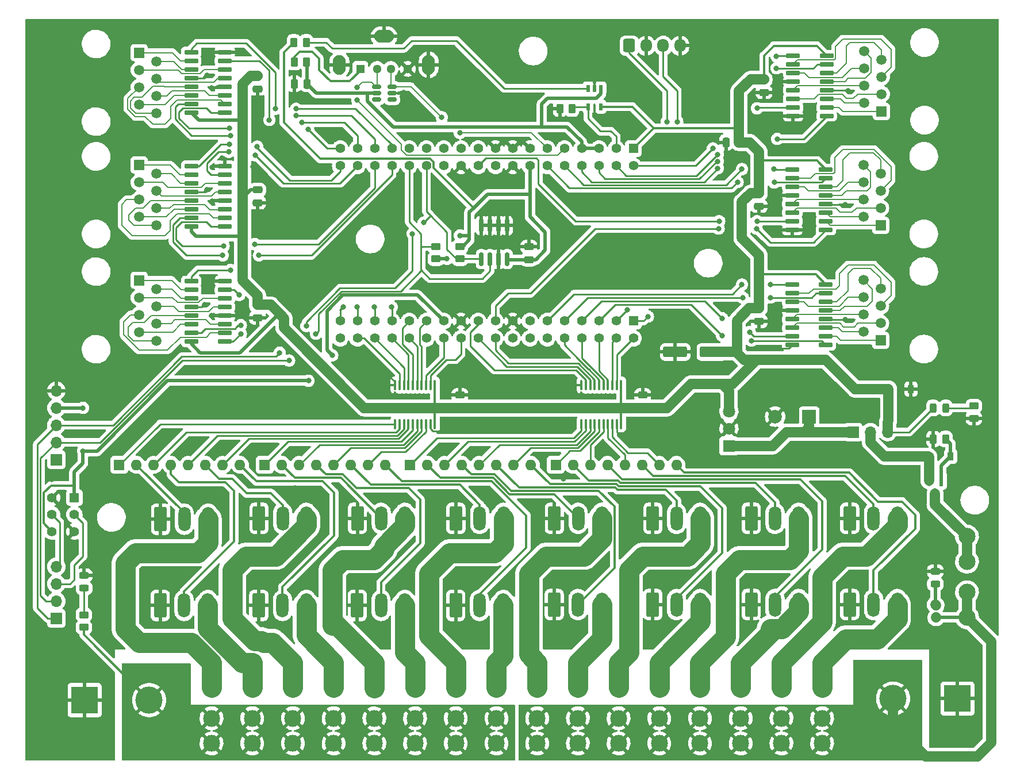
<source format=gtl>
G04 #@! TF.GenerationSoftware,KiCad,Pcbnew,(6.0.4)*
G04 #@! TF.CreationDate,2022-05-09T00:45:17-06:00*
G04 #@! TF.ProjectId,PB_16-6v1_SMD.kicad_pcb,50425f31-362d-4367-9631-5f534d442e6b,rev?*
G04 #@! TF.SameCoordinates,Original*
G04 #@! TF.FileFunction,Copper,L1,Top*
G04 #@! TF.FilePolarity,Positive*
%FSLAX46Y46*%
G04 Gerber Fmt 4.6, Leading zero omitted, Abs format (unit mm)*
G04 Created by KiCad (PCBNEW (6.0.4)) date 2022-05-09 00:45:17*
%MOMM*%
%LPD*%
G01*
G04 APERTURE LIST*
G04 Aperture macros list*
%AMRoundRect*
0 Rectangle with rounded corners*
0 $1 Rounding radius*
0 $2 $3 $4 $5 $6 $7 $8 $9 X,Y pos of 4 corners*
0 Add a 4 corners polygon primitive as box body*
4,1,4,$2,$3,$4,$5,$6,$7,$8,$9,$2,$3,0*
0 Add four circle primitives for the rounded corners*
1,1,$1+$1,$2,$3*
1,1,$1+$1,$4,$5*
1,1,$1+$1,$6,$7*
1,1,$1+$1,$8,$9*
0 Add four rect primitives between the rounded corners*
20,1,$1+$1,$2,$3,$4,$5,0*
20,1,$1+$1,$4,$5,$6,$7,0*
20,1,$1+$1,$6,$7,$8,$9,0*
20,1,$1+$1,$8,$9,$2,$3,0*%
G04 Aperture macros list end*
G04 #@! TA.AperFunction,ComponentPad*
%ADD10R,1.500000X1.500000*%
G04 #@! TD*
G04 #@! TA.AperFunction,ComponentPad*
%ADD11C,1.500000*%
G04 #@! TD*
G04 #@! TA.AperFunction,ComponentPad*
%ADD12RoundRect,0.250000X-0.650000X-1.550000X0.650000X-1.550000X0.650000X1.550000X-0.650000X1.550000X0*%
G04 #@! TD*
G04 #@! TA.AperFunction,ComponentPad*
%ADD13O,1.800000X3.600000*%
G04 #@! TD*
G04 #@! TA.AperFunction,SMDPad,CuDef*
%ADD14RoundRect,0.250000X-0.475000X0.250000X-0.475000X-0.250000X0.475000X-0.250000X0.475000X0.250000X0*%
G04 #@! TD*
G04 #@! TA.AperFunction,SMDPad,CuDef*
%ADD15RoundRect,0.243750X-0.456250X0.243750X-0.456250X-0.243750X0.456250X-0.243750X0.456250X0.243750X0*%
G04 #@! TD*
G04 #@! TA.AperFunction,ComponentPad*
%ADD16R,1.600000X1.600000*%
G04 #@! TD*
G04 #@! TA.AperFunction,ComponentPad*
%ADD17O,1.600000X1.600000*%
G04 #@! TD*
G04 #@! TA.AperFunction,SMDPad,CuDef*
%ADD18R,0.900000X1.200000*%
G04 #@! TD*
G04 #@! TA.AperFunction,ComponentPad*
%ADD19R,1.700000X1.700000*%
G04 #@! TD*
G04 #@! TA.AperFunction,ComponentPad*
%ADD20O,1.700000X1.700000*%
G04 #@! TD*
G04 #@! TA.AperFunction,ComponentPad*
%ADD21C,2.475000*%
G04 #@! TD*
G04 #@! TA.AperFunction,ComponentPad*
%ADD22R,4.000000X4.000000*%
G04 #@! TD*
G04 #@! TA.AperFunction,ComponentPad*
%ADD23C,4.000000*%
G04 #@! TD*
G04 #@! TA.AperFunction,SMDPad,CuDef*
%ADD24RoundRect,0.250000X-0.262500X-0.450000X0.262500X-0.450000X0.262500X0.450000X-0.262500X0.450000X0*%
G04 #@! TD*
G04 #@! TA.AperFunction,SMDPad,CuDef*
%ADD25RoundRect,0.150000X-0.150000X0.825000X-0.150000X-0.825000X0.150000X-0.825000X0.150000X0.825000X0*%
G04 #@! TD*
G04 #@! TA.AperFunction,SMDPad,CuDef*
%ADD26RoundRect,0.250000X0.250000X0.475000X-0.250000X0.475000X-0.250000X-0.475000X0.250000X-0.475000X0*%
G04 #@! TD*
G04 #@! TA.AperFunction,SMDPad,CuDef*
%ADD27RoundRect,0.243750X0.243750X0.456250X-0.243750X0.456250X-0.243750X-0.456250X0.243750X-0.456250X0*%
G04 #@! TD*
G04 #@! TA.AperFunction,ComponentPad*
%ADD28R,1.300000X1.300000*%
G04 #@! TD*
G04 #@! TA.AperFunction,ComponentPad*
%ADD29C,1.300000*%
G04 #@! TD*
G04 #@! TA.AperFunction,ComponentPad*
%ADD30O,2.900000X1.900000*%
G04 #@! TD*
G04 #@! TA.AperFunction,ComponentPad*
%ADD31O,1.900000X2.900000*%
G04 #@! TD*
G04 #@! TA.AperFunction,SMDPad,CuDef*
%ADD32RoundRect,0.250000X0.475000X-0.250000X0.475000X0.250000X-0.475000X0.250000X-0.475000X-0.250000X0*%
G04 #@! TD*
G04 #@! TA.AperFunction,SMDPad,CuDef*
%ADD33RoundRect,0.250000X0.450000X-0.262500X0.450000X0.262500X-0.450000X0.262500X-0.450000X-0.262500X0*%
G04 #@! TD*
G04 #@! TA.AperFunction,SMDPad,CuDef*
%ADD34R,0.626843X1.658716*%
G04 #@! TD*
G04 #@! TA.AperFunction,SMDPad,CuDef*
%ADD35RoundRect,0.313422X0.000001X0.515936X0.000001X-0.515936X-0.000001X-0.515936X-0.000001X0.515936X0*%
G04 #@! TD*
G04 #@! TA.AperFunction,ComponentPad*
%ADD36RoundRect,0.250000X-0.600000X-0.725000X0.600000X-0.725000X0.600000X0.725000X-0.600000X0.725000X0*%
G04 #@! TD*
G04 #@! TA.AperFunction,ComponentPad*
%ADD37O,1.700000X1.950000*%
G04 #@! TD*
G04 #@! TA.AperFunction,SMDPad,CuDef*
%ADD38RoundRect,0.150000X0.512500X0.150000X-0.512500X0.150000X-0.512500X-0.150000X0.512500X-0.150000X0*%
G04 #@! TD*
G04 #@! TA.AperFunction,ComponentPad*
%ADD39R,1.400000X1.400000*%
G04 #@! TD*
G04 #@! TA.AperFunction,ComponentPad*
%ADD40C,1.400000*%
G04 #@! TD*
G04 #@! TA.AperFunction,SMDPad,CuDef*
%ADD41RoundRect,0.042000X-0.943000X-0.258000X0.943000X-0.258000X0.943000X0.258000X-0.943000X0.258000X0*%
G04 #@! TD*
G04 #@! TA.AperFunction,SMDPad,CuDef*
%ADD42RoundRect,0.250000X0.262500X0.450000X-0.262500X0.450000X-0.262500X-0.450000X0.262500X-0.450000X0*%
G04 #@! TD*
G04 #@! TA.AperFunction,SMDPad,CuDef*
%ADD43RoundRect,0.100000X-0.100000X0.637500X-0.100000X-0.637500X0.100000X-0.637500X0.100000X0.637500X0*%
G04 #@! TD*
G04 #@! TA.AperFunction,SMDPad,CuDef*
%ADD44RoundRect,0.250000X1.500000X0.550000X-1.500000X0.550000X-1.500000X-0.550000X1.500000X-0.550000X0*%
G04 #@! TD*
G04 #@! TA.AperFunction,SMDPad,CuDef*
%ADD45RoundRect,0.250000X-0.450000X0.262500X-0.450000X-0.262500X0.450000X-0.262500X0.450000X0.262500X0*%
G04 #@! TD*
G04 #@! TA.AperFunction,SMDPad,CuDef*
%ADD46RoundRect,0.042000X0.943000X0.258000X-0.943000X0.258000X-0.943000X-0.258000X0.943000X-0.258000X0*%
G04 #@! TD*
G04 #@! TA.AperFunction,SMDPad,CuDef*
%ADD47R,0.600000X1.050000*%
G04 #@! TD*
G04 #@! TA.AperFunction,ComponentPad*
%ADD48R,1.800000X1.800000*%
G04 #@! TD*
G04 #@! TA.AperFunction,ComponentPad*
%ADD49C,1.800000*%
G04 #@! TD*
G04 #@! TA.AperFunction,ComponentPad*
%ADD50R,2.000000X2.000000*%
G04 #@! TD*
G04 #@! TA.AperFunction,ComponentPad*
%ADD51C,2.000000*%
G04 #@! TD*
G04 #@! TA.AperFunction,ComponentPad*
%ADD52R,1.408000X1.408000*%
G04 #@! TD*
G04 #@! TA.AperFunction,ComponentPad*
%ADD53C,1.408000*%
G04 #@! TD*
G04 #@! TA.AperFunction,ViaPad*
%ADD54C,0.800000*%
G04 #@! TD*
G04 #@! TA.AperFunction,Conductor*
%ADD55C,0.250000*%
G04 #@! TD*
G04 #@! TA.AperFunction,Conductor*
%ADD56C,0.300000*%
G04 #@! TD*
G04 #@! TA.AperFunction,Conductor*
%ADD57C,0.500000*%
G04 #@! TD*
G04 #@! TA.AperFunction,Conductor*
%ADD58C,1.500000*%
G04 #@! TD*
G04 #@! TA.AperFunction,Conductor*
%ADD59C,0.350000*%
G04 #@! TD*
G04 #@! TA.AperFunction,Conductor*
%ADD60C,3.000000*%
G04 #@! TD*
G04 #@! TA.AperFunction,Conductor*
%ADD61C,0.200000*%
G04 #@! TD*
G04 APERTURE END LIST*
D10*
X190480000Y-99786500D03*
D11*
X187940000Y-98516500D03*
X190480000Y-97246500D03*
X187940000Y-95976500D03*
X190480000Y-94706500D03*
X187940000Y-93436500D03*
X190480000Y-92166500D03*
X187940000Y-90896500D03*
D12*
X142433712Y-125984000D03*
D13*
X145933712Y-125984000D03*
X149433712Y-125984000D03*
D14*
X173307600Y-61330800D03*
X173307600Y-63230800D03*
D15*
X198526400Y-133782200D03*
X198526400Y-135657200D03*
D16*
X78359000Y-118110000D03*
D17*
X80899000Y-118110000D03*
X83439000Y-118110000D03*
X85979000Y-118110000D03*
X88519000Y-118110000D03*
X91059000Y-118110000D03*
X93599000Y-118110000D03*
X96139000Y-118110000D03*
D12*
X84401500Y-138818500D03*
D13*
X87901500Y-138818500D03*
X91401500Y-138818500D03*
D18*
X191644000Y-106934000D03*
X194944000Y-106934000D03*
X197485999Y-116840000D03*
X200785999Y-116840000D03*
D16*
X121207000Y-118110000D03*
D17*
X123747000Y-118110000D03*
X126287000Y-118110000D03*
X128827000Y-118110000D03*
X131367000Y-118110000D03*
X133907000Y-118110000D03*
X136447000Y-118110000D03*
X138987000Y-118110000D03*
D12*
X127935284Y-125984000D03*
D13*
X131435284Y-125984000D03*
X134935284Y-125984000D03*
D19*
X69088000Y-140716000D03*
D20*
X69088000Y-138176000D03*
X69088000Y-135636000D03*
X69088000Y-133096000D03*
D19*
X69088000Y-117348000D03*
D20*
X69088000Y-114808000D03*
X69088000Y-112268000D03*
X69088000Y-109728000D03*
X69088000Y-107188000D03*
D21*
X169875200Y-159136791D03*
X169875200Y-155436791D03*
X169875200Y-150936791D03*
X169875200Y-147236791D03*
D22*
X201809000Y-152545000D03*
D23*
X192309000Y-152545000D03*
D24*
X104074000Y-55880000D03*
X105899000Y-55880000D03*
D21*
X203200000Y-140570000D03*
X203200000Y-136870000D03*
X203200000Y-132370000D03*
X203200000Y-128670000D03*
D22*
X73264000Y-152763000D03*
D23*
X82764000Y-152763000D03*
D14*
X98735200Y-94554000D03*
X98735200Y-96454000D03*
D25*
X135509000Y-82869000D03*
X134239000Y-82869000D03*
X132969000Y-82869000D03*
X131699000Y-82869000D03*
X131699000Y-87819000D03*
X132969000Y-87819000D03*
X134239000Y-87819000D03*
X135509000Y-87819000D03*
D12*
X185929000Y-138684000D03*
D13*
X189429000Y-138684000D03*
X192929000Y-138684000D03*
D26*
X169606000Y-70612000D03*
X167706000Y-70612000D03*
D27*
X200073500Y-109728000D03*
X198198500Y-109728000D03*
D21*
X103936800Y-159136791D03*
X103936800Y-155436791D03*
X103936800Y-150936791D03*
X103936800Y-147236791D03*
D12*
X156921140Y-138684000D03*
D13*
X160421140Y-138684000D03*
X163921140Y-138684000D03*
D21*
X175869600Y-159136791D03*
X175869600Y-155436791D03*
X175869600Y-150936791D03*
X175869600Y-147236791D03*
D14*
X98735200Y-60822800D03*
X98735200Y-62722800D03*
D28*
X113848000Y-59789000D03*
D29*
X116348000Y-59789000D03*
X118348000Y-59789000D03*
X120848000Y-59789000D03*
D30*
X117348000Y-55009000D03*
D31*
X110778000Y-59189000D03*
X123918000Y-59189000D03*
D10*
X190596000Y-66055300D03*
D11*
X188056000Y-64785300D03*
X190596000Y-63515300D03*
X188056000Y-62245300D03*
X190596000Y-60975300D03*
X188056000Y-59705300D03*
X190596000Y-58435300D03*
X188056000Y-57165300D03*
D26*
X106040000Y-61976000D03*
X104140000Y-61976000D03*
D14*
X98735200Y-77586800D03*
X98735200Y-79486800D03*
D32*
X155448000Y-109728000D03*
X155448000Y-107828000D03*
X128524000Y-109728000D03*
X128524000Y-107828000D03*
D21*
X121920000Y-159136791D03*
X121920000Y-155436791D03*
X121920000Y-150936791D03*
X121920000Y-147236791D03*
D12*
X171425068Y-138684000D03*
D13*
X174925068Y-138684000D03*
X178425068Y-138684000D03*
D12*
X127913284Y-138818500D03*
D13*
X131413284Y-138818500D03*
X134913284Y-138818500D03*
D21*
X127914400Y-159136791D03*
X127914400Y-155436791D03*
X127914400Y-150936791D03*
X127914400Y-147236791D03*
D33*
X198628000Y-140612500D03*
X198628000Y-138787500D03*
D34*
X199416000Y-120432227D03*
D35*
X197585999Y-120432227D03*
X198500999Y-122385641D03*
D36*
X153456000Y-56371000D03*
D37*
X155956000Y-56371000D03*
X158456000Y-56371000D03*
X160956000Y-56371000D03*
D38*
X118541500Y-64295000D03*
X118541500Y-63345000D03*
X118541500Y-62395000D03*
X116266500Y-62395000D03*
X116266500Y-63345000D03*
X116266500Y-64295000D03*
D39*
X71755000Y-122936000D03*
D40*
X71755000Y-125436000D03*
X71755000Y-127936000D03*
X68455000Y-122936000D03*
X68455000Y-125436000D03*
X68455000Y-127936000D03*
D21*
X157886400Y-159136791D03*
X157886400Y-155436791D03*
X157886400Y-150936791D03*
X157886400Y-147236791D03*
D41*
X177473000Y-74599800D03*
X177473000Y-75869800D03*
X177473000Y-77139800D03*
X177473000Y-78409800D03*
X177473000Y-79679800D03*
X177473000Y-80949800D03*
X177473000Y-82219800D03*
X177473000Y-83489800D03*
X182423000Y-83489800D03*
X182423000Y-82219800D03*
X182423000Y-80949800D03*
X182423000Y-79679800D03*
X182423000Y-78409800D03*
X182423000Y-77139800D03*
X182423000Y-75869800D03*
X182423000Y-74599800D03*
D16*
X99783000Y-118110000D03*
D17*
X102323000Y-118110000D03*
X104863000Y-118110000D03*
X107403000Y-118110000D03*
X109943000Y-118110000D03*
X112483000Y-118110000D03*
X115023000Y-118110000D03*
X117563000Y-118110000D03*
D42*
X145057500Y-65659000D03*
X143232500Y-65659000D03*
D43*
X152277000Y-106357500D03*
X151627000Y-106357500D03*
X150977000Y-106357500D03*
X150327000Y-106357500D03*
X149677000Y-106357500D03*
X149027000Y-106357500D03*
X148377000Y-106357500D03*
X147727000Y-106357500D03*
X147077000Y-106357500D03*
X146427000Y-106357500D03*
X146427000Y-112082500D03*
X147077000Y-112082500D03*
X147727000Y-112082500D03*
X148377000Y-112082500D03*
X149027000Y-112082500D03*
X149677000Y-112082500D03*
X150327000Y-112082500D03*
X150977000Y-112082500D03*
X151627000Y-112082500D03*
X152277000Y-112082500D03*
D12*
X142417212Y-138684000D03*
D13*
X145917212Y-138684000D03*
X149417212Y-138684000D03*
D21*
X109931200Y-159136791D03*
X109931200Y-155436791D03*
X109931200Y-150936791D03*
X109931200Y-147236791D03*
X145897600Y-159136791D03*
X145897600Y-155436791D03*
X145897600Y-150936791D03*
X145897600Y-147236791D03*
D33*
X73152000Y-142033000D03*
X73152000Y-140208000D03*
D44*
X165641000Y-101473000D03*
X160241000Y-101473000D03*
D42*
X105941500Y-58801000D03*
X104116500Y-58801000D03*
D12*
X84440000Y-126118500D03*
D13*
X87940000Y-126118500D03*
X91440000Y-126118500D03*
D43*
X124845000Y-106357500D03*
X124195000Y-106357500D03*
X123545000Y-106357500D03*
X122895000Y-106357500D03*
X122245000Y-106357500D03*
X121595000Y-106357500D03*
X120945000Y-106357500D03*
X120295000Y-106357500D03*
X119645000Y-106357500D03*
X118995000Y-106357500D03*
X118995000Y-112082500D03*
X119645000Y-112082500D03*
X120295000Y-112082500D03*
X120945000Y-112082500D03*
X121595000Y-112082500D03*
X122245000Y-112082500D03*
X122895000Y-112082500D03*
X123545000Y-112082500D03*
X124195000Y-112082500D03*
X124845000Y-112082500D03*
D12*
X156932140Y-125984000D03*
D13*
X160432140Y-125984000D03*
X163932140Y-125984000D03*
D10*
X81300000Y-73949500D03*
D11*
X83840000Y-75219500D03*
X81300000Y-76489500D03*
X83840000Y-77759500D03*
X81300000Y-79029500D03*
X83840000Y-80299500D03*
X81300000Y-81569500D03*
X83840000Y-82839500D03*
D12*
X185929000Y-125984000D03*
D13*
X189429000Y-125984000D03*
X192929000Y-125984000D03*
D33*
X124968000Y-87780500D03*
X124968000Y-85955500D03*
D21*
X151892000Y-159136791D03*
X151892000Y-155436791D03*
X151892000Y-150936791D03*
X151892000Y-147236791D03*
D10*
X81300000Y-57388700D03*
D11*
X83840000Y-58658700D03*
X81300000Y-59928700D03*
X83840000Y-61198700D03*
X81300000Y-62468700D03*
X83840000Y-63738700D03*
X81300000Y-65008700D03*
X83840000Y-66278700D03*
D41*
X177589000Y-57835800D03*
X177589000Y-59105800D03*
X177589000Y-60375800D03*
X177589000Y-61645800D03*
X177589000Y-62915800D03*
X177589000Y-64185800D03*
X177589000Y-65455800D03*
X177589000Y-66725800D03*
X182539000Y-66725800D03*
X182539000Y-65455800D03*
X182539000Y-64185800D03*
X182539000Y-62915800D03*
X182539000Y-61645800D03*
X182539000Y-60375800D03*
X182539000Y-59105800D03*
X182539000Y-57835800D03*
D14*
X138684000Y-85984000D03*
X138684000Y-87884000D03*
D12*
X171430568Y-125984000D03*
D13*
X174930568Y-125984000D03*
X178430568Y-125984000D03*
D14*
X172582000Y-95062000D03*
X172582000Y-96962000D03*
D19*
X186436000Y-113284000D03*
D20*
X188976000Y-113284000D03*
X191516000Y-113284000D03*
D21*
X163880800Y-159136791D03*
X163880800Y-155436791D03*
X163880800Y-150936791D03*
X163880800Y-147236791D03*
D16*
X142631000Y-118110000D03*
D17*
X145171000Y-118110000D03*
X147711000Y-118110000D03*
X150251000Y-118110000D03*
X152791000Y-118110000D03*
X155331000Y-118110000D03*
X157871000Y-118110000D03*
X160411000Y-118110000D03*
D12*
X98938428Y-125984000D03*
D13*
X102438428Y-125984000D03*
X105938428Y-125984000D03*
D42*
X200048499Y-114300000D03*
X198223499Y-114300000D03*
D12*
X113436856Y-125984000D03*
D13*
X116936856Y-125984000D03*
X120436856Y-125984000D03*
D21*
X97942400Y-159136791D03*
X97942400Y-155436791D03*
X97942400Y-150936791D03*
X97942400Y-147236791D03*
D12*
X98905428Y-138818500D03*
D13*
X102405428Y-138818500D03*
X105905428Y-138818500D03*
D21*
X91948000Y-159136791D03*
X91948000Y-155436791D03*
X91948000Y-150936791D03*
X91948000Y-147236791D03*
D10*
X190480000Y-82819300D03*
D11*
X187940000Y-81549300D03*
X190480000Y-80279300D03*
X187940000Y-79009300D03*
X190480000Y-77739300D03*
X187940000Y-76469300D03*
X190480000Y-75199300D03*
X187940000Y-73929300D03*
D21*
X115925600Y-159148000D03*
X115925600Y-155448000D03*
X115925600Y-150948000D03*
X115925600Y-147248000D03*
D45*
X204216000Y-109427000D03*
X204216000Y-111252000D03*
D14*
X172582000Y-78094800D03*
X172582000Y-79994800D03*
D46*
X93915000Y-66217800D03*
X93915000Y-64947800D03*
X93915000Y-63677800D03*
X93915000Y-62407800D03*
X93915000Y-61137800D03*
X93915000Y-59867800D03*
X93915000Y-58597800D03*
X93915000Y-57327800D03*
X88965000Y-57327800D03*
X88965000Y-58597800D03*
X88965000Y-59867800D03*
X88965000Y-61137800D03*
X88965000Y-62407800D03*
X88965000Y-63677800D03*
X88965000Y-64947800D03*
X88965000Y-66217800D03*
D47*
X149286000Y-62658000D03*
X148336000Y-62658000D03*
X147386000Y-62658000D03*
X147386000Y-65358000D03*
X149286000Y-65358000D03*
D48*
X168147000Y-115321000D03*
D49*
X168147000Y-112781000D03*
X168147000Y-110241000D03*
D46*
X93915000Y-82981800D03*
X93915000Y-81711800D03*
X93915000Y-80441800D03*
X93915000Y-79171800D03*
X93915000Y-77901800D03*
X93915000Y-76631800D03*
X93915000Y-75361800D03*
X93915000Y-74091800D03*
X88965000Y-74091800D03*
X88965000Y-75361800D03*
X88965000Y-76631800D03*
X88965000Y-77901800D03*
X88965000Y-79171800D03*
X88965000Y-80441800D03*
X88965000Y-81711800D03*
X88965000Y-82981800D03*
D50*
X179959000Y-110998000D03*
D51*
X174959000Y-110998000D03*
D10*
X81300000Y-90916700D03*
D11*
X83840000Y-92186700D03*
X81300000Y-93456700D03*
X83840000Y-94726700D03*
X81300000Y-95996700D03*
X83840000Y-97266700D03*
X81300000Y-98536700D03*
X83840000Y-99806700D03*
D21*
X133908800Y-159136791D03*
X133908800Y-155436791D03*
X133908800Y-150936791D03*
X133908800Y-147236791D03*
D12*
X113409356Y-138818500D03*
D13*
X116909356Y-138818500D03*
X120409356Y-138818500D03*
D15*
X73197000Y-134393700D03*
X73197000Y-136268700D03*
D41*
X177473000Y-91567000D03*
X177473000Y-92837000D03*
X177473000Y-94107000D03*
X177473000Y-95377000D03*
X177473000Y-96647000D03*
X177473000Y-97917000D03*
X177473000Y-99187000D03*
X177473000Y-100457000D03*
X182423000Y-100457000D03*
X182423000Y-99187000D03*
X182423000Y-97917000D03*
X182423000Y-96647000D03*
X182423000Y-95377000D03*
X182423000Y-94107000D03*
X182423000Y-92837000D03*
X182423000Y-91567000D03*
D21*
X139903200Y-159136791D03*
X139903200Y-155436791D03*
X139903200Y-150936791D03*
X139903200Y-147236791D03*
D52*
X154076400Y-71526400D03*
D53*
X154076400Y-74066400D03*
X151536400Y-71526400D03*
X151536400Y-74066400D03*
X148996400Y-71526400D03*
X148996400Y-74066400D03*
X146456400Y-71526400D03*
X146456400Y-74066400D03*
X143916400Y-71526400D03*
X143916400Y-74066400D03*
X141376400Y-71526400D03*
X141376400Y-74066400D03*
X138836400Y-71526400D03*
X138836400Y-74066400D03*
X136296400Y-71526400D03*
X136296400Y-74066400D03*
X133756400Y-71526400D03*
X133756400Y-74066400D03*
X131216400Y-71526400D03*
X131216400Y-74066400D03*
X128676400Y-71526400D03*
X128676400Y-74066400D03*
X126136400Y-71526400D03*
X126136400Y-74066400D03*
X123596400Y-71526400D03*
X123596400Y-74066400D03*
X121056400Y-71526400D03*
X121056400Y-74066400D03*
X118516400Y-71526400D03*
X118516400Y-74066400D03*
X115976400Y-71526400D03*
X115976400Y-74066400D03*
X113436400Y-71526400D03*
X113436400Y-74066400D03*
X110896400Y-71526400D03*
X110896400Y-74066400D03*
D52*
X154076400Y-96926400D03*
D53*
X154076400Y-99466400D03*
X151536400Y-96926400D03*
X151536400Y-99466400D03*
X148996400Y-96926400D03*
X148996400Y-99466400D03*
X146456400Y-96926400D03*
X146456400Y-99466400D03*
X143916400Y-96926400D03*
X143916400Y-99466400D03*
X141376400Y-96926400D03*
X141376400Y-99466400D03*
X138836400Y-96926400D03*
X138836400Y-99466400D03*
X136296400Y-96926400D03*
X136296400Y-99466400D03*
X133756400Y-96926400D03*
X133756400Y-99466400D03*
X131216400Y-96926400D03*
X131216400Y-99466400D03*
X128676400Y-96926400D03*
X128676400Y-99466400D03*
X126136400Y-96926400D03*
X126136400Y-99466400D03*
X123596400Y-96926400D03*
X123596400Y-99466400D03*
X121056400Y-96926400D03*
X121056400Y-99466400D03*
X118516400Y-96926400D03*
X118516400Y-99466400D03*
X115976400Y-96926400D03*
X115976400Y-99466400D03*
X113436400Y-96926400D03*
X113436400Y-99466400D03*
X110896400Y-96926400D03*
X110896400Y-99466400D03*
D21*
X181864000Y-159136791D03*
X181864000Y-155436791D03*
X181864000Y-150936791D03*
X181864000Y-147236791D03*
D45*
X128524000Y-85955500D03*
X128524000Y-87780500D03*
D46*
X93915000Y-99949000D03*
X93915000Y-98679000D03*
X93915000Y-97409000D03*
X93915000Y-96139000D03*
X93915000Y-94869000D03*
X93915000Y-93599000D03*
X93915000Y-92329000D03*
X93915000Y-91059000D03*
X88965000Y-91059000D03*
X88965000Y-92329000D03*
X88965000Y-93599000D03*
X88965000Y-94869000D03*
X88965000Y-96139000D03*
X88965000Y-97409000D03*
X88965000Y-98679000D03*
X88965000Y-99949000D03*
D54*
X130429000Y-76962000D03*
X137160000Y-82931000D03*
X120269000Y-63246000D03*
X127762000Y-134874000D03*
X137287000Y-80264000D03*
X182499000Y-55753000D03*
X117856000Y-104775000D03*
X92075000Y-79248000D03*
X129540000Y-143256000D03*
X98044000Y-74168000D03*
X206883000Y-119888000D03*
X91567000Y-57531000D03*
X108839000Y-58039000D03*
X173609000Y-68707000D03*
X98933000Y-115697000D03*
X184404000Y-141351000D03*
X134620000Y-55753000D03*
X80137000Y-120777000D03*
X125603000Y-116078000D03*
X153035000Y-123190000D03*
X72644000Y-57658000D03*
X185293000Y-96676000D03*
X120015000Y-53848000D03*
X169799000Y-89154000D03*
X194056000Y-68580000D03*
X157353000Y-134747000D03*
X118364000Y-80391000D03*
X194056000Y-102235000D03*
X77851000Y-88519000D03*
X194056000Y-65913000D03*
X91313000Y-77597000D03*
X194056000Y-99568000D03*
X132334000Y-122047000D03*
X153162000Y-129540000D03*
X175387000Y-61722000D03*
X107188000Y-74422000D03*
X186309000Y-134747000D03*
X185293000Y-79756000D03*
X106299000Y-64262000D03*
X194056000Y-88392000D03*
X142875000Y-143764000D03*
X72136000Y-84709000D03*
X141732000Y-65659000D03*
X199644000Y-57912000D03*
X91313000Y-60706000D03*
X125095000Y-56769000D03*
X77343000Y-71755000D03*
X88900000Y-114427000D03*
X145288000Y-106426000D03*
X175006000Y-78359000D03*
X138557000Y-84201000D03*
X126365000Y-107823000D03*
X199644000Y-102235000D03*
X199136000Y-115824000D03*
X185674000Y-62992000D03*
X179959000Y-65913000D03*
X105156000Y-103886000D03*
X194056000Y-82804000D03*
X149479000Y-115697000D03*
X76708000Y-106172000D03*
X126238000Y-112395000D03*
X177038000Y-88900000D03*
X98679000Y-134874000D03*
X199644000Y-68580000D03*
X96139000Y-96139000D03*
X174625000Y-100965000D03*
X70739000Y-130683000D03*
X100838000Y-99568000D03*
X93091000Y-115697000D03*
X77089000Y-82042000D03*
X199644000Y-65913000D03*
X72136000Y-68834000D03*
X194056000Y-71120000D03*
X199644000Y-88392000D03*
X164338000Y-69977000D03*
X91440000Y-91059000D03*
X72390000Y-91186000D03*
X168275000Y-72263000D03*
X153670000Y-105918000D03*
X124333000Y-62611000D03*
X90932000Y-94488000D03*
X72390000Y-74041000D03*
X184658000Y-67310000D03*
X194056000Y-58166000D03*
X180848000Y-107696000D03*
X182880000Y-90043000D03*
X83820000Y-134747000D03*
X148209000Y-60833000D03*
X91948000Y-96139000D03*
X179832000Y-82677000D03*
X152273000Y-113919000D03*
X191770000Y-133350000D03*
X104267000Y-115824000D03*
X112903000Y-134874000D03*
X184404000Y-101092000D03*
X175387000Y-66802000D03*
X170688000Y-142240000D03*
X72263000Y-99568000D03*
X194056000Y-85471000D03*
X175006000Y-97917000D03*
X128778000Y-95123000D03*
X69088000Y-105156000D03*
X124333000Y-129032000D03*
X104140000Y-95123000D03*
X117475000Y-142875000D03*
X101219000Y-71120000D03*
X194056000Y-73787000D03*
X133477000Y-85344000D03*
X142367000Y-135001000D03*
X69850000Y-124079000D03*
X132207000Y-80899000D03*
X175006000Y-95504000D03*
X75946000Y-130048000D03*
X199644000Y-91059000D03*
X136525000Y-94742000D03*
X104267000Y-121539000D03*
X176403000Y-55118000D03*
X160655000Y-60960000D03*
X194056000Y-54610000D03*
X199644000Y-85471000D03*
X143764000Y-120142000D03*
X199644000Y-73787000D03*
X171704000Y-134747000D03*
X155321000Y-106045000D03*
X177546000Y-68199000D03*
X82296000Y-141478000D03*
X199644000Y-54356000D03*
X77089000Y-65532000D03*
X199644000Y-99568000D03*
X91948000Y-62611000D03*
X199644000Y-82804000D03*
X199644000Y-71120000D03*
X135255000Y-85344000D03*
X130683000Y-116078000D03*
X173228000Y-106680000D03*
X93472000Y-72898000D03*
X201803000Y-111633000D03*
X96647000Y-120269000D03*
X131953000Y-85344000D03*
X92037500Y-74295000D03*
X194056000Y-91059000D03*
X68453000Y-120269000D03*
X85217000Y-120650000D03*
X178308000Y-115824000D03*
X77597000Y-102362000D03*
X109982000Y-69342000D03*
X100711000Y-141605000D03*
X164592000Y-56388000D03*
X157099000Y-143129000D03*
X113411000Y-129413000D03*
X154305000Y-60960000D03*
X96139000Y-57277000D03*
X122682000Y-66675000D03*
X128524000Y-106172000D03*
X84074000Y-114681000D03*
X104140000Y-60452000D03*
X71628000Y-117221000D03*
X122047000Y-57023000D03*
X73025000Y-109728000D03*
X106235500Y-105727500D03*
X126619000Y-87757000D03*
X109728000Y-101981000D03*
X73025000Y-116078000D03*
X128524000Y-84328000D03*
X117602000Y-157353000D03*
X99568000Y-157353000D03*
X105791000Y-157353000D03*
X129667000Y-157226000D03*
X85344000Y-157353000D03*
X93726000Y-157353000D03*
X80518000Y-157353000D03*
X85471000Y-148590000D03*
X123698000Y-157353000D03*
X111633000Y-157226000D03*
X135763000Y-157353000D03*
X144145000Y-157226000D03*
X168148000Y-157226000D03*
X156210000Y-157226000D03*
X189103000Y-148717000D03*
X195453000Y-148717000D03*
X150114000Y-157226000D03*
X189357000Y-156845000D03*
X180213000Y-157226000D03*
X174117000Y-157226000D03*
X138049000Y-157353000D03*
X162179000Y-157353000D03*
X159004000Y-67564000D03*
X153187400Y-95275400D03*
X160528000Y-67564000D03*
X156210000Y-96266000D03*
X103378000Y-102743000D03*
X107315000Y-98806000D03*
X123190000Y-82423000D03*
X121539000Y-84074000D03*
X105918000Y-97663000D03*
X101981000Y-101600000D03*
X113411000Y-62484000D03*
X113411000Y-64389000D03*
X128524000Y-69215000D03*
X125857000Y-66929000D03*
X111379000Y-94869000D03*
X96266000Y-98806000D03*
X115951000Y-94869000D03*
X96012000Y-93091000D03*
X118491000Y-94869000D03*
X94742000Y-89408000D03*
X113411000Y-94869000D03*
X96266000Y-97536000D03*
X170053000Y-74549000D03*
X174752000Y-74549000D03*
X166700200Y-82219800D03*
X172288200Y-82219800D03*
X166624000Y-83312000D03*
X172212000Y-83312000D03*
X169418000Y-76454000D03*
X174815500Y-76517500D03*
X170053000Y-91567000D03*
X174244000Y-91567000D03*
X171196000Y-98552000D03*
X167132000Y-96520000D03*
X171460480Y-99811520D03*
X167132000Y-99060000D03*
X170180000Y-93472000D03*
X174244000Y-93472000D03*
X105283000Y-67691000D03*
X94615000Y-68511480D03*
X104394000Y-66675000D03*
X100457000Y-67310000D03*
X104394000Y-65659000D03*
X101346000Y-65659000D03*
X106172000Y-68707000D03*
X94742000Y-69596000D03*
X93726000Y-85852000D03*
X98298000Y-85598000D03*
X98425000Y-72517000D03*
X94488000Y-72009000D03*
X98679000Y-71247000D03*
X94615000Y-70866000D03*
X93599000Y-87249000D03*
X98933000Y-87249000D03*
X165772500Y-71501000D03*
X175133000Y-57912000D03*
X172275500Y-65595500D03*
X166497000Y-73406000D03*
X166497000Y-74422000D03*
X175260000Y-70104000D03*
X166497000Y-72390000D03*
X175133000Y-59690000D03*
D55*
X91008200Y-77901800D02*
X91313000Y-77597000D01*
X91948000Y-96139000D02*
X93915000Y-96139000D01*
X91440000Y-91059000D02*
X93915000Y-91059000D01*
X118995000Y-106350000D02*
X118995000Y-105914000D01*
D56*
X94042000Y-90932000D02*
X93915000Y-91059000D01*
D55*
X88965000Y-94869000D02*
X90551000Y-94869000D01*
X96088200Y-57327800D02*
X96139000Y-57277000D01*
X177473000Y-78409800D02*
X175056800Y-78409800D01*
X124569159Y-113144520D02*
X124195000Y-112770361D01*
X175463200Y-61645800D02*
X175387000Y-61722000D01*
X175133000Y-95377000D02*
X175006000Y-95504000D01*
X175056800Y-78409800D02*
X175006000Y-78359000D01*
X185293000Y-96676000D02*
X182452000Y-96676000D01*
X185674000Y-62992000D02*
X185597800Y-62915800D01*
X124195000Y-112770361D02*
X124195000Y-112090000D01*
X176965000Y-100965000D02*
X177473000Y-100457000D01*
X88965000Y-61137800D02*
X90881200Y-61137800D01*
X126238000Y-112395000D02*
X125488480Y-113144520D01*
X174625000Y-100965000D02*
X176965000Y-100965000D01*
X182452000Y-96676000D02*
X182423000Y-96647000D01*
X93711800Y-62611000D02*
X93915000Y-62407800D01*
X151627000Y-113273000D02*
X152273000Y-113919000D01*
X175387000Y-66802000D02*
X175463200Y-66725800D01*
X88965000Y-77901800D02*
X91008200Y-77901800D01*
X92075000Y-79248000D02*
X93838800Y-79248000D01*
X185293000Y-79756000D02*
X182499200Y-79756000D01*
X93915000Y-74091800D02*
X92240700Y-74091800D01*
X93915000Y-57327800D02*
X96088200Y-57327800D01*
X125488480Y-113144520D02*
X124569159Y-113144520D01*
X91948000Y-62611000D02*
X93711800Y-62611000D01*
X90881200Y-61137800D02*
X91313000Y-60706000D01*
X151627000Y-112090000D02*
X151627000Y-113273000D01*
X175463200Y-66725800D02*
X177589000Y-66725800D01*
X182499200Y-79756000D02*
X182423000Y-79679800D01*
X92240700Y-74091800D02*
X92037500Y-74295000D01*
X185597800Y-62915800D02*
X182539000Y-62915800D01*
X177473000Y-95377000D02*
X175133000Y-95377000D01*
X93838800Y-79248000D02*
X93915000Y-79171800D01*
X177589000Y-61645800D02*
X175463200Y-61645800D01*
X118995000Y-105914000D02*
X117856000Y-104775000D01*
X90551000Y-94869000D02*
X90932000Y-94488000D01*
D56*
X124649911Y-73550342D02*
X124112458Y-73012889D01*
D57*
X128524000Y-84328000D02*
X129921000Y-84328000D01*
X85458712Y-105727500D02*
X106235500Y-105727500D01*
X122309040Y-93099040D02*
X126136400Y-96926400D01*
X132562600Y-78257400D02*
X130556000Y-80264000D01*
X111295172Y-93099040D02*
X122309040Y-93099040D01*
D56*
X126595500Y-87780500D02*
X126619000Y-87757000D01*
X124649911Y-74357911D02*
X124649911Y-73550342D01*
D57*
X108966000Y-101219000D02*
X108966000Y-95428212D01*
X138836400Y-78257400D02*
X132562600Y-78257400D01*
X73025000Y-117856000D02*
X73025000Y-116078000D01*
X128936309Y-85955500D02*
X128524000Y-85955500D01*
D56*
X102616000Y-57338000D02*
X104074000Y-55880000D01*
D57*
X138684000Y-87884000D02*
X135574000Y-87884000D01*
X71755000Y-119126000D02*
X73025000Y-117856000D01*
D56*
X124112458Y-73012889D02*
X107937889Y-73012889D01*
D57*
X141097000Y-86487000D02*
X139700000Y-87884000D01*
D56*
X102616000Y-67691000D02*
X102616000Y-57338000D01*
X107937889Y-73012889D02*
X102616000Y-67691000D01*
D57*
X129921000Y-84970809D02*
X128936309Y-85955500D01*
X108966000Y-95428212D02*
X111295172Y-93099040D01*
D56*
X67246489Y-126727489D02*
X68455000Y-127936000D01*
D57*
X139700000Y-87884000D02*
X138684000Y-87884000D01*
X130556000Y-80264000D02*
X129921000Y-80899000D01*
X129921000Y-84328000D02*
X129921000Y-84970809D01*
X138836400Y-74066400D02*
X138836400Y-78257400D01*
X129921000Y-80899000D02*
X129921000Y-84328000D01*
X124968000Y-87780500D02*
X126595500Y-87780500D01*
X75108212Y-116078000D02*
X85458712Y-105727500D01*
X141097000Y-83820000D02*
X141097000Y-86487000D01*
X138836400Y-78257400D02*
X138836400Y-81559400D01*
X71755000Y-121158000D02*
X71755000Y-122936000D01*
D56*
X68326000Y-121158000D02*
X67246489Y-122237511D01*
X71755000Y-121158000D02*
X68326000Y-121158000D01*
D57*
X69088000Y-109728000D02*
X73025000Y-109728000D01*
D56*
X130556000Y-80264000D02*
X124649911Y-74357911D01*
D57*
X73025000Y-116078000D02*
X75108212Y-116078000D01*
D56*
X67246489Y-122237511D02*
X67246489Y-126727489D01*
D57*
X138836400Y-81559400D02*
X141097000Y-83820000D01*
X71755000Y-121158000D02*
X71755000Y-119126000D01*
D56*
X135574000Y-87884000D02*
X135509000Y-87819000D01*
D57*
X109728000Y-101981000D02*
X108966000Y-101219000D01*
D58*
X96520000Y-74168000D02*
X96520000Y-67310000D01*
X96520000Y-90932000D02*
X97663000Y-92075000D01*
D57*
X90297000Y-101600000D02*
X96139000Y-101600000D01*
X88965000Y-100268000D02*
X90297000Y-101600000D01*
D58*
X96520000Y-90932000D02*
X96520000Y-84328000D01*
X98735200Y-93147200D02*
X97663000Y-92075000D01*
D56*
X174752000Y-56388000D02*
X181091200Y-56388000D01*
D57*
X89662000Y-84455000D02*
X96393000Y-84455000D01*
D58*
X100650000Y-94554000D02*
X98735200Y-94554000D01*
X165641000Y-101473000D02*
X169197000Y-101473000D01*
D56*
X157088800Y-68514000D02*
X154076400Y-71526400D01*
X172582000Y-73290000D02*
X181113200Y-73290000D01*
D58*
X172582000Y-90054000D02*
X172582000Y-87238000D01*
X168656000Y-106172000D02*
X167132000Y-106172000D01*
X172582000Y-95062000D02*
X172582000Y-90054000D01*
D56*
X96393000Y-84455000D02*
X96520000Y-84328000D01*
D58*
X170340000Y-102616000D02*
X169324000Y-101600000D01*
D56*
X173307600Y-57832400D02*
X174752000Y-56388000D01*
D58*
X168147000Y-107187000D02*
X167132000Y-106172000D01*
D56*
X124845000Y-109216000D02*
X124333000Y-109728000D01*
D58*
X169606000Y-63058000D02*
X171333200Y-61330800D01*
X124333000Y-109728000D02*
X114430577Y-109728000D01*
X171333200Y-78094800D02*
X172582000Y-78094800D01*
D56*
X157088800Y-68514000D02*
X153932800Y-65358000D01*
X172582000Y-90054000D02*
X180910000Y-90054000D01*
D57*
X90057200Y-67310000D02*
X96520000Y-67310000D01*
D58*
X169606000Y-70612000D02*
X169606000Y-68514000D01*
X172582000Y-87238000D02*
X170054000Y-84710000D01*
X191644000Y-106934000D02*
X186690000Y-106934000D01*
X191644000Y-111632000D02*
X191644000Y-106934000D01*
X102616000Y-97913423D02*
X102616000Y-96520000D01*
D57*
X88965000Y-82981800D02*
X88965000Y-83758000D01*
D59*
X152277000Y-112090000D02*
X152277000Y-110359000D01*
D57*
X88965000Y-83758000D02*
X89662000Y-84455000D01*
D58*
X172582000Y-78094800D02*
X172582000Y-73290000D01*
X97673200Y-60822800D02*
X96520000Y-61976000D01*
D59*
X152277000Y-106350000D02*
X152277000Y-109343000D01*
D58*
X151892000Y-109728000D02*
X128524000Y-109728000D01*
D59*
X124845000Y-106350000D02*
X124845000Y-109216000D01*
D58*
X101917500Y-95821500D02*
X100650000Y-94554000D01*
D56*
X152277000Y-110359000D02*
X152908000Y-109728000D01*
D58*
X128524000Y-109728000D02*
X125222000Y-109728000D01*
X171130000Y-95062000D02*
X169324000Y-96868000D01*
D57*
X96139000Y-101600000D02*
X101917500Y-95821500D01*
D58*
X172582000Y-95062000D02*
X171130000Y-95062000D01*
X98735200Y-60822800D02*
X97673200Y-60822800D01*
D57*
X97673200Y-77586800D02*
X96520000Y-78740000D01*
D58*
X169197000Y-101473000D02*
X169324000Y-101600000D01*
X168147000Y-110241000D02*
X168147000Y-107187000D01*
D56*
X180910000Y-90054000D02*
X182423000Y-91567000D01*
D58*
X171196000Y-70612000D02*
X169606000Y-70612000D01*
D55*
X194642500Y-113284000D02*
X198198500Y-109728000D01*
D57*
X88965000Y-66217800D02*
X90057200Y-67310000D01*
D58*
X125222000Y-109728000D02*
X124333000Y-109728000D01*
X114430577Y-109728000D02*
X102616000Y-97913423D01*
X182372000Y-102616000D02*
X172212000Y-102616000D01*
X96520000Y-67310000D02*
X96520000Y-61976000D01*
X172582000Y-71998000D02*
X171196000Y-70612000D01*
X186690000Y-106934000D02*
X182372000Y-102616000D01*
X170054000Y-79374000D02*
X171333200Y-78094800D01*
X96520000Y-78740000D02*
X96520000Y-74168000D01*
X167132000Y-106172000D02*
X162560000Y-106172000D01*
D57*
X88965000Y-99949000D02*
X88965000Y-100268000D01*
D58*
X159004000Y-109728000D02*
X152908000Y-109728000D01*
X172212000Y-102616000D02*
X168656000Y-106172000D01*
X152908000Y-109728000D02*
X151892000Y-109728000D01*
X169324000Y-96868000D02*
X169324000Y-101600000D01*
X96520000Y-84328000D02*
X96520000Y-78740000D01*
X172212000Y-102616000D02*
X170340000Y-102616000D01*
X170054000Y-84710000D02*
X170054000Y-79374000D01*
D57*
X98735200Y-77586800D02*
X97673200Y-77586800D01*
D56*
X173307600Y-61330800D02*
X173307600Y-57832400D01*
X124845000Y-110105000D02*
X125222000Y-109728000D01*
X181091200Y-56388000D02*
X182539000Y-57835800D01*
D58*
X102616000Y-96520000D02*
X101917500Y-95821500D01*
D56*
X181113200Y-73290000D02*
X182423000Y-74599800D01*
X153932800Y-65358000D02*
X149286000Y-65358000D01*
D58*
X169606000Y-68514000D02*
X169606000Y-63058000D01*
D56*
X152277000Y-109343000D02*
X151892000Y-109728000D01*
D58*
X191516000Y-113284000D02*
X191516000Y-111760000D01*
D59*
X124845000Y-112090000D02*
X124845000Y-110105000D01*
D58*
X171333200Y-61330800D02*
X173307600Y-61330800D01*
D56*
X169606000Y-68514000D02*
X157088800Y-68514000D01*
D58*
X162560000Y-106172000D02*
X159004000Y-109728000D01*
D55*
X191516000Y-113284000D02*
X194642500Y-113284000D01*
D58*
X172582000Y-73290000D02*
X172582000Y-71998000D01*
X98735200Y-94554000D02*
X98735200Y-93147200D01*
X191516000Y-111760000D02*
X191644000Y-111632000D01*
D57*
X141428171Y-64133480D02*
X140589000Y-64972651D01*
X148634000Y-64135000D02*
X144276349Y-64135000D01*
X144274829Y-64133480D02*
X141428171Y-64133480D01*
X114935000Y-63373000D02*
X114935000Y-64525022D01*
X144272000Y-68326000D02*
X146456400Y-70510400D01*
X114935000Y-64525022D02*
X118735978Y-68326000D01*
X106040000Y-61976000D02*
X106040000Y-58899500D01*
X118735978Y-68326000D02*
X144272000Y-68326000D01*
X140589000Y-64972651D02*
X140589000Y-68326000D01*
X146456400Y-71526400D02*
X148996400Y-71526400D01*
X149286000Y-63483000D02*
X148634000Y-64135000D01*
D56*
X144276349Y-64135000D02*
X144274829Y-64133480D01*
D57*
X106040000Y-58899500D02*
X105941500Y-58801000D01*
X146456400Y-70510400D02*
X146456400Y-71526400D01*
X149286000Y-62658000D02*
X149286000Y-63483000D01*
X107409000Y-63345000D02*
X115706151Y-63345000D01*
X106040000Y-61976000D02*
X107409000Y-63345000D01*
D55*
X203915000Y-109728000D02*
X204216000Y-109427000D01*
X200073500Y-109728000D02*
X203915000Y-109728000D01*
X73152000Y-136313700D02*
X73197000Y-136268700D01*
X73152000Y-140208000D02*
X73152000Y-136313700D01*
D58*
X198526400Y-138685900D02*
X198628000Y-138787500D01*
D57*
X198526400Y-135657200D02*
X198526400Y-138685900D01*
D58*
X191008000Y-116840000D02*
X188976000Y-114808000D01*
X197585999Y-120432227D02*
X197585999Y-116940000D01*
X197585999Y-116940000D02*
X197485999Y-116840000D01*
X188976000Y-114808000D02*
X188976000Y-113284000D01*
X197485999Y-116840000D02*
X191008000Y-116840000D01*
D57*
X199416000Y-118209999D02*
X200785999Y-116840000D01*
X200785999Y-116840000D02*
X200785999Y-115037500D01*
X200785999Y-115037500D02*
X200048499Y-114300000D01*
X199416000Y-120432227D02*
X199416000Y-118209999D01*
D56*
X73152000Y-143151000D02*
X82764000Y-152763000D01*
X73152000Y-142033000D02*
X73152000Y-143151000D01*
D58*
X198500999Y-122385641D02*
X198500999Y-123970999D01*
X203200000Y-132370000D02*
X203200000Y-128670000D01*
X198500999Y-123970999D02*
X203200000Y-128670000D01*
D60*
X88983209Y-144272000D02*
X91948000Y-147236791D01*
X79248000Y-132588000D02*
X79248000Y-142240000D01*
X81280000Y-144272000D02*
X88983209Y-144272000D01*
X89916000Y-131064000D02*
X80772000Y-131064000D01*
X91440000Y-129540000D02*
X89916000Y-131064000D01*
X91440000Y-126118500D02*
X91440000Y-129540000D01*
X80772000Y-131064000D02*
X79248000Y-132588000D01*
X79248000Y-142240000D02*
X81280000Y-144272000D01*
X91948000Y-147236791D02*
X91948000Y-150936791D01*
X91401500Y-138818500D02*
X91401500Y-142165487D01*
X97942400Y-147236791D02*
X97942400Y-150936791D01*
X91401500Y-142165487D02*
X96472804Y-147236791D01*
X96472804Y-147236791D02*
X97942400Y-147236791D01*
X100972009Y-144272000D02*
X103936800Y-147236791D01*
X98317271Y-144037271D02*
X99333271Y-144037271D01*
X103936800Y-147236791D02*
X103936800Y-150936791D01*
X99333271Y-144037271D02*
X99568000Y-144272000D01*
X94996000Y-140716000D02*
X98317271Y-144037271D01*
X101426704Y-131572000D02*
X97028000Y-131572000D01*
X94996000Y-133604000D02*
X94996000Y-140716000D01*
X99568000Y-144272000D02*
X100972009Y-144272000D01*
X105938428Y-127060276D02*
X101426704Y-131572000D01*
X105938428Y-125984000D02*
X105938428Y-127060276D01*
X97028000Y-131572000D02*
X94996000Y-133604000D01*
X105905428Y-138818500D02*
X105905428Y-143211019D01*
X105905428Y-143211019D02*
X109931200Y-147236791D01*
X109931200Y-147236791D02*
X109931200Y-150936791D01*
X117348000Y-130149132D02*
X117348000Y-130556000D01*
X120436856Y-125984000D02*
X120436856Y-127060276D01*
X120436856Y-127060276D02*
X117348000Y-130149132D01*
X115925600Y-147248000D02*
X115925600Y-150948000D01*
X110409600Y-141732000D02*
X115925600Y-147248000D01*
X109728000Y-133604000D02*
X109728000Y-141732000D01*
X117348000Y-130556000D02*
X115824000Y-132080000D01*
X115824000Y-132080000D02*
X111252000Y-132080000D01*
X109728000Y-141732000D02*
X110409600Y-141732000D01*
X111252000Y-132080000D02*
X109728000Y-133604000D01*
X120409356Y-138818500D02*
X120409356Y-145726147D01*
X121920000Y-147236791D02*
X121920000Y-150936791D01*
X120409356Y-145726147D02*
X121920000Y-147236791D01*
X133604000Y-131064000D02*
X127000000Y-131064000D01*
X134935284Y-125984000D02*
X134935284Y-129732716D01*
X134935284Y-129732716D02*
X133604000Y-131064000D01*
X123952000Y-134112000D02*
X123952000Y-143274391D01*
X123952000Y-143274391D02*
X127914400Y-147236791D01*
X127000000Y-131064000D02*
X123952000Y-134112000D01*
X127914400Y-147236791D02*
X127914400Y-150936791D01*
X133908800Y-147236791D02*
X133908800Y-150936791D01*
X134913284Y-146232307D02*
X133908800Y-147236791D01*
X134913284Y-138818500D02*
X134913284Y-146232307D01*
D56*
X106807000Y-57277000D02*
X104902000Y-57277000D01*
X113848000Y-59789000D02*
X113848000Y-60015000D01*
X104902000Y-57277000D02*
X104116500Y-58062500D01*
X109474000Y-61595000D02*
X107823000Y-59944000D01*
X112268000Y-61595000D02*
X109474000Y-61595000D01*
X113848000Y-60015000D02*
X112268000Y-61595000D01*
X104116500Y-58062500D02*
X104116500Y-58801000D01*
X107823000Y-59944000D02*
X107823000Y-58293000D01*
X107823000Y-58293000D02*
X106807000Y-57277000D01*
D58*
X192309000Y-152545000D02*
X192309000Y-156241000D01*
X204724000Y-161036000D02*
X206756000Y-159004000D01*
X192309000Y-156241000D02*
X197104000Y-161036000D01*
X206756000Y-144126000D02*
X203200000Y-140570000D01*
X198670500Y-140570000D02*
X198628000Y-140612500D01*
X206756000Y-159004000D02*
X206756000Y-144126000D01*
D57*
X203200000Y-140570000D02*
X198670500Y-140570000D01*
D58*
X197104000Y-161036000D02*
X204724000Y-161036000D01*
X203200000Y-140570000D02*
X203200000Y-136870000D01*
D55*
X159004000Y-62992000D02*
X159004000Y-67564000D01*
X153187400Y-95275400D02*
X151536400Y-96926400D01*
X153456000Y-57444000D02*
X158496000Y-62484000D01*
X158496000Y-62484000D02*
X159004000Y-62992000D01*
X153456000Y-56371000D02*
X153456000Y-57444000D01*
X155549600Y-96926400D02*
X154076400Y-96926400D01*
X156210000Y-96266000D02*
X155549600Y-96926400D01*
X160528000Y-62992000D02*
X160528000Y-67564000D01*
X158456000Y-60920000D02*
X160528000Y-62992000D01*
X158456000Y-56371000D02*
X158456000Y-60920000D01*
X119819480Y-92524520D02*
X122872500Y-89471500D01*
X122809000Y-84074000D02*
X122809000Y-86106000D01*
X75565718Y-114808000D02*
X87630718Y-102743000D01*
X122809000Y-86106000D02*
X122809000Y-86995000D01*
X107696000Y-98425000D02*
X107696000Y-95885718D01*
X66743520Y-117152480D02*
X69088000Y-114808000D01*
X124968000Y-85955500D02*
X122959500Y-85955500D01*
X121056400Y-74066400D02*
X121056400Y-82321400D01*
X69088000Y-138176000D02*
X67564000Y-138176000D01*
X69088000Y-114808000D02*
X75565718Y-114808000D01*
X67564000Y-138176000D02*
X66743520Y-137355520D01*
X122872500Y-89471500D02*
X124079000Y-90678000D01*
X66743520Y-137355520D02*
X66743520Y-117152480D01*
X107315000Y-98806000D02*
X107696000Y-98425000D01*
X121056400Y-82321400D02*
X122809000Y-84074000D01*
X122959500Y-85955500D02*
X122809000Y-86106000D01*
X107696000Y-95885718D02*
X111057198Y-92524520D01*
X122809000Y-89408000D02*
X122872500Y-89471500D01*
X132969000Y-89535000D02*
X132969000Y-87819000D01*
X111057198Y-92524520D02*
X119819480Y-92524520D01*
X124079000Y-90678000D02*
X131826000Y-90678000D01*
X122809000Y-86995000D02*
X122809000Y-89408000D01*
X131826000Y-90678000D02*
X132969000Y-89535000D01*
X87630718Y-102743000D02*
X103378000Y-102743000D01*
X110871000Y-92075000D02*
X118999000Y-92075000D01*
X126619000Y-86360000D02*
X128039500Y-87780500D01*
X69088000Y-112268000D02*
X77470000Y-112268000D01*
X77470000Y-112268000D02*
X87563481Y-102174519D01*
X124142500Y-81470500D02*
X124142500Y-81343500D01*
X126619000Y-83820000D02*
X126619000Y-86360000D01*
X105918000Y-97663000D02*
X105918000Y-97028000D01*
X66294000Y-139192000D02*
X66294000Y-115062000D01*
X101406481Y-102174519D02*
X101981000Y-101600000D01*
X87563481Y-102174519D02*
X101406481Y-102174519D01*
X66294000Y-115062000D02*
X69088000Y-112268000D01*
X118999000Y-92075000D02*
X121539000Y-89535000D01*
X105918000Y-97028000D02*
X110871000Y-92075000D01*
X124142500Y-81343500D02*
X126619000Y-83820000D01*
X123190000Y-82423000D02*
X124142500Y-81470500D01*
X131660500Y-87780500D02*
X131699000Y-87819000D01*
X128524000Y-87780500D02*
X131660500Y-87780500D01*
X123596400Y-80797400D02*
X124142500Y-81343500D01*
X128039500Y-87780500D02*
X128524000Y-87780500D01*
X67818000Y-140716000D02*
X66294000Y-139192000D01*
X121539000Y-89535000D02*
X121539000Y-84074000D01*
X123596400Y-74066400D02*
X123596400Y-80797400D01*
X69088000Y-140716000D02*
X67818000Y-140716000D01*
X71755000Y-132842000D02*
X73025000Y-131572000D01*
X71755000Y-135001000D02*
X71755000Y-132842000D01*
X73025000Y-131572000D02*
X73025000Y-126706000D01*
X73025000Y-126706000D02*
X71755000Y-125436000D01*
X71120000Y-135636000D02*
X71755000Y-135001000D01*
X69088000Y-135636000D02*
X71120000Y-135636000D01*
X69088000Y-133096000D02*
X69596000Y-132588000D01*
X69596000Y-132588000D02*
X69596000Y-126577000D01*
X69596000Y-126577000D02*
X68455000Y-125436000D01*
D56*
X87940000Y-125151000D02*
X80899000Y-118110000D01*
X87940000Y-126118500D02*
X87940000Y-125151000D01*
X95250000Y-121920000D02*
X93980000Y-120650000D01*
X93980000Y-120650000D02*
X87122000Y-120650000D01*
X95250000Y-129413000D02*
X87901500Y-136761500D01*
X95250000Y-121920000D02*
X95250000Y-129413000D01*
X85979000Y-119507000D02*
X85979000Y-118110000D01*
X87901500Y-136761500D02*
X87901500Y-138818500D01*
X87122000Y-120650000D02*
X85979000Y-119507000D01*
X109982000Y-128524000D02*
X109982000Y-122174000D01*
X102405428Y-138818500D02*
X102405428Y-136100572D01*
X109982000Y-122174000D02*
X108331000Y-120523000D01*
X108331000Y-120523000D02*
X98552000Y-120523000D01*
X98552000Y-120523000D02*
X96139000Y-118110000D01*
X102405428Y-136100572D02*
X109982000Y-128524000D01*
X109601000Y-120015000D02*
X110967856Y-120015000D01*
X104236480Y-120023480D02*
X109592520Y-120023480D01*
X109592520Y-120023480D02*
X109601000Y-120015000D01*
X110967856Y-120015000D02*
X116936856Y-125984000D01*
X102323000Y-118110000D02*
X104236480Y-120023480D01*
X107403000Y-118110000D02*
X108808481Y-119515481D01*
X122670000Y-123202000D02*
X122670000Y-129679000D01*
X122670000Y-129679000D02*
X116909356Y-135439644D01*
X116909356Y-135439644D02*
X116909356Y-138818500D01*
X121007000Y-121539000D02*
X122670000Y-123202000D01*
X111260481Y-119515481D02*
X113284000Y-121539000D01*
X108808481Y-119515481D02*
X111260481Y-119515481D01*
X113284000Y-121539000D02*
X121007000Y-121539000D01*
X115404000Y-121031000D02*
X128524000Y-121031000D01*
X131435284Y-123942284D02*
X131435284Y-125984000D01*
X112483000Y-118110000D02*
X115404000Y-121031000D01*
X128524000Y-121031000D02*
X131435284Y-123942284D01*
X133231480Y-120531480D02*
X138303000Y-125603000D01*
X131413284Y-137191716D02*
X131413284Y-138818500D01*
X117563000Y-118110000D02*
X119984480Y-120531480D01*
X119984480Y-120531480D02*
X133231480Y-120531480D01*
X138303000Y-130302000D02*
X131413284Y-137191716D01*
X138303000Y-125603000D02*
X138303000Y-130302000D01*
D61*
X86090700Y-90916700D02*
X81300000Y-90916700D01*
X88965000Y-92329000D02*
X87503000Y-92329000D01*
X87503000Y-92329000D02*
X86090700Y-90916700D01*
X86090700Y-92186700D02*
X83840000Y-92186700D01*
X87503000Y-93599000D02*
X86090700Y-92186700D01*
X88965000Y-93599000D02*
X87503000Y-93599000D01*
X86959520Y-94198520D02*
X86217700Y-93456700D01*
X93915000Y-93599000D02*
X90648982Y-93599000D01*
X86217700Y-93456700D02*
X81300000Y-93456700D01*
X90648982Y-93599000D02*
X90049462Y-94198520D01*
X90049462Y-94198520D02*
X86959520Y-94198520D01*
X91567000Y-95504000D02*
X87122000Y-95504000D01*
X87122000Y-95504000D02*
X86344700Y-94726700D01*
X93915000Y-94869000D02*
X92202000Y-94869000D01*
X92202000Y-94869000D02*
X91567000Y-95504000D01*
X86344700Y-94726700D02*
X83840000Y-94726700D01*
X93915000Y-98679000D02*
X91821000Y-98679000D01*
X91186000Y-99314000D02*
X87376000Y-99314000D01*
X91821000Y-98679000D02*
X91186000Y-99314000D01*
X85471000Y-101219000D02*
X81280000Y-101219000D01*
X81280000Y-101219000D02*
X78994000Y-98933000D01*
X87376000Y-99314000D02*
X85471000Y-101219000D01*
X78994000Y-98933000D02*
X78994000Y-97028000D01*
X78994000Y-97028000D02*
X80025300Y-95996700D01*
X80025300Y-95996700D02*
X81300000Y-95996700D01*
X91821000Y-97409000D02*
X93915000Y-97409000D01*
X85994300Y-97266700D02*
X86522480Y-96738520D01*
X86522480Y-96738520D02*
X91150520Y-96738520D01*
X83840000Y-97266700D02*
X85994300Y-97266700D01*
X91150520Y-96738520D02*
X91821000Y-97409000D01*
X87376000Y-97409000D02*
X86248300Y-98536700D01*
X86248300Y-98536700D02*
X81300000Y-98536700D01*
X88965000Y-97409000D02*
X87376000Y-97409000D01*
X79721003Y-97824997D02*
X80391000Y-97155000D01*
X80391000Y-97155000D02*
X82042000Y-97155000D01*
X80432706Y-99806700D02*
X79721003Y-99094997D01*
X82042000Y-97155000D02*
X83058000Y-96139000D01*
X83058000Y-96139000D02*
X88965000Y-96139000D01*
X83840000Y-99806700D02*
X80432706Y-99806700D01*
X79721003Y-99094997D02*
X79721003Y-97824997D01*
X183022500Y-82819300D02*
X190480000Y-82819300D01*
X182423000Y-82219800D02*
X183022500Y-82819300D01*
X182423000Y-80949800D02*
X183022500Y-81549300D01*
X183022500Y-81549300D02*
X187940000Y-81549300D01*
X186309000Y-80899000D02*
X186928700Y-80279300D01*
X186928700Y-80279300D02*
X190480000Y-80279300D01*
X183911300Y-80279300D02*
X184531000Y-80899000D01*
X177473000Y-80949800D02*
X178143500Y-80279300D01*
X184531000Y-80899000D02*
X186309000Y-80899000D01*
X178143500Y-80279300D02*
X183911300Y-80279300D01*
X177473000Y-79679800D02*
X178143500Y-79009300D01*
X178143500Y-79009300D02*
X187940000Y-79009300D01*
X192024000Y-76195300D02*
X190480000Y-77739300D01*
X180832680Y-75199320D02*
X183507462Y-75199320D01*
X180162200Y-75869800D02*
X180832680Y-75199320D01*
X183707520Y-72832480D02*
X184912000Y-71628000D01*
X189484000Y-71628000D02*
X192024000Y-74168000D01*
X183507462Y-75199320D02*
X183707520Y-74999262D01*
X177473000Y-75869800D02*
X180162200Y-75869800D01*
X184912000Y-71628000D02*
X189484000Y-71628000D01*
X183707520Y-74999262D02*
X183707520Y-72832480D01*
X192024000Y-74168000D02*
X192024000Y-76195300D01*
X185715706Y-76469300D02*
X187940000Y-76469300D01*
X179247800Y-77139800D02*
X179847320Y-77739320D01*
X177473000Y-77139800D02*
X179247800Y-77139800D01*
X179847320Y-77739320D02*
X184445686Y-77739320D01*
X184445686Y-77739320D02*
X185715706Y-76469300D01*
X185928000Y-72136000D02*
X189426994Y-72136000D01*
X189426994Y-72136000D02*
X190480000Y-73189006D01*
X184912000Y-76200000D02*
X184912000Y-73152000D01*
X184912000Y-73152000D02*
X185928000Y-72136000D01*
X190480000Y-73189006D02*
X190480000Y-75199300D01*
X182423000Y-77139800D02*
X183972200Y-77139800D01*
X183972200Y-77139800D02*
X184912000Y-76200000D01*
X184734200Y-78409800D02*
X185420000Y-77724000D01*
X188989511Y-74978811D02*
X187940000Y-73929300D01*
X188468000Y-77724000D02*
X188989511Y-77202489D01*
X182423000Y-78409800D02*
X184734200Y-78409800D01*
X188989511Y-77202489D02*
X188989511Y-74978811D01*
X185420000Y-77724000D02*
X188468000Y-77724000D01*
X184023000Y-99187000D02*
X184622500Y-99786500D01*
X182423000Y-99187000D02*
X184023000Y-99187000D01*
X184622500Y-99786500D02*
X190480000Y-99786500D01*
X184876500Y-98516500D02*
X187940000Y-98516500D01*
X182423000Y-97917000D02*
X184277000Y-97917000D01*
X184277000Y-97917000D02*
X184876500Y-98516500D01*
X177473000Y-97917000D02*
X178143500Y-97246500D01*
X187162500Y-97246500D02*
X190480000Y-97246500D01*
X178143500Y-97246500D02*
X184495500Y-97246500D01*
X184495500Y-97246500D02*
X185039000Y-97790000D01*
X186619000Y-97790000D02*
X187162500Y-97246500D01*
X185039000Y-97790000D02*
X186619000Y-97790000D01*
X177473000Y-96647000D02*
X178143500Y-95976500D01*
X178143500Y-95976500D02*
X187940000Y-95976500D01*
X180594000Y-92202000D02*
X183896000Y-92202000D01*
X184404000Y-89916000D02*
X185674000Y-88646000D01*
X177473000Y-92837000D02*
X179959000Y-92837000D01*
X183896000Y-92202000D02*
X184404000Y-91694000D01*
X192024000Y-93162500D02*
X190480000Y-94706500D01*
X185674000Y-88646000D02*
X189484000Y-88646000D01*
X192024000Y-91186000D02*
X192024000Y-93162500D01*
X179959000Y-92837000D02*
X180594000Y-92202000D01*
X184404000Y-91694000D02*
X184404000Y-89916000D01*
X189484000Y-88646000D02*
X192024000Y-91186000D01*
X185709500Y-93436500D02*
X187940000Y-93436500D01*
X184404000Y-94742000D02*
X185709500Y-93436500D01*
X177473000Y-94107000D02*
X179197000Y-94107000D01*
X179197000Y-94107000D02*
X179832000Y-94742000D01*
X179832000Y-94742000D02*
X184404000Y-94742000D01*
X190480000Y-90658000D02*
X190480000Y-92166500D01*
X184023000Y-94107000D02*
X185674000Y-92456000D01*
X185674000Y-89916000D02*
X186436000Y-89154000D01*
X188976000Y-89154000D02*
X190480000Y-90658000D01*
X186436000Y-89154000D02*
X188976000Y-89154000D01*
X182423000Y-94107000D02*
X184023000Y-94107000D01*
X185674000Y-92456000D02*
X185674000Y-89916000D01*
X189230000Y-93980000D02*
X189230000Y-92186500D01*
X182423000Y-95377000D02*
X184531000Y-95377000D01*
X188468000Y-94742000D02*
X189230000Y-93980000D01*
X189230000Y-92186500D02*
X187940000Y-90896500D01*
X185166000Y-94742000D02*
X188468000Y-94742000D01*
X184531000Y-95377000D02*
X185166000Y-94742000D01*
X88965000Y-58597800D02*
X87426800Y-58597800D01*
X87426800Y-58597800D02*
X86217700Y-57388700D01*
X86217700Y-57388700D02*
X81300000Y-57388700D01*
X87553800Y-59867800D02*
X86344700Y-58658700D01*
X88965000Y-59867800D02*
X87553800Y-59867800D01*
X86344700Y-58658700D02*
X83840000Y-58658700D01*
X90881200Y-59867800D02*
X90281680Y-60467320D01*
X87049694Y-59928700D02*
X81300000Y-59928700D01*
X90281680Y-60467320D02*
X87588314Y-60467320D01*
X87588314Y-60467320D02*
X87049694Y-59928700D01*
X93915000Y-59867800D02*
X90881200Y-59867800D01*
X84378620Y-61737320D02*
X83840000Y-61198700D01*
X93915000Y-61137800D02*
X92913200Y-61137800D01*
X92913200Y-61137800D02*
X92313680Y-61737320D01*
X92313680Y-61737320D02*
X84378620Y-61737320D01*
X79610480Y-65697486D02*
X80714994Y-66802000D01*
X82169000Y-66802000D02*
X83312000Y-67945000D01*
X80714994Y-66802000D02*
X82169000Y-66802000D01*
X93315480Y-64348280D02*
X93915000Y-64947800D01*
X85979000Y-67056000D02*
X85979000Y-65278000D01*
X85090000Y-67945000D02*
X85979000Y-67056000D01*
X86908720Y-64348280D02*
X93315480Y-64348280D01*
X81300000Y-62468700D02*
X79610481Y-64158219D01*
X83312000Y-67945000D02*
X85090000Y-67945000D01*
X85979000Y-65278000D02*
X86908720Y-64348280D01*
X79610481Y-64158219D02*
X79610480Y-65697486D01*
X85359300Y-63738700D02*
X86090680Y-63007320D01*
X91617800Y-63677800D02*
X93915000Y-63677800D01*
X86090680Y-63007320D02*
X90947320Y-63007320D01*
X83840000Y-63738700D02*
X85359300Y-63738700D01*
X90947320Y-63007320D02*
X91617800Y-63677800D01*
X86436200Y-63677800D02*
X88965000Y-63677800D01*
X81300000Y-65008700D02*
X85105300Y-65008700D01*
X85105300Y-65008700D02*
X86436200Y-63677800D01*
X80566811Y-63959189D02*
X81709811Y-63959189D01*
X83312000Y-62357000D02*
X84963000Y-62357000D01*
X83840000Y-66278700D02*
X80756700Y-66278700D01*
X81709811Y-63959189D02*
X83312000Y-62357000D01*
X84963000Y-62357000D02*
X85013800Y-62407800D01*
X80756700Y-66278700D02*
X80010000Y-65532000D01*
X80010000Y-65532000D02*
X80010000Y-64516000D01*
X85013800Y-62407800D02*
X88965000Y-62407800D01*
X80010000Y-64516000D02*
X80566811Y-63959189D01*
X85887500Y-73949500D02*
X81300000Y-73949500D01*
X88965000Y-75361800D02*
X87299800Y-75361800D01*
X87299800Y-75361800D02*
X85887500Y-73949500D01*
X86014500Y-75219500D02*
X83840000Y-75219500D01*
X88965000Y-76631800D02*
X87426800Y-76631800D01*
X87426800Y-76631800D02*
X86014500Y-75219500D01*
X91008200Y-76631800D02*
X90408680Y-77231320D01*
X85542320Y-77231320D02*
X84800500Y-76489500D01*
X84800500Y-76489500D02*
X81300000Y-76489500D01*
X90408680Y-77231320D02*
X85542320Y-77231320D01*
X93915000Y-76631800D02*
X91008200Y-76631800D01*
X92532200Y-77901800D02*
X91932680Y-78501320D01*
X93915000Y-77901800D02*
X92532200Y-77901800D01*
X91932680Y-78501320D02*
X84581820Y-78501320D01*
X84581820Y-78501320D02*
X83840000Y-77759500D01*
X78740000Y-82804000D02*
X80264000Y-84328000D01*
X80264000Y-84328000D02*
X85090000Y-84328000D01*
X79466500Y-79029500D02*
X78740000Y-79756000D01*
X85852000Y-83566000D02*
X85852000Y-82169000D01*
X85090000Y-84328000D02*
X85852000Y-83566000D01*
X92252800Y-81711800D02*
X93915000Y-81711800D01*
X91653280Y-81112280D02*
X92252800Y-81711800D01*
X85852000Y-82169000D02*
X86908720Y-81112280D01*
X86908720Y-81112280D02*
X91653280Y-81112280D01*
X81300000Y-79029500D02*
X79466500Y-79029500D01*
X78740000Y-79756000D02*
X78740000Y-82804000D01*
X93838800Y-80518000D02*
X93915000Y-80441800D01*
X86344680Y-79771320D02*
X90947320Y-79771320D01*
X83840000Y-80299500D02*
X85816500Y-80299500D01*
X85816500Y-80299500D02*
X86344680Y-79771320D01*
X90947320Y-79771320D02*
X91694000Y-80518000D01*
X91694000Y-80518000D02*
X93838800Y-80518000D01*
X81300000Y-81569500D02*
X85308500Y-81569500D01*
X85308500Y-81569500D02*
X86436200Y-80441800D01*
X86436200Y-80441800D02*
X88965000Y-80441800D01*
X83840000Y-82839500D02*
X80553500Y-82839500D01*
X83007200Y-79171800D02*
X88965000Y-79171800D01*
X80772000Y-80264000D02*
X81915000Y-80264000D01*
X79756000Y-81280000D02*
X80772000Y-80264000D01*
X79756000Y-82042000D02*
X79756000Y-81280000D01*
X81915000Y-80264000D02*
X83007200Y-79171800D01*
X80553500Y-82839500D02*
X79756000Y-82042000D01*
X184327800Y-65455800D02*
X184927300Y-66055300D01*
X182539000Y-65455800D02*
X184327800Y-65455800D01*
X184927300Y-66055300D02*
X190596000Y-66055300D01*
X184581800Y-64185800D02*
X184912000Y-64516000D01*
X185181300Y-64785300D02*
X188056000Y-64785300D01*
X184912000Y-64516000D02*
X185181300Y-64785300D01*
X182539000Y-64185800D02*
X184581800Y-64185800D01*
X184800300Y-63515300D02*
X185420000Y-64135000D01*
X186466600Y-64135000D02*
X187086300Y-63515300D01*
X177589000Y-64185800D02*
X180670200Y-64185800D01*
X185420000Y-64135000D02*
X186466600Y-64135000D01*
X181340700Y-63515300D02*
X184800300Y-63515300D01*
X180670200Y-64185800D02*
X181340700Y-63515300D01*
X187086300Y-63515300D02*
X190596000Y-63515300D01*
X177589000Y-62915800D02*
X178259500Y-62245300D01*
X178259500Y-62245300D02*
X188056000Y-62245300D01*
X190500000Y-55372000D02*
X192024000Y-56896000D01*
X183823520Y-56460480D02*
X184912000Y-55372000D01*
X183823520Y-58235262D02*
X183823520Y-56460480D01*
X178259480Y-58435320D02*
X183623462Y-58435320D01*
X192024000Y-59547300D02*
X190596000Y-60975300D01*
X192024000Y-56896000D02*
X192024000Y-59547300D01*
X177589000Y-59105800D02*
X178259480Y-58435320D01*
X183623462Y-58435320D02*
X183823520Y-58235262D01*
X184912000Y-55372000D02*
X190500000Y-55372000D01*
X184825720Y-61046280D02*
X186166700Y-59705300D01*
X179918280Y-61046280D02*
X184825720Y-61046280D01*
X179247800Y-60375800D02*
X177589000Y-60375800D01*
X186166700Y-59705300D02*
X188056000Y-59705300D01*
X179918280Y-61046280D02*
X179247800Y-60375800D01*
X182539000Y-60375800D02*
X183972200Y-60375800D01*
X189484000Y-55880000D02*
X190596000Y-56992000D01*
X183972200Y-60375800D02*
X185420000Y-58928000D01*
X185928000Y-55880000D02*
X189484000Y-55880000D01*
X185420000Y-56388000D02*
X185928000Y-55880000D01*
X190596000Y-56992000D02*
X190596000Y-58435300D01*
X185420000Y-58928000D02*
X185420000Y-56388000D01*
X189105511Y-60322489D02*
X189105511Y-58214811D01*
X182539000Y-61645800D02*
X185242200Y-61645800D01*
X185692211Y-61195789D02*
X188232211Y-61195789D01*
X188232211Y-61195789D02*
X189105511Y-60322489D01*
X189105511Y-58214811D02*
X188056000Y-57165300D01*
X185242200Y-61645800D02*
X185692211Y-61195789D01*
X114173000Y-61722000D02*
X113411000Y-62484000D01*
X115476000Y-61722000D02*
X114173000Y-61722000D01*
X116348000Y-62196000D02*
X116348000Y-59789000D01*
X142912889Y-72529911D02*
X143916400Y-71526400D01*
X116149000Y-62395000D02*
X116348000Y-62196000D01*
X119888000Y-71777180D02*
X120640731Y-72529911D01*
X116149000Y-62395000D02*
X115476000Y-61722000D01*
X119888000Y-70866000D02*
X119888000Y-71777180D01*
X113411000Y-64389000D02*
X119888000Y-70866000D01*
X120640731Y-72529911D02*
X142912889Y-72529911D01*
X128524000Y-69215000D02*
X139065000Y-69215000D01*
X118659000Y-62395000D02*
X121323000Y-62395000D01*
X118348000Y-59789000D02*
X118348000Y-62084000D01*
X118348000Y-62084000D02*
X118659000Y-62395000D01*
X121323000Y-62395000D02*
X125857000Y-66929000D01*
X139065000Y-69215000D02*
X141376400Y-71526400D01*
D55*
X147386000Y-65358000D02*
X145358500Y-65358000D01*
X145358500Y-65358000D02*
X145057500Y-65659000D01*
X151536400Y-69748400D02*
X151536400Y-71526400D01*
X147386000Y-67122000D02*
X149225000Y-68961000D01*
X149225000Y-68961000D02*
X150749000Y-68961000D01*
X150749000Y-68961000D02*
X151536400Y-69748400D01*
X147386000Y-65358000D02*
X147386000Y-67122000D01*
X109728000Y-56769000D02*
X108839000Y-55880000D01*
X120269000Y-56769000D02*
X109728000Y-56769000D01*
X108839000Y-55880000D02*
X105899000Y-55880000D01*
X135048000Y-62658000D02*
X128016000Y-55626000D01*
X147386000Y-62658000D02*
X135048000Y-62658000D01*
X121412000Y-55626000D02*
X120269000Y-56769000D01*
X128016000Y-55626000D02*
X121412000Y-55626000D01*
X111252000Y-94869000D02*
X110871000Y-95250000D01*
X93915000Y-99949000D02*
X95123000Y-99949000D01*
X95123000Y-99949000D02*
X96266000Y-98806000D01*
X110896400Y-95351600D02*
X111379000Y-94869000D01*
X111379000Y-94869000D02*
X111252000Y-94869000D01*
X110896400Y-96926400D02*
X110896400Y-95351600D01*
X95250000Y-92329000D02*
X96012000Y-93091000D01*
X115976400Y-94894400D02*
X115976400Y-96926400D01*
X115951000Y-94869000D02*
X115976400Y-94894400D01*
X93915000Y-92329000D02*
X95250000Y-92329000D01*
X118516400Y-94894400D02*
X118516400Y-96926400D01*
X88965000Y-90359000D02*
X89408000Y-89916000D01*
X89408000Y-89916000D02*
X89916000Y-89408000D01*
X118491000Y-94869000D02*
X118516400Y-94894400D01*
X88965000Y-91059000D02*
X88965000Y-90359000D01*
X89916000Y-89408000D02*
X94742000Y-89408000D01*
X95885000Y-97536000D02*
X96266000Y-97536000D01*
X95631000Y-97790000D02*
X95885000Y-97536000D01*
X95387480Y-98033520D02*
X95631000Y-97790000D01*
X91059000Y-98044000D02*
X91069480Y-98033520D01*
X90424000Y-98679000D02*
X91059000Y-98044000D01*
X88965000Y-98679000D02*
X90424000Y-98679000D01*
X113411000Y-94869000D02*
X113436400Y-94894400D01*
X113436400Y-94894400D02*
X113436400Y-96926400D01*
X91069480Y-98033520D02*
X95387480Y-98033520D01*
X170053000Y-74549000D02*
X167708520Y-76893480D01*
X174802800Y-74599800D02*
X174752000Y-74549000D01*
X146743480Y-76893480D02*
X143916400Y-74066400D01*
X167708520Y-76893480D02*
X146743480Y-76893480D01*
X177473000Y-74599800D02*
X174802800Y-74599800D01*
X132328369Y-72954431D02*
X131216400Y-74066400D01*
X140081000Y-73279000D02*
X139756431Y-72954431D01*
X166700200Y-82219800D02*
X145592800Y-82219800D01*
X140081000Y-76708000D02*
X140081000Y-73279000D01*
X145592800Y-82219800D02*
X140081000Y-76708000D01*
X139756431Y-72954431D02*
X132328369Y-72954431D01*
X177473000Y-82219800D02*
X172288200Y-82219800D01*
X182423000Y-83489800D02*
X180568800Y-85344000D01*
X180340000Y-85344000D02*
X174244000Y-85344000D01*
X174244000Y-85344000D02*
X172212000Y-83312000D01*
X138931265Y-92837000D02*
X135636000Y-92837000D01*
X180568800Y-85344000D02*
X180340000Y-85344000D01*
X133756400Y-94716600D02*
X133756400Y-96926400D01*
X148456265Y-83312000D02*
X138931265Y-92837000D01*
X135636000Y-92837000D02*
X133756400Y-94716600D01*
X166624000Y-83312000D02*
X148456265Y-83312000D01*
X182423000Y-75869800D02*
X181777520Y-76515280D01*
X169418000Y-76454000D02*
X168529000Y-77343000D01*
X181777520Y-76515280D02*
X177230720Y-76515280D01*
X168529000Y-77343000D02*
X144653000Y-77343000D01*
X174817720Y-76515280D02*
X174815500Y-76517500D01*
X144653000Y-77343000D02*
X141376400Y-74066400D01*
X177230720Y-76515280D02*
X174817720Y-76515280D01*
X177473000Y-91567000D02*
X174244000Y-91567000D01*
X145338800Y-92964000D02*
X141376400Y-96926400D01*
X170053000Y-91567000D02*
X168656000Y-92964000D01*
X168656000Y-92964000D02*
X145338800Y-92964000D01*
X149402800Y-93980000D02*
X146456400Y-96926400D01*
X167132000Y-96520000D02*
X164592000Y-93980000D01*
X177473000Y-99187000D02*
X171831000Y-99187000D01*
X164592000Y-93980000D02*
X149402800Y-93980000D01*
X171831000Y-99187000D02*
X171196000Y-98552000D01*
X182423000Y-100457000D02*
X181777520Y-99811520D01*
X162560000Y-94488000D02*
X151434800Y-94488000D01*
X167132000Y-99060000D02*
X162560000Y-94488000D01*
X151434800Y-94488000D02*
X148996400Y-96926400D01*
X181777520Y-99811520D02*
X171460480Y-99811520D01*
X180340000Y-93472000D02*
X174244000Y-93472000D01*
X170180000Y-93472000D02*
X147370800Y-93472000D01*
X147370800Y-93472000D02*
X143916400Y-96926400D01*
X180975000Y-92837000D02*
X180340000Y-93472000D01*
X182423000Y-92837000D02*
X180975000Y-92837000D01*
X91226320Y-65572320D02*
X87716680Y-65572320D01*
X93915000Y-66217800D02*
X91871800Y-66217800D01*
X91313000Y-65659000D02*
X91226320Y-65572320D01*
X91871800Y-66217800D02*
X91313000Y-65659000D01*
X113436400Y-69621400D02*
X113436400Y-71526400D01*
X88455859Y-68389141D02*
X88578198Y-68511480D01*
X87122000Y-66167000D02*
X87122000Y-66675000D01*
X88578198Y-68511480D02*
X94615000Y-68511480D01*
X105283000Y-67691000D02*
X111506000Y-67691000D01*
X87122000Y-66675000D02*
X87122000Y-67055282D01*
X87630000Y-65659000D02*
X87122000Y-66167000D01*
X87716680Y-65572320D02*
X87630000Y-65659000D01*
X111506000Y-67691000D02*
X113436400Y-69621400D01*
X87122000Y-67055282D02*
X88455859Y-68389141D01*
X115976400Y-70129400D02*
X115976400Y-71526400D01*
X100388480Y-67241480D02*
X100457000Y-67310000D01*
X100388480Y-60003198D02*
X98983082Y-58597800D01*
X98983082Y-58597800D02*
X93915000Y-58597800D01*
X104394000Y-66675000D02*
X112522000Y-66675000D01*
X112522000Y-66675000D02*
X115976400Y-70129400D01*
X100388480Y-60003198D02*
X100388480Y-67241480D01*
X101346000Y-65659000D02*
X101346000Y-60325000D01*
X89789000Y-56007000D02*
X88965000Y-56831000D01*
X97028000Y-56007000D02*
X89789000Y-56007000D01*
X101346000Y-60325000D02*
X97028000Y-56007000D01*
X104394000Y-65659000D02*
X113157000Y-65659000D01*
X88965000Y-56831000D02*
X88965000Y-57327800D01*
X113157000Y-65659000D02*
X118516400Y-71018400D01*
X118516400Y-71018400D02*
X118516400Y-71526400D01*
X86614000Y-65405000D02*
X87071200Y-64947800D01*
X94742000Y-69596000D02*
X89027000Y-69596000D01*
X106172000Y-68707000D02*
X108991400Y-71526400D01*
X86614000Y-67183000D02*
X86614000Y-65405000D01*
X89027000Y-69596000D02*
X86614000Y-67183000D01*
X87071200Y-64947800D02*
X88965000Y-64947800D01*
X108991400Y-71526400D02*
X110896400Y-71526400D01*
X115976400Y-74066400D02*
X115976400Y-77316882D01*
X91226320Y-82336320D02*
X91871800Y-82981800D01*
X91871800Y-82981800D02*
X93915000Y-82981800D01*
X93726000Y-85852000D02*
X87630000Y-85852000D01*
X87630000Y-85852000D02*
X86726040Y-84948040D01*
X87589680Y-82336320D02*
X91226320Y-82336320D01*
X115976400Y-77316882D02*
X107695282Y-85598000D01*
X86726040Y-84948040D02*
X86726040Y-83199960D01*
X86726040Y-83199960D02*
X87589680Y-82336320D01*
X107695282Y-85598000D02*
X98298000Y-85598000D01*
X110853280Y-76649520D02*
X113436400Y-74066400D01*
X92964000Y-72009000D02*
X94488000Y-72009000D01*
X102557520Y-76649520D02*
X110853280Y-76649520D01*
X98425000Y-72517000D02*
X102557520Y-76649520D01*
X93915000Y-75361800D02*
X91871800Y-75361800D01*
X91871800Y-75361800D02*
X91313000Y-74803000D01*
X91313000Y-73660000D02*
X92964000Y-72009000D01*
X91313000Y-74803000D02*
X91313000Y-73660000D01*
X98679000Y-71247000D02*
X98679000Y-71374000D01*
X98679000Y-71374000D02*
X103505000Y-76200000D01*
X103505000Y-76200000D02*
X109601000Y-76200000D01*
X90170000Y-74041000D02*
X93345000Y-70866000D01*
X90119200Y-74091800D02*
X90170000Y-74041000D01*
X109601000Y-76200000D02*
X110896400Y-74904600D01*
X88965000Y-74091800D02*
X90119200Y-74091800D01*
X93345000Y-70866000D02*
X94615000Y-70866000D01*
X110896400Y-74904600D02*
X110896400Y-74066400D01*
X87325200Y-81711800D02*
X88965000Y-81711800D01*
X106680000Y-87249000D02*
X118516400Y-75412600D01*
X118516400Y-75412600D02*
X118516400Y-74066400D01*
X86276520Y-82760480D02*
X87325200Y-81711800D01*
X88265000Y-87249000D02*
X86276520Y-85260520D01*
X93599000Y-87249000D02*
X88265000Y-87249000D01*
X98933000Y-87249000D02*
X106680000Y-87249000D01*
X86276520Y-85260520D02*
X86276520Y-82760480D01*
X177589000Y-57835800D02*
X175209200Y-57835800D01*
X175209200Y-57835800D02*
X175133000Y-57912000D01*
X165772500Y-71501000D02*
X163207100Y-74066400D01*
X163207100Y-74066400D02*
X154076400Y-74066400D01*
X148996400Y-75082400D02*
X148996400Y-74066400D01*
X166497000Y-73406000D02*
X166370000Y-73406000D01*
X149908440Y-75994440D02*
X148996400Y-75082400D01*
X166370000Y-73406000D02*
X163781560Y-75994440D01*
X177589000Y-65455800D02*
X172415200Y-65455800D01*
X163781560Y-75994440D02*
X149908440Y-75994440D01*
X147955000Y-76443960D02*
X146456400Y-74945360D01*
X179160800Y-70104000D02*
X175260000Y-70104000D01*
X182539000Y-66725800D02*
X179160800Y-70104000D01*
X164475040Y-76443960D02*
X147955000Y-76443960D01*
X146456400Y-74945360D02*
X146456400Y-74066400D01*
X166497000Y-74422000D02*
X164475040Y-76443960D01*
X163333466Y-75544920D02*
X153014920Y-75544920D01*
X180553680Y-59730320D02*
X175173320Y-59730320D01*
X153014920Y-75544920D02*
X151536400Y-74066400D01*
X181178200Y-59105800D02*
X180553680Y-59730320D01*
X175173320Y-59730320D02*
X175133000Y-59690000D01*
X166488386Y-72390000D02*
X163333466Y-75544920D01*
X166497000Y-72390000D02*
X166488386Y-72390000D01*
X182539000Y-59105800D02*
X181178200Y-59105800D01*
X154076400Y-99466400D02*
X151627000Y-101915800D01*
X151627000Y-101915800D02*
X151627000Y-106350000D01*
X151536400Y-99466400D02*
X150977000Y-100025800D01*
X150977000Y-100025800D02*
X150977000Y-106350000D01*
X149024964Y-104261033D02*
X150327000Y-105563069D01*
X150327000Y-105563069D02*
X150327000Y-106350000D01*
X148996400Y-99466400D02*
X148996400Y-104261033D01*
X148996400Y-104261033D02*
X149024964Y-104261033D01*
X147641022Y-103555656D02*
X147655305Y-103555656D01*
X147655305Y-103555656D02*
X149340129Y-105240480D01*
X149677000Y-105563069D02*
X149677000Y-106350000D01*
X146456400Y-102371034D02*
X147641022Y-103555656D01*
X149340129Y-105240480D02*
X149354411Y-105240480D01*
X146456400Y-99466400D02*
X146456400Y-102371034D01*
X149354411Y-105240480D02*
X149677000Y-105563069D01*
X143916400Y-100452469D02*
X146006880Y-102542949D01*
X149027000Y-105563069D02*
X149027000Y-106350000D01*
X147469107Y-104005176D02*
X149027000Y-105563069D01*
X147454824Y-104005176D02*
X147469107Y-104005176D01*
X146006880Y-102557232D02*
X147454824Y-104005176D01*
X143916400Y-99466400D02*
X143916400Y-100452469D01*
X146006880Y-102542949D02*
X146006880Y-102557232D01*
X120027889Y-100342171D02*
X121595000Y-101909282D01*
X121056400Y-96926400D02*
X120027889Y-97954911D01*
X121595000Y-101909282D02*
X121595000Y-106350000D01*
X120027889Y-97954911D02*
X120027889Y-100342171D01*
X133756400Y-99466400D02*
X133756400Y-101244400D01*
X135636000Y-103124000D02*
X145937931Y-103124000D01*
X148377000Y-105563069D02*
X148377000Y-106350000D01*
X133756400Y-101244400D02*
X135636000Y-103124000D01*
X145937931Y-103124000D02*
X148377000Y-105563069D01*
X121056400Y-99466400D02*
X122245000Y-100655000D01*
X122245000Y-100655000D02*
X122245000Y-106350000D01*
X135382000Y-103632000D02*
X145795931Y-103632000D01*
X131216400Y-99466400D02*
X135382000Y-103632000D01*
X147727000Y-105563069D02*
X147727000Y-106350000D01*
X145795931Y-103632000D02*
X147727000Y-105563069D01*
X123596400Y-96926400D02*
X122567889Y-97954911D01*
X122567889Y-97954911D02*
X122567889Y-100342171D01*
X122895000Y-100669282D02*
X122895000Y-106350000D01*
X122567889Y-100342171D02*
X122895000Y-100669282D01*
X133604000Y-104140000D02*
X145653931Y-104140000D01*
X147077000Y-105563069D02*
X147077000Y-106350000D01*
X131216400Y-96926400D02*
X131216400Y-97383600D01*
X145653931Y-104140000D02*
X147077000Y-105563069D01*
X130048000Y-98552000D02*
X130048000Y-100584000D01*
X131216400Y-97383600D02*
X130048000Y-98552000D01*
X130048000Y-100584000D02*
X133604000Y-104140000D01*
X123545000Y-106350000D02*
X123545000Y-104927283D01*
X123545000Y-104927283D02*
X126136400Y-102335882D01*
X126136400Y-102335882D02*
X126136400Y-99466400D01*
X127889000Y-102616000D02*
X128676400Y-101828600D01*
X124195000Y-106350000D02*
X124195000Y-104913000D01*
X128676400Y-101828600D02*
X128676400Y-99466400D01*
X124195000Y-104913000D02*
X126492000Y-102616000D01*
X126492000Y-102616000D02*
X127889000Y-102616000D01*
D58*
X174579677Y-115316000D02*
X172720000Y-115316000D01*
X179324000Y-113284000D02*
X176611677Y-113284000D01*
X172715000Y-115321000D02*
X168147000Y-115321000D01*
X179959000Y-112649000D02*
X179324000Y-113284000D01*
X176611677Y-113284000D02*
X174579677Y-115316000D01*
X179959000Y-110998000D02*
X179959000Y-112649000D01*
X186436000Y-113284000D02*
X179324000Y-113284000D01*
X172720000Y-115316000D02*
X172715000Y-115321000D01*
D55*
X113436400Y-99466400D02*
X114432006Y-99466400D01*
X119645000Y-104679394D02*
X119645000Y-106350000D01*
X114432006Y-99466400D02*
X119645000Y-104679394D01*
X120295000Y-103785000D02*
X120295000Y-106350000D01*
X115976400Y-99466400D02*
X120295000Y-103785000D01*
X118516400Y-99466400D02*
X120945000Y-101895000D01*
X120945000Y-101895000D02*
X120945000Y-106350000D01*
D60*
X149433712Y-125984000D02*
X149433712Y-128950288D01*
X141224000Y-131572000D02*
X138684000Y-134112000D01*
X146812000Y-131572000D02*
X141224000Y-131572000D01*
X149433712Y-128950288D02*
X146812000Y-131572000D01*
X139903200Y-147236791D02*
X139903200Y-150936791D01*
X138684000Y-146017591D02*
X139903200Y-147236791D01*
X138684000Y-134112000D02*
X138684000Y-146017591D01*
X149417212Y-143717179D02*
X145897600Y-147236791D01*
X149417212Y-138684000D02*
X149417212Y-143717179D01*
X145897600Y-147236791D02*
X145897600Y-150936791D01*
X163932140Y-129691860D02*
X162052000Y-131572000D01*
X153416000Y-133604000D02*
X153416000Y-145712791D01*
X163932140Y-125984000D02*
X163932140Y-129691860D01*
X153416000Y-145712791D02*
X151892000Y-147236791D01*
X155448000Y-131572000D02*
X153416000Y-133604000D01*
X151892000Y-147236791D02*
X151892000Y-150936791D01*
X162052000Y-131572000D02*
X155448000Y-131572000D01*
X163921140Y-141202051D02*
X157886400Y-147236791D01*
X157886400Y-147236791D02*
X157886400Y-150936791D01*
X163921140Y-138684000D02*
X163921140Y-141202051D01*
X177134568Y-132080000D02*
X169672000Y-132080000D01*
X178430568Y-125984000D02*
X178430568Y-130784000D01*
X167640000Y-134112000D02*
X167640000Y-143477591D01*
X169672000Y-132080000D02*
X167640000Y-134112000D01*
X167640000Y-143477591D02*
X163880800Y-147236791D01*
X178430568Y-130784000D02*
X177134568Y-132080000D01*
X163880800Y-147236791D02*
X163880800Y-150936791D01*
X174244000Y-142867991D02*
X169875200Y-147236791D01*
X178425068Y-138684000D02*
X178425068Y-139760276D01*
X169875200Y-147236791D02*
X169875200Y-150936791D01*
X175945344Y-142240000D02*
X174244000Y-142240000D01*
X174244000Y-142240000D02*
X174244000Y-142867991D01*
X178425068Y-139760276D02*
X175945344Y-142240000D01*
X192929000Y-127060276D02*
X188417276Y-131572000D01*
X188417276Y-131572000D02*
X184912000Y-131572000D01*
X181864000Y-134620000D02*
X181864000Y-141242391D01*
X175869600Y-147236791D02*
X175869600Y-150936791D01*
X192929000Y-125984000D02*
X192929000Y-127060276D01*
X184912000Y-131572000D02*
X181864000Y-134620000D01*
X181864000Y-141242391D02*
X175869600Y-147236791D01*
X192929000Y-138684000D02*
X192929000Y-140827000D01*
X185336791Y-143764000D02*
X181864000Y-147236791D01*
X189992000Y-143764000D02*
X185336791Y-143764000D01*
X192929000Y-140827000D02*
X189992000Y-143764000D01*
X181864000Y-147236791D02*
X181864000Y-150936791D01*
D56*
X135834428Y-122428000D02*
X142377712Y-122428000D01*
X125668960Y-120031960D02*
X133438389Y-120031961D01*
X133438389Y-120031961D02*
X135834428Y-122428000D01*
X123747000Y-118110000D02*
X125668960Y-120031960D01*
X142377712Y-122428000D02*
X145933712Y-125984000D01*
X136041336Y-121928480D02*
X148979480Y-121928480D01*
X148979480Y-121928480D02*
X151283232Y-124232232D01*
X151283232Y-124232232D02*
X151283232Y-133317980D01*
X130249441Y-119532441D02*
X133645297Y-119532441D01*
X151283232Y-133317980D02*
X145917212Y-138684000D01*
X128827000Y-118110000D02*
X130249441Y-119532441D01*
X133645297Y-119532441D02*
X136041336Y-121928480D01*
X178689000Y-120269000D02*
X152410000Y-120269000D01*
X181864000Y-130556000D02*
X181864000Y-123444000D01*
X174925068Y-137494932D02*
X181864000Y-130556000D01*
X152410000Y-120269000D02*
X150251000Y-118110000D01*
X174925068Y-138684000D02*
X174925068Y-137494932D01*
X181864000Y-123444000D02*
X178689000Y-120269000D01*
X156990480Y-119769480D02*
X155331000Y-118110000D01*
X185301480Y-119769480D02*
X156990480Y-119769480D01*
X189429000Y-125984000D02*
X189429000Y-123897000D01*
X189429000Y-123897000D02*
X185301480Y-119769480D01*
X195580000Y-127508000D02*
X195580000Y-125476000D01*
X190075520Y-123527520D02*
X185817960Y-119269960D01*
X195580000Y-125476000D02*
X193631520Y-123527520D01*
X193631520Y-123527520D02*
X190075520Y-123527520D01*
X189429000Y-138684000D02*
X189429000Y-133659000D01*
X185817960Y-119269960D02*
X161570960Y-119269960D01*
X189429000Y-133659000D02*
X195580000Y-127508000D01*
X161570960Y-119269960D02*
X160411000Y-118110000D01*
X97116633Y-122301000D02*
X94966113Y-120150480D01*
X94966113Y-120150480D02*
X93099480Y-120150480D01*
X100711000Y-122301000D02*
X97116633Y-122301000D01*
X102438428Y-124028428D02*
X100711000Y-122301000D01*
X102438428Y-125984000D02*
X102438428Y-124028428D01*
X93099480Y-120150480D02*
X91059000Y-118110000D01*
D55*
X78359000Y-118110000D02*
X84386500Y-112082500D01*
X84386500Y-112082500D02*
X118995000Y-112082500D01*
X88773000Y-113284000D02*
X104638000Y-113284000D01*
X119645000Y-112082500D02*
X119645000Y-112770361D01*
X83439000Y-118110000D02*
X88265000Y-113284000D01*
X104638000Y-113284000D02*
X104902000Y-113284000D01*
X119645000Y-112770361D02*
X119131361Y-113284000D01*
X119131361Y-113284000D02*
X104902000Y-113284000D01*
X88265000Y-113284000D02*
X88773000Y-113284000D01*
D56*
X133907000Y-118110000D02*
X137225960Y-121428960D01*
X151367040Y-121428960D02*
X151731080Y-121793000D01*
X151731080Y-121793000D02*
X158877000Y-121793000D01*
X160432140Y-123348140D02*
X160432140Y-125984000D01*
X158877000Y-121793000D02*
X160432140Y-123348140D01*
X137225960Y-121428960D02*
X151367040Y-121428960D01*
X167132000Y-131064000D02*
X160421140Y-137774860D01*
X141806440Y-120929440D02*
X151573948Y-120929440D01*
X138987000Y-118110000D02*
X141806440Y-120929440D01*
X151573948Y-120929440D02*
X151929508Y-121285000D01*
X163957000Y-121285000D02*
X167132000Y-124460000D01*
X151929508Y-121285000D02*
X163957000Y-121285000D01*
X167132000Y-124460000D02*
X167132000Y-131064000D01*
X160421140Y-137774860D02*
X160421140Y-138684000D01*
X172085000Y-120777000D02*
X152127936Y-120777000D01*
X151780856Y-120429920D02*
X147490920Y-120429920D01*
X147490920Y-120429920D02*
X145171000Y-118110000D01*
X152127936Y-120777000D02*
X151780856Y-120429920D01*
X174930568Y-125984000D02*
X174930568Y-123622568D01*
X174930568Y-123622568D02*
X172085000Y-120777000D01*
D55*
X92837000Y-113792000D02*
X93091000Y-113792000D01*
X119273361Y-113792000D02*
X120295000Y-112770361D01*
X88519000Y-118110000D02*
X92837000Y-113792000D01*
X93091000Y-113792000D02*
X119273361Y-113792000D01*
X120295000Y-112770361D02*
X120295000Y-112082500D01*
X120945000Y-112770361D02*
X119473841Y-114241520D01*
X97467480Y-114241520D02*
X97721480Y-114241520D01*
X93599000Y-118110000D02*
X97467480Y-114241520D01*
X97721480Y-114241520D02*
X119473841Y-114241520D01*
X120945000Y-112082500D02*
X120945000Y-112770361D01*
X103875960Y-114691040D02*
X119877960Y-114691040D01*
X119877960Y-114691040D02*
X121595000Y-112974000D01*
X103201960Y-114691040D02*
X103875960Y-114691040D01*
X121595000Y-112974000D02*
X121595000Y-112082500D01*
X99783000Y-118110000D02*
X103201960Y-114691040D01*
X120205440Y-115140560D02*
X122245000Y-113101000D01*
X122245000Y-113101000D02*
X122245000Y-112082500D01*
X107832440Y-115140560D02*
X120205440Y-115140560D01*
X104863000Y-118110000D02*
X107832440Y-115140560D01*
X120420920Y-115590080D02*
X122895000Y-113116000D01*
X109943000Y-118110000D02*
X112462920Y-115590080D01*
X122895000Y-113116000D02*
X122895000Y-112082500D01*
X112462920Y-115590080D02*
X120420920Y-115590080D01*
X116928000Y-116205000D02*
X120523000Y-116205000D01*
X123545000Y-113183000D02*
X123545000Y-112082500D01*
X120523000Y-116205000D02*
X123545000Y-113183000D01*
X115023000Y-118110000D02*
X116928000Y-116205000D01*
X146427000Y-113034000D02*
X146427000Y-112090000D01*
X125222000Y-114173000D02*
X145288000Y-114173000D01*
X145288000Y-114173000D02*
X146427000Y-113034000D01*
X125144000Y-114173000D02*
X125222000Y-114173000D01*
X121207000Y-118110000D02*
X125144000Y-114173000D01*
X129716000Y-114681000D02*
X145415718Y-114681000D01*
X147077000Y-113019718D02*
X147077000Y-112090000D01*
X126287000Y-118110000D02*
X129716000Y-114681000D01*
X145415718Y-114681000D02*
X147077000Y-113019718D01*
X131367000Y-118110000D02*
X134346480Y-115130520D01*
X134346480Y-115130520D02*
X145714371Y-115130520D01*
X145714371Y-115130520D02*
X147727000Y-113117891D01*
X147727000Y-113117891D02*
X147727000Y-112090000D01*
X145900569Y-115580040D02*
X148377000Y-113103609D01*
X136447000Y-118110000D02*
X138976960Y-115580040D01*
X138976960Y-115580040D02*
X145900569Y-115580040D01*
X148377000Y-113103609D02*
X148377000Y-112090000D01*
X144711440Y-116029560D02*
X146225440Y-116029560D01*
X149027000Y-113228000D02*
X149027000Y-112090000D01*
X146225440Y-116029560D02*
X149027000Y-113228000D01*
X142631000Y-118110000D02*
X144711440Y-116029560D01*
X147711000Y-115179718D02*
X149677000Y-113213718D01*
X149677000Y-113213718D02*
X149677000Y-112090000D01*
X147711000Y-118110000D02*
X147711000Y-115179718D01*
X152791000Y-116596000D02*
X150327000Y-114132000D01*
X152791000Y-118110000D02*
X152791000Y-116596000D01*
X150327000Y-114132000D02*
X150327000Y-112090000D01*
X156093000Y-116332000D02*
X157871000Y-118110000D01*
X150977000Y-112090000D02*
X150977000Y-114020000D01*
X153289000Y-116332000D02*
X156093000Y-116332000D01*
X150977000Y-114020000D02*
X153289000Y-116332000D01*
G04 #@! TA.AperFunction,Conductor*
G36*
X88842121Y-147340002D02*
G01*
X88888614Y-147393658D01*
X88900000Y-147446000D01*
X88900000Y-153416000D01*
X136526000Y-153416000D01*
X136594121Y-153436002D01*
X136640614Y-153489658D01*
X136652000Y-153542000D01*
X136652000Y-161544500D01*
X136631998Y-161612621D01*
X136578342Y-161659114D01*
X136526000Y-161670500D01*
X78866000Y-161670500D01*
X78797879Y-161650498D01*
X78751386Y-161596842D01*
X78740000Y-161544500D01*
X78740000Y-160536980D01*
X90912556Y-160536980D01*
X90921269Y-160548500D01*
X91016665Y-160618447D01*
X91024564Y-160623383D01*
X91245897Y-160739832D01*
X91254446Y-160743549D01*
X91490549Y-160826000D01*
X91499558Y-160828414D01*
X91745261Y-160875062D01*
X91754518Y-160876116D01*
X92004420Y-160885936D01*
X92013733Y-160885610D01*
X92262343Y-160858382D01*
X92271497Y-160856686D01*
X92513350Y-160793012D01*
X92522170Y-160789975D01*
X92751948Y-160691254D01*
X92760220Y-160686947D01*
X92972876Y-160555352D01*
X92978546Y-160551232D01*
X92986648Y-160538940D01*
X92985500Y-160536980D01*
X96906956Y-160536980D01*
X96915669Y-160548500D01*
X97011065Y-160618447D01*
X97018964Y-160623383D01*
X97240297Y-160739832D01*
X97248846Y-160743549D01*
X97484949Y-160826000D01*
X97493958Y-160828414D01*
X97739661Y-160875062D01*
X97748918Y-160876116D01*
X97998820Y-160885936D01*
X98008133Y-160885610D01*
X98256743Y-160858382D01*
X98265897Y-160856686D01*
X98507750Y-160793012D01*
X98516570Y-160789975D01*
X98746348Y-160691254D01*
X98754620Y-160686947D01*
X98967276Y-160555352D01*
X98972946Y-160551232D01*
X98981048Y-160538940D01*
X98979900Y-160536980D01*
X102901356Y-160536980D01*
X102910069Y-160548500D01*
X103005465Y-160618447D01*
X103013364Y-160623383D01*
X103234697Y-160739832D01*
X103243246Y-160743549D01*
X103479349Y-160826000D01*
X103488358Y-160828414D01*
X103734061Y-160875062D01*
X103743318Y-160876116D01*
X103993220Y-160885936D01*
X104002533Y-160885610D01*
X104251143Y-160858382D01*
X104260297Y-160856686D01*
X104502150Y-160793012D01*
X104510970Y-160789975D01*
X104740748Y-160691254D01*
X104749020Y-160686947D01*
X104961676Y-160555352D01*
X104967346Y-160551232D01*
X104975448Y-160538940D01*
X104974300Y-160536980D01*
X108895756Y-160536980D01*
X108904469Y-160548500D01*
X108999865Y-160618447D01*
X109007764Y-160623383D01*
X109229097Y-160739832D01*
X109237646Y-160743549D01*
X109473749Y-160826000D01*
X109482758Y-160828414D01*
X109728461Y-160875062D01*
X109737718Y-160876116D01*
X109987620Y-160885936D01*
X109996933Y-160885610D01*
X110245543Y-160858382D01*
X110254697Y-160856686D01*
X110496550Y-160793012D01*
X110505370Y-160789975D01*
X110735148Y-160691254D01*
X110743420Y-160686947D01*
X110956076Y-160555352D01*
X110961746Y-160551232D01*
X110963752Y-160548189D01*
X114890156Y-160548189D01*
X114898869Y-160559709D01*
X114994265Y-160629656D01*
X115002164Y-160634592D01*
X115223497Y-160751041D01*
X115232046Y-160754758D01*
X115468149Y-160837209D01*
X115477158Y-160839623D01*
X115722861Y-160886271D01*
X115732118Y-160887325D01*
X115982020Y-160897145D01*
X115991333Y-160896819D01*
X116239943Y-160869591D01*
X116249097Y-160867895D01*
X116490950Y-160804221D01*
X116499770Y-160801184D01*
X116729548Y-160702463D01*
X116737820Y-160698156D01*
X116950476Y-160566561D01*
X116956146Y-160562441D01*
X116964248Y-160550149D01*
X116958184Y-160539794D01*
X116955370Y-160536980D01*
X120884556Y-160536980D01*
X120893269Y-160548500D01*
X120988665Y-160618447D01*
X120996564Y-160623383D01*
X121217897Y-160739832D01*
X121226446Y-160743549D01*
X121462549Y-160826000D01*
X121471558Y-160828414D01*
X121717261Y-160875062D01*
X121726518Y-160876116D01*
X121976420Y-160885936D01*
X121985733Y-160885610D01*
X122234343Y-160858382D01*
X122243497Y-160856686D01*
X122485350Y-160793012D01*
X122494170Y-160789975D01*
X122723948Y-160691254D01*
X122732220Y-160686947D01*
X122944876Y-160555352D01*
X122950546Y-160551232D01*
X122958648Y-160538940D01*
X122957500Y-160536980D01*
X126878956Y-160536980D01*
X126887669Y-160548500D01*
X126983065Y-160618447D01*
X126990964Y-160623383D01*
X127212297Y-160739832D01*
X127220846Y-160743549D01*
X127456949Y-160826000D01*
X127465958Y-160828414D01*
X127711661Y-160875062D01*
X127720918Y-160876116D01*
X127970820Y-160885936D01*
X127980133Y-160885610D01*
X128228743Y-160858382D01*
X128237897Y-160856686D01*
X128479750Y-160793012D01*
X128488570Y-160789975D01*
X128718348Y-160691254D01*
X128726620Y-160686947D01*
X128939276Y-160555352D01*
X128944946Y-160551232D01*
X128953048Y-160538940D01*
X128951900Y-160536980D01*
X132873356Y-160536980D01*
X132882069Y-160548500D01*
X132977465Y-160618447D01*
X132985364Y-160623383D01*
X133206697Y-160739832D01*
X133215246Y-160743549D01*
X133451349Y-160826000D01*
X133460358Y-160828414D01*
X133706061Y-160875062D01*
X133715318Y-160876116D01*
X133965220Y-160885936D01*
X133974533Y-160885610D01*
X134223143Y-160858382D01*
X134232297Y-160856686D01*
X134474150Y-160793012D01*
X134482970Y-160789975D01*
X134712748Y-160691254D01*
X134721020Y-160686947D01*
X134933676Y-160555352D01*
X134939346Y-160551232D01*
X134947448Y-160538940D01*
X134941384Y-160528585D01*
X133921612Y-159508813D01*
X133907668Y-159501199D01*
X133905835Y-159501330D01*
X133899220Y-159505581D01*
X132880014Y-160524787D01*
X132873356Y-160536980D01*
X128951900Y-160536980D01*
X128946984Y-160528585D01*
X127927212Y-159508813D01*
X127913268Y-159501199D01*
X127911435Y-159501330D01*
X127904820Y-159505581D01*
X126885614Y-160524787D01*
X126878956Y-160536980D01*
X122957500Y-160536980D01*
X122952584Y-160528585D01*
X121932812Y-159508813D01*
X121918868Y-159501199D01*
X121917035Y-159501330D01*
X121910420Y-159505581D01*
X120891214Y-160524787D01*
X120884556Y-160536980D01*
X116955370Y-160536980D01*
X115938412Y-159520022D01*
X115924468Y-159512408D01*
X115922635Y-159512539D01*
X115916020Y-159516790D01*
X114896814Y-160535996D01*
X114890156Y-160548189D01*
X110963752Y-160548189D01*
X110969848Y-160538940D01*
X110963784Y-160528585D01*
X109944012Y-159508813D01*
X109930068Y-159501199D01*
X109928235Y-159501330D01*
X109921620Y-159505581D01*
X108902414Y-160524787D01*
X108895756Y-160536980D01*
X104974300Y-160536980D01*
X104969384Y-160528585D01*
X103949612Y-159508813D01*
X103935668Y-159501199D01*
X103933835Y-159501330D01*
X103927220Y-159505581D01*
X102908014Y-160524787D01*
X102901356Y-160536980D01*
X98979900Y-160536980D01*
X98974984Y-160528585D01*
X97955212Y-159508813D01*
X97941268Y-159501199D01*
X97939435Y-159501330D01*
X97932820Y-159505581D01*
X96913614Y-160524787D01*
X96906956Y-160536980D01*
X92985500Y-160536980D01*
X92980584Y-160528585D01*
X91960812Y-159508813D01*
X91946868Y-159501199D01*
X91945035Y-159501330D01*
X91938420Y-159505581D01*
X90919214Y-160524787D01*
X90912556Y-160536980D01*
X78740000Y-160536980D01*
X78740000Y-159095643D01*
X90198430Y-159095643D01*
X90210429Y-159345438D01*
X90211566Y-159354698D01*
X90260356Y-159599983D01*
X90262845Y-159608958D01*
X90347355Y-159844336D01*
X90351152Y-159852864D01*
X90469519Y-160073157D01*
X90474530Y-160081023D01*
X90536379Y-160163848D01*
X90547637Y-160172297D01*
X90560056Y-160165525D01*
X91575978Y-159149603D01*
X91582356Y-159137923D01*
X92312408Y-159137923D01*
X92312539Y-159139756D01*
X92316790Y-159146371D01*
X93338868Y-160168449D01*
X93351248Y-160175209D01*
X93359589Y-160168965D01*
X93483751Y-159975933D01*
X93488194Y-159967749D01*
X93590909Y-159739729D01*
X93594103Y-159730954D01*
X93661985Y-159490261D01*
X93663843Y-159481132D01*
X93695597Y-159231531D01*
X93696078Y-159225243D01*
X93698311Y-159139950D01*
X93698160Y-159133642D01*
X93695336Y-159095643D01*
X96192830Y-159095643D01*
X96204829Y-159345438D01*
X96205966Y-159354698D01*
X96254756Y-159599983D01*
X96257245Y-159608958D01*
X96341755Y-159844336D01*
X96345552Y-159852864D01*
X96463919Y-160073157D01*
X96468930Y-160081023D01*
X96530779Y-160163848D01*
X96542037Y-160172297D01*
X96554456Y-160165525D01*
X97570378Y-159149603D01*
X97576756Y-159137923D01*
X98306808Y-159137923D01*
X98306939Y-159139756D01*
X98311190Y-159146371D01*
X99333268Y-160168449D01*
X99345648Y-160175209D01*
X99353989Y-160168965D01*
X99478151Y-159975933D01*
X99482594Y-159967749D01*
X99585309Y-159739729D01*
X99588503Y-159730954D01*
X99656385Y-159490261D01*
X99658243Y-159481132D01*
X99689997Y-159231531D01*
X99690478Y-159225243D01*
X99692711Y-159139950D01*
X99692560Y-159133642D01*
X99689736Y-159095643D01*
X102187230Y-159095643D01*
X102199229Y-159345438D01*
X102200366Y-159354698D01*
X102249156Y-159599983D01*
X102251645Y-159608958D01*
X102336155Y-159844336D01*
X102339952Y-159852864D01*
X102458319Y-160073157D01*
X102463330Y-160081023D01*
X102525179Y-160163848D01*
X102536437Y-160172297D01*
X102548856Y-160165525D01*
X103564778Y-159149603D01*
X103571156Y-159137923D01*
X104301208Y-159137923D01*
X104301339Y-159139756D01*
X104305590Y-159146371D01*
X105327668Y-160168449D01*
X105340048Y-160175209D01*
X105348389Y-160168965D01*
X105472551Y-159975933D01*
X105476994Y-159967749D01*
X105579709Y-159739729D01*
X105582903Y-159730954D01*
X105650785Y-159490261D01*
X105652643Y-159481132D01*
X105684397Y-159231531D01*
X105684878Y-159225243D01*
X105687111Y-159139950D01*
X105686960Y-159133642D01*
X105684136Y-159095643D01*
X108181630Y-159095643D01*
X108193629Y-159345438D01*
X108194766Y-159354698D01*
X108243556Y-159599983D01*
X108246045Y-159608958D01*
X108330555Y-159844336D01*
X108334352Y-159852864D01*
X108452719Y-160073157D01*
X108457730Y-160081023D01*
X108519579Y-160163848D01*
X108530837Y-160172297D01*
X108543256Y-160165525D01*
X109559178Y-159149603D01*
X109565556Y-159137923D01*
X110295608Y-159137923D01*
X110295739Y-159139756D01*
X110299990Y-159146371D01*
X111322068Y-160168449D01*
X111334448Y-160175209D01*
X111342789Y-160168965D01*
X111466951Y-159975933D01*
X111471394Y-159967749D01*
X111574109Y-159739729D01*
X111577303Y-159730954D01*
X111645185Y-159490261D01*
X111647043Y-159481132D01*
X111678797Y-159231531D01*
X111679278Y-159225243D01*
X111681511Y-159139950D01*
X111681360Y-159133642D01*
X111679369Y-159106852D01*
X114176030Y-159106852D01*
X114188029Y-159356647D01*
X114189166Y-159365907D01*
X114237956Y-159611192D01*
X114240445Y-159620167D01*
X114324955Y-159855545D01*
X114328752Y-159864073D01*
X114447119Y-160084366D01*
X114452130Y-160092232D01*
X114513979Y-160175057D01*
X114525237Y-160183506D01*
X114537656Y-160176734D01*
X115553578Y-159160812D01*
X115559956Y-159149132D01*
X116290008Y-159149132D01*
X116290139Y-159150965D01*
X116294390Y-159157580D01*
X117316468Y-160179658D01*
X117328848Y-160186418D01*
X117337189Y-160180174D01*
X117461351Y-159987142D01*
X117465794Y-159978958D01*
X117568509Y-159750938D01*
X117571703Y-159742163D01*
X117639585Y-159501470D01*
X117641443Y-159492341D01*
X117673197Y-159242740D01*
X117673678Y-159236452D01*
X117675911Y-159151159D01*
X117675760Y-159144851D01*
X117672103Y-159095643D01*
X120170430Y-159095643D01*
X120182429Y-159345438D01*
X120183566Y-159354698D01*
X120232356Y-159599983D01*
X120234845Y-159608958D01*
X120319355Y-159844336D01*
X120323152Y-159852864D01*
X120441519Y-160073157D01*
X120446530Y-160081023D01*
X120508379Y-160163848D01*
X120519637Y-160172297D01*
X120532056Y-160165525D01*
X121547978Y-159149603D01*
X121554356Y-159137923D01*
X122284408Y-159137923D01*
X122284539Y-159139756D01*
X122288790Y-159146371D01*
X123310868Y-160168449D01*
X123323248Y-160175209D01*
X123331589Y-160168965D01*
X123455751Y-159975933D01*
X123460194Y-159967749D01*
X123562909Y-159739729D01*
X123566103Y-159730954D01*
X123633985Y-159490261D01*
X123635843Y-159481132D01*
X123667597Y-159231531D01*
X123668078Y-159225243D01*
X123670311Y-159139950D01*
X123670160Y-159133642D01*
X123667336Y-159095643D01*
X126164830Y-159095643D01*
X126176829Y-159345438D01*
X126177966Y-159354698D01*
X126226756Y-159599983D01*
X126229245Y-159608958D01*
X126313755Y-159844336D01*
X126317552Y-159852864D01*
X126435919Y-160073157D01*
X126440930Y-160081023D01*
X126502779Y-160163848D01*
X126514037Y-160172297D01*
X126526456Y-160165525D01*
X127542378Y-159149603D01*
X127548756Y-159137923D01*
X128278808Y-159137923D01*
X128278939Y-159139756D01*
X128283190Y-159146371D01*
X129305268Y-160168449D01*
X129317648Y-160175209D01*
X129325989Y-160168965D01*
X129450151Y-159975933D01*
X129454594Y-159967749D01*
X129557309Y-159739729D01*
X129560503Y-159730954D01*
X129628385Y-159490261D01*
X129630243Y-159481132D01*
X129661997Y-159231531D01*
X129662478Y-159225243D01*
X129664711Y-159139950D01*
X129664560Y-159133642D01*
X129661736Y-159095643D01*
X132159230Y-159095643D01*
X132171229Y-159345438D01*
X132172366Y-159354698D01*
X132221156Y-159599983D01*
X132223645Y-159608958D01*
X132308155Y-159844336D01*
X132311952Y-159852864D01*
X132430319Y-160073157D01*
X132435330Y-160081023D01*
X132497179Y-160163848D01*
X132508437Y-160172297D01*
X132520856Y-160165525D01*
X133536778Y-159149603D01*
X133543156Y-159137923D01*
X134273208Y-159137923D01*
X134273339Y-159139756D01*
X134277590Y-159146371D01*
X135299668Y-160168449D01*
X135312048Y-160175209D01*
X135320389Y-160168965D01*
X135444551Y-159975933D01*
X135448994Y-159967749D01*
X135551709Y-159739729D01*
X135554903Y-159730954D01*
X135622785Y-159490261D01*
X135624643Y-159481132D01*
X135656397Y-159231531D01*
X135656878Y-159225243D01*
X135659111Y-159139950D01*
X135658960Y-159133642D01*
X135640313Y-158882718D01*
X135638936Y-158873512D01*
X135583741Y-158629582D01*
X135581017Y-158620671D01*
X135490373Y-158387580D01*
X135486362Y-158379171D01*
X135362262Y-158162043D01*
X135357049Y-158154313D01*
X135321290Y-158108953D01*
X135309366Y-158100483D01*
X135297831Y-158106970D01*
X134280822Y-159123979D01*
X134273208Y-159137923D01*
X133543156Y-159137923D01*
X133544392Y-159135659D01*
X133544261Y-159133826D01*
X133540010Y-159127211D01*
X132518999Y-158106200D01*
X132505691Y-158098933D01*
X132495652Y-158106055D01*
X132486770Y-158116733D01*
X132481350Y-158124331D01*
X132351616Y-158338128D01*
X132347378Y-158346445D01*
X132250667Y-158577073D01*
X132247710Y-158585911D01*
X132186149Y-158828307D01*
X132184530Y-158837490D01*
X132159475Y-159086316D01*
X132159230Y-159095643D01*
X129661736Y-159095643D01*
X129645913Y-158882718D01*
X129644536Y-158873512D01*
X129589341Y-158629582D01*
X129586617Y-158620671D01*
X129495973Y-158387580D01*
X129491962Y-158379171D01*
X129367862Y-158162043D01*
X129362649Y-158154313D01*
X129326890Y-158108953D01*
X129314966Y-158100483D01*
X129303431Y-158106970D01*
X128286422Y-159123979D01*
X128278808Y-159137923D01*
X127548756Y-159137923D01*
X127549992Y-159135659D01*
X127549861Y-159133826D01*
X127545610Y-159127211D01*
X126524599Y-158106200D01*
X126511291Y-158098933D01*
X126501252Y-158106055D01*
X126492370Y-158116733D01*
X126486950Y-158124331D01*
X126357216Y-158338128D01*
X126352978Y-158346445D01*
X126256267Y-158577073D01*
X126253310Y-158585911D01*
X126191749Y-158828307D01*
X126190130Y-158837490D01*
X126165075Y-159086316D01*
X126164830Y-159095643D01*
X123667336Y-159095643D01*
X123651513Y-158882718D01*
X123650136Y-158873512D01*
X123594941Y-158629582D01*
X123592217Y-158620671D01*
X123501573Y-158387580D01*
X123497562Y-158379171D01*
X123373462Y-158162043D01*
X123368249Y-158154313D01*
X123332490Y-158108953D01*
X123320566Y-158100483D01*
X123309031Y-158106970D01*
X122292022Y-159123979D01*
X122284408Y-159137923D01*
X121554356Y-159137923D01*
X121555592Y-159135659D01*
X121555461Y-159133826D01*
X121551210Y-159127211D01*
X120530199Y-158106200D01*
X120516891Y-158098933D01*
X120506852Y-158106055D01*
X120497970Y-158116733D01*
X120492550Y-158124331D01*
X120362816Y-158338128D01*
X120358578Y-158346445D01*
X120261867Y-158577073D01*
X120258910Y-158585911D01*
X120197349Y-158828307D01*
X120195730Y-158837490D01*
X120170675Y-159086316D01*
X120170430Y-159095643D01*
X117672103Y-159095643D01*
X117657113Y-158893927D01*
X117655736Y-158884721D01*
X117600541Y-158640791D01*
X117597817Y-158631880D01*
X117507173Y-158398789D01*
X117503162Y-158390380D01*
X117379062Y-158173252D01*
X117373849Y-158165522D01*
X117338090Y-158120162D01*
X117326166Y-158111692D01*
X117314631Y-158118179D01*
X116297622Y-159135188D01*
X116290008Y-159149132D01*
X115559956Y-159149132D01*
X115561192Y-159146868D01*
X115561061Y-159145035D01*
X115556810Y-159138420D01*
X114535799Y-158117409D01*
X114522491Y-158110142D01*
X114512452Y-158117264D01*
X114503570Y-158127942D01*
X114498150Y-158135540D01*
X114368416Y-158349337D01*
X114364178Y-158357654D01*
X114267467Y-158588282D01*
X114264510Y-158597120D01*
X114202949Y-158839516D01*
X114201330Y-158848699D01*
X114176275Y-159097525D01*
X114176030Y-159106852D01*
X111679369Y-159106852D01*
X111662713Y-158882718D01*
X111661336Y-158873512D01*
X111606141Y-158629582D01*
X111603417Y-158620671D01*
X111512773Y-158387580D01*
X111508762Y-158379171D01*
X111384662Y-158162043D01*
X111379449Y-158154313D01*
X111343690Y-158108953D01*
X111331766Y-158100483D01*
X111320231Y-158106970D01*
X110303222Y-159123979D01*
X110295608Y-159137923D01*
X109565556Y-159137923D01*
X109566792Y-159135659D01*
X109566661Y-159133826D01*
X109562410Y-159127211D01*
X108541399Y-158106200D01*
X108528091Y-158098933D01*
X108518052Y-158106055D01*
X108509170Y-158116733D01*
X108503750Y-158124331D01*
X108374016Y-158338128D01*
X108369778Y-158346445D01*
X108273067Y-158577073D01*
X108270110Y-158585911D01*
X108208549Y-158828307D01*
X108206930Y-158837490D01*
X108181875Y-159086316D01*
X108181630Y-159095643D01*
X105684136Y-159095643D01*
X105668313Y-158882718D01*
X105666936Y-158873512D01*
X105611741Y-158629582D01*
X105609017Y-158620671D01*
X105518373Y-158387580D01*
X105514362Y-158379171D01*
X105390262Y-158162043D01*
X105385049Y-158154313D01*
X105349290Y-158108953D01*
X105337366Y-158100483D01*
X105325831Y-158106970D01*
X104308822Y-159123979D01*
X104301208Y-159137923D01*
X103571156Y-159137923D01*
X103572392Y-159135659D01*
X103572261Y-159133826D01*
X103568010Y-159127211D01*
X102546999Y-158106200D01*
X102533691Y-158098933D01*
X102523652Y-158106055D01*
X102514770Y-158116733D01*
X102509350Y-158124331D01*
X102379616Y-158338128D01*
X102375378Y-158346445D01*
X102278667Y-158577073D01*
X102275710Y-158585911D01*
X102214149Y-158828307D01*
X102212530Y-158837490D01*
X102187475Y-159086316D01*
X102187230Y-159095643D01*
X99689736Y-159095643D01*
X99673913Y-158882718D01*
X99672536Y-158873512D01*
X99617341Y-158629582D01*
X99614617Y-158620671D01*
X99523973Y-158387580D01*
X99519962Y-158379171D01*
X99395862Y-158162043D01*
X99390649Y-158154313D01*
X99354890Y-158108953D01*
X99342966Y-158100483D01*
X99331431Y-158106970D01*
X98314422Y-159123979D01*
X98306808Y-159137923D01*
X97576756Y-159137923D01*
X97577992Y-159135659D01*
X97577861Y-159133826D01*
X97573610Y-159127211D01*
X96552599Y-158106200D01*
X96539291Y-158098933D01*
X96529252Y-158106055D01*
X96520370Y-158116733D01*
X96514950Y-158124331D01*
X96385216Y-158338128D01*
X96380978Y-158346445D01*
X96284267Y-158577073D01*
X96281310Y-158585911D01*
X96219749Y-158828307D01*
X96218130Y-158837490D01*
X96193075Y-159086316D01*
X96192830Y-159095643D01*
X93695336Y-159095643D01*
X93679513Y-158882718D01*
X93678136Y-158873512D01*
X93622941Y-158629582D01*
X93620217Y-158620671D01*
X93529573Y-158387580D01*
X93525562Y-158379171D01*
X93401462Y-158162043D01*
X93396249Y-158154313D01*
X93360490Y-158108953D01*
X93348566Y-158100483D01*
X93337031Y-158106970D01*
X92320022Y-159123979D01*
X92312408Y-159137923D01*
X91582356Y-159137923D01*
X91583592Y-159135659D01*
X91583461Y-159133826D01*
X91579210Y-159127211D01*
X90558199Y-158106200D01*
X90544891Y-158098933D01*
X90534852Y-158106055D01*
X90525970Y-158116733D01*
X90520550Y-158124331D01*
X90390816Y-158338128D01*
X90386578Y-158346445D01*
X90289867Y-158577073D01*
X90286910Y-158585911D01*
X90225349Y-158828307D01*
X90223730Y-158837490D01*
X90198675Y-159086316D01*
X90198430Y-159095643D01*
X78740000Y-159095643D01*
X78740000Y-157734623D01*
X90910245Y-157734623D01*
X90914818Y-157744399D01*
X91935188Y-158764769D01*
X91949132Y-158772383D01*
X91950965Y-158772252D01*
X91957580Y-158768001D01*
X92977436Y-157748145D01*
X92983820Y-157736455D01*
X92982396Y-157734623D01*
X96904645Y-157734623D01*
X96909218Y-157744399D01*
X97929588Y-158764769D01*
X97943532Y-158772383D01*
X97945365Y-158772252D01*
X97951980Y-158768001D01*
X98971836Y-157748145D01*
X98978220Y-157736455D01*
X98976796Y-157734623D01*
X102899045Y-157734623D01*
X102903618Y-157744399D01*
X103923988Y-158764769D01*
X103937932Y-158772383D01*
X103939765Y-158772252D01*
X103946380Y-158768001D01*
X104966236Y-157748145D01*
X104972620Y-157736455D01*
X104971196Y-157734623D01*
X108893445Y-157734623D01*
X108898018Y-157744399D01*
X109918388Y-158764769D01*
X109932332Y-158772383D01*
X109934165Y-158772252D01*
X109940780Y-158768001D01*
X110960636Y-157748145D01*
X110961899Y-157745832D01*
X114887845Y-157745832D01*
X114892418Y-157755608D01*
X115912788Y-158775978D01*
X115926732Y-158783592D01*
X115928565Y-158783461D01*
X115935180Y-158779210D01*
X116955036Y-157759354D01*
X116961420Y-157747664D01*
X116952008Y-157735554D01*
X116950666Y-157734623D01*
X120882245Y-157734623D01*
X120886818Y-157744399D01*
X121907188Y-158764769D01*
X121921132Y-158772383D01*
X121922965Y-158772252D01*
X121929580Y-158768001D01*
X122949436Y-157748145D01*
X122955820Y-157736455D01*
X122954396Y-157734623D01*
X126876645Y-157734623D01*
X126881218Y-157744399D01*
X127901588Y-158764769D01*
X127915532Y-158772383D01*
X127917365Y-158772252D01*
X127923980Y-158768001D01*
X128943836Y-157748145D01*
X128950220Y-157736455D01*
X128948796Y-157734623D01*
X132871045Y-157734623D01*
X132875618Y-157744399D01*
X133895988Y-158764769D01*
X133909932Y-158772383D01*
X133911765Y-158772252D01*
X133918380Y-158768001D01*
X134938236Y-157748145D01*
X134944620Y-157736455D01*
X134935208Y-157724345D01*
X134801030Y-157631262D01*
X134793002Y-157626534D01*
X134568697Y-157515919D01*
X134560064Y-157512431D01*
X134321872Y-157436186D01*
X134312809Y-157434010D01*
X134178621Y-157412156D01*
X134114601Y-157381464D01*
X134077337Y-157321033D01*
X134078661Y-157250048D01*
X134118151Y-157191048D01*
X134185155Y-157162543D01*
X134223144Y-157158382D01*
X134232297Y-157156686D01*
X134474150Y-157093012D01*
X134482970Y-157089975D01*
X134712748Y-156991254D01*
X134721020Y-156986947D01*
X134933676Y-156855352D01*
X134939346Y-156851232D01*
X134947448Y-156838940D01*
X134941384Y-156828585D01*
X133921612Y-155808813D01*
X133907668Y-155801199D01*
X133905835Y-155801330D01*
X133899220Y-155805581D01*
X132880014Y-156824787D01*
X132873356Y-156836980D01*
X132882069Y-156848500D01*
X132977465Y-156918447D01*
X132985364Y-156923383D01*
X133206697Y-157039832D01*
X133215246Y-157043549D01*
X133451349Y-157126000D01*
X133460358Y-157128414D01*
X133644385Y-157163352D01*
X133707579Y-157195709D01*
X133743248Y-157257095D01*
X133740067Y-157328020D01*
X133699046Y-157385967D01*
X133637874Y-157411990D01*
X133549513Y-157424015D01*
X133540377Y-157425957D01*
X133300292Y-157495936D01*
X133291549Y-157499205D01*
X133064438Y-157603905D01*
X133056283Y-157608425D01*
X132880183Y-157723881D01*
X132871045Y-157734623D01*
X128948796Y-157734623D01*
X128940808Y-157724345D01*
X128806630Y-157631262D01*
X128798602Y-157626534D01*
X128574297Y-157515919D01*
X128565664Y-157512431D01*
X128327472Y-157436186D01*
X128318409Y-157434010D01*
X128184221Y-157412156D01*
X128120201Y-157381464D01*
X128082937Y-157321033D01*
X128084261Y-157250048D01*
X128123751Y-157191048D01*
X128190755Y-157162543D01*
X128228744Y-157158382D01*
X128237897Y-157156686D01*
X128479750Y-157093012D01*
X128488570Y-157089975D01*
X128718348Y-156991254D01*
X128726620Y-156986947D01*
X128939276Y-156855352D01*
X128944946Y-156851232D01*
X128953048Y-156838940D01*
X128946984Y-156828585D01*
X127927212Y-155808813D01*
X127913268Y-155801199D01*
X127911435Y-155801330D01*
X127904820Y-155805581D01*
X126885614Y-156824787D01*
X126878956Y-156836980D01*
X126887669Y-156848500D01*
X126983065Y-156918447D01*
X126990964Y-156923383D01*
X127212297Y-157039832D01*
X127220846Y-157043549D01*
X127456949Y-157126000D01*
X127465958Y-157128414D01*
X127649985Y-157163352D01*
X127713179Y-157195709D01*
X127748848Y-157257095D01*
X127745667Y-157328020D01*
X127704646Y-157385967D01*
X127643474Y-157411990D01*
X127555113Y-157424015D01*
X127545977Y-157425957D01*
X127305892Y-157495936D01*
X127297149Y-157499205D01*
X127070038Y-157603905D01*
X127061883Y-157608425D01*
X126885783Y-157723881D01*
X126876645Y-157734623D01*
X122954396Y-157734623D01*
X122946408Y-157724345D01*
X122812230Y-157631262D01*
X122804202Y-157626534D01*
X122579897Y-157515919D01*
X122571264Y-157512431D01*
X122333072Y-157436186D01*
X122324009Y-157434010D01*
X122189821Y-157412156D01*
X122125801Y-157381464D01*
X122088537Y-157321033D01*
X122089861Y-157250048D01*
X122129351Y-157191048D01*
X122196355Y-157162543D01*
X122234344Y-157158382D01*
X122243497Y-157156686D01*
X122485350Y-157093012D01*
X122494170Y-157089975D01*
X122723948Y-156991254D01*
X122732220Y-156986947D01*
X122944876Y-156855352D01*
X122950546Y-156851232D01*
X122958648Y-156838940D01*
X122952584Y-156828585D01*
X121932812Y-155808813D01*
X121918868Y-155801199D01*
X121917035Y-155801330D01*
X121910420Y-155805581D01*
X120891214Y-156824787D01*
X120884556Y-156836980D01*
X120893269Y-156848500D01*
X120988665Y-156918447D01*
X120996564Y-156923383D01*
X121217897Y-157039832D01*
X121226446Y-157043549D01*
X121462549Y-157126000D01*
X121471558Y-157128414D01*
X121655585Y-157163352D01*
X121718779Y-157195709D01*
X121754448Y-157257095D01*
X121751267Y-157328020D01*
X121710246Y-157385967D01*
X121649074Y-157411990D01*
X121560713Y-157424015D01*
X121551577Y-157425957D01*
X121311492Y-157495936D01*
X121302749Y-157499205D01*
X121075638Y-157603905D01*
X121067483Y-157608425D01*
X120891383Y-157723881D01*
X120882245Y-157734623D01*
X116950666Y-157734623D01*
X116817830Y-157642471D01*
X116809802Y-157637743D01*
X116585497Y-157527128D01*
X116576864Y-157523640D01*
X116338672Y-157447395D01*
X116329609Y-157445219D01*
X116195421Y-157423365D01*
X116131401Y-157392673D01*
X116094137Y-157332242D01*
X116095461Y-157261257D01*
X116134951Y-157202257D01*
X116201955Y-157173752D01*
X116239944Y-157169591D01*
X116249097Y-157167895D01*
X116490950Y-157104221D01*
X116499770Y-157101184D01*
X116729548Y-157002463D01*
X116737820Y-156998156D01*
X116950476Y-156866561D01*
X116956146Y-156862441D01*
X116964248Y-156850149D01*
X116958184Y-156839794D01*
X115938412Y-155820022D01*
X115924468Y-155812408D01*
X115922635Y-155812539D01*
X115916020Y-155816790D01*
X114896814Y-156835996D01*
X114890156Y-156848189D01*
X114898869Y-156859709D01*
X114994265Y-156929656D01*
X115002164Y-156934592D01*
X115223497Y-157051041D01*
X115232046Y-157054758D01*
X115468149Y-157137209D01*
X115477158Y-157139623D01*
X115661185Y-157174561D01*
X115724379Y-157206918D01*
X115760048Y-157268304D01*
X115756867Y-157339229D01*
X115715846Y-157397176D01*
X115654674Y-157423199D01*
X115566313Y-157435224D01*
X115557177Y-157437166D01*
X115317092Y-157507145D01*
X115308349Y-157510414D01*
X115081238Y-157615114D01*
X115073083Y-157619634D01*
X114896983Y-157735090D01*
X114887845Y-157745832D01*
X110961899Y-157745832D01*
X110967020Y-157736455D01*
X110957608Y-157724345D01*
X110823430Y-157631262D01*
X110815402Y-157626534D01*
X110591097Y-157515919D01*
X110582464Y-157512431D01*
X110344272Y-157436186D01*
X110335209Y-157434010D01*
X110201021Y-157412156D01*
X110137001Y-157381464D01*
X110099737Y-157321033D01*
X110101061Y-157250048D01*
X110140551Y-157191048D01*
X110207555Y-157162543D01*
X110245544Y-157158382D01*
X110254697Y-157156686D01*
X110496550Y-157093012D01*
X110505370Y-157089975D01*
X110735148Y-156991254D01*
X110743420Y-156986947D01*
X110956076Y-156855352D01*
X110961746Y-156851232D01*
X110969848Y-156838940D01*
X110963784Y-156828585D01*
X109944012Y-155808813D01*
X109930068Y-155801199D01*
X109928235Y-155801330D01*
X109921620Y-155805581D01*
X108902414Y-156824787D01*
X108895756Y-156836980D01*
X108904469Y-156848500D01*
X108999865Y-156918447D01*
X109007764Y-156923383D01*
X109229097Y-157039832D01*
X109237646Y-157043549D01*
X109473749Y-157126000D01*
X109482758Y-157128414D01*
X109666785Y-157163352D01*
X109729979Y-157195709D01*
X109765648Y-157257095D01*
X109762467Y-157328020D01*
X109721446Y-157385967D01*
X109660274Y-157411990D01*
X109571913Y-157424015D01*
X109562777Y-157425957D01*
X109322692Y-157495936D01*
X109313949Y-157499205D01*
X109086838Y-157603905D01*
X109078683Y-157608425D01*
X108902583Y-157723881D01*
X108893445Y-157734623D01*
X104971196Y-157734623D01*
X104963208Y-157724345D01*
X104829030Y-157631262D01*
X104821002Y-157626534D01*
X104596697Y-157515919D01*
X104588064Y-157512431D01*
X104349872Y-157436186D01*
X104340809Y-157434010D01*
X104206621Y-157412156D01*
X104142601Y-157381464D01*
X104105337Y-157321033D01*
X104106661Y-157250048D01*
X104146151Y-157191048D01*
X104213155Y-157162543D01*
X104251144Y-157158382D01*
X104260297Y-157156686D01*
X104502150Y-157093012D01*
X104510970Y-157089975D01*
X104740748Y-156991254D01*
X104749020Y-156986947D01*
X104961676Y-156855352D01*
X104967346Y-156851232D01*
X104975448Y-156838940D01*
X104969384Y-156828585D01*
X103949612Y-155808813D01*
X103935668Y-155801199D01*
X103933835Y-155801330D01*
X103927220Y-155805581D01*
X102908014Y-156824787D01*
X102901356Y-156836980D01*
X102910069Y-156848500D01*
X103005465Y-156918447D01*
X103013364Y-156923383D01*
X103234697Y-157039832D01*
X103243246Y-157043549D01*
X103479349Y-157126000D01*
X103488358Y-157128414D01*
X103672385Y-157163352D01*
X103735579Y-157195709D01*
X103771248Y-157257095D01*
X103768067Y-157328020D01*
X103727046Y-157385967D01*
X103665874Y-157411990D01*
X103577513Y-157424015D01*
X103568377Y-157425957D01*
X103328292Y-157495936D01*
X103319549Y-157499205D01*
X103092438Y-157603905D01*
X103084283Y-157608425D01*
X102908183Y-157723881D01*
X102899045Y-157734623D01*
X98976796Y-157734623D01*
X98968808Y-157724345D01*
X98834630Y-157631262D01*
X98826602Y-157626534D01*
X98602297Y-157515919D01*
X98593664Y-157512431D01*
X98355472Y-157436186D01*
X98346409Y-157434010D01*
X98212221Y-157412156D01*
X98148201Y-157381464D01*
X98110937Y-157321033D01*
X98112261Y-157250048D01*
X98151751Y-157191048D01*
X98218755Y-157162543D01*
X98256744Y-157158382D01*
X98265897Y-157156686D01*
X98507750Y-157093012D01*
X98516570Y-157089975D01*
X98746348Y-156991254D01*
X98754620Y-156986947D01*
X98967276Y-156855352D01*
X98972946Y-156851232D01*
X98981048Y-156838940D01*
X98974984Y-156828585D01*
X97955212Y-155808813D01*
X97941268Y-155801199D01*
X97939435Y-155801330D01*
X97932820Y-155805581D01*
X96913614Y-156824787D01*
X96906956Y-156836980D01*
X96915669Y-156848500D01*
X97011065Y-156918447D01*
X97018964Y-156923383D01*
X97240297Y-157039832D01*
X97248846Y-157043549D01*
X97484949Y-157126000D01*
X97493958Y-157128414D01*
X97677985Y-157163352D01*
X97741179Y-157195709D01*
X97776848Y-157257095D01*
X97773667Y-157328020D01*
X97732646Y-157385967D01*
X97671474Y-157411990D01*
X97583113Y-157424015D01*
X97573977Y-157425957D01*
X97333892Y-157495936D01*
X97325149Y-157499205D01*
X97098038Y-157603905D01*
X97089883Y-157608425D01*
X96913783Y-157723881D01*
X96904645Y-157734623D01*
X92982396Y-157734623D01*
X92974408Y-157724345D01*
X92840230Y-157631262D01*
X92832202Y-157626534D01*
X92607897Y-157515919D01*
X92599264Y-157512431D01*
X92361072Y-157436186D01*
X92352009Y-157434010D01*
X92217821Y-157412156D01*
X92153801Y-157381464D01*
X92116537Y-157321033D01*
X92117861Y-157250048D01*
X92157351Y-157191048D01*
X92224355Y-157162543D01*
X92262344Y-157158382D01*
X92271497Y-157156686D01*
X92513350Y-157093012D01*
X92522170Y-157089975D01*
X92751948Y-156991254D01*
X92760220Y-156986947D01*
X92972876Y-156855352D01*
X92978546Y-156851232D01*
X92986648Y-156838940D01*
X92980584Y-156828585D01*
X91960812Y-155808813D01*
X91946868Y-155801199D01*
X91945035Y-155801330D01*
X91938420Y-155805581D01*
X90919214Y-156824787D01*
X90912556Y-156836980D01*
X90921269Y-156848500D01*
X91016665Y-156918447D01*
X91024564Y-156923383D01*
X91245897Y-157039832D01*
X91254446Y-157043549D01*
X91490549Y-157126000D01*
X91499558Y-157128414D01*
X91683585Y-157163352D01*
X91746779Y-157195709D01*
X91782448Y-157257095D01*
X91779267Y-157328020D01*
X91738246Y-157385967D01*
X91677074Y-157411990D01*
X91588713Y-157424015D01*
X91579577Y-157425957D01*
X91339492Y-157495936D01*
X91330749Y-157499205D01*
X91103638Y-157603905D01*
X91095483Y-157608425D01*
X90919383Y-157723881D01*
X90910245Y-157734623D01*
X78740000Y-157734623D01*
X78740000Y-155395643D01*
X90198430Y-155395643D01*
X90210429Y-155645438D01*
X90211566Y-155654698D01*
X90260356Y-155899983D01*
X90262845Y-155908958D01*
X90347355Y-156144336D01*
X90351152Y-156152864D01*
X90469519Y-156373157D01*
X90474530Y-156381023D01*
X90536379Y-156463848D01*
X90547637Y-156472297D01*
X90560056Y-156465525D01*
X91575978Y-155449603D01*
X91582356Y-155437923D01*
X92312408Y-155437923D01*
X92312539Y-155439756D01*
X92316790Y-155446371D01*
X93338868Y-156468449D01*
X93351248Y-156475209D01*
X93359589Y-156468965D01*
X93483751Y-156275933D01*
X93488194Y-156267749D01*
X93590909Y-156039729D01*
X93594103Y-156030954D01*
X93661985Y-155790261D01*
X93663843Y-155781132D01*
X93695597Y-155531531D01*
X93696078Y-155525243D01*
X93698311Y-155439950D01*
X93698160Y-155433642D01*
X93695336Y-155395643D01*
X96192830Y-155395643D01*
X96204829Y-155645438D01*
X96205966Y-155654698D01*
X96254756Y-155899983D01*
X96257245Y-155908958D01*
X96341755Y-156144336D01*
X96345552Y-156152864D01*
X96463919Y-156373157D01*
X96468930Y-156381023D01*
X96530779Y-156463848D01*
X96542037Y-156472297D01*
X96554456Y-156465525D01*
X97570378Y-155449603D01*
X97576756Y-155437923D01*
X98306808Y-155437923D01*
X98306939Y-155439756D01*
X98311190Y-155446371D01*
X99333268Y-156468449D01*
X99345648Y-156475209D01*
X99353989Y-156468965D01*
X99478151Y-156275933D01*
X99482594Y-156267749D01*
X99585309Y-156039729D01*
X99588503Y-156030954D01*
X99656385Y-155790261D01*
X99658243Y-155781132D01*
X99689997Y-155531531D01*
X99690478Y-155525243D01*
X99692711Y-155439950D01*
X99692560Y-155433642D01*
X99689736Y-155395643D01*
X102187230Y-155395643D01*
X102199229Y-155645438D01*
X102200366Y-155654698D01*
X102249156Y-155899983D01*
X102251645Y-155908958D01*
X102336155Y-156144336D01*
X102339952Y-156152864D01*
X102458319Y-156373157D01*
X102463330Y-156381023D01*
X102525179Y-156463848D01*
X102536437Y-156472297D01*
X102548856Y-156465525D01*
X103564778Y-155449603D01*
X103571156Y-155437923D01*
X104301208Y-155437923D01*
X104301339Y-155439756D01*
X104305590Y-155446371D01*
X105327668Y-156468449D01*
X105340048Y-156475209D01*
X105348389Y-156468965D01*
X105472551Y-156275933D01*
X105476994Y-156267749D01*
X105579709Y-156039729D01*
X105582903Y-156030954D01*
X105650785Y-155790261D01*
X105652643Y-155781132D01*
X105684397Y-155531531D01*
X105684878Y-155525243D01*
X105687111Y-155439950D01*
X105686960Y-155433642D01*
X105684136Y-155395643D01*
X108181630Y-155395643D01*
X108193629Y-155645438D01*
X108194766Y-155654698D01*
X108243556Y-155899983D01*
X108246045Y-155908958D01*
X108330555Y-156144336D01*
X108334352Y-156152864D01*
X108452719Y-156373157D01*
X108457730Y-156381023D01*
X108519579Y-156463848D01*
X108530837Y-156472297D01*
X108543256Y-156465525D01*
X109559178Y-155449603D01*
X109565556Y-155437923D01*
X110295608Y-155437923D01*
X110295739Y-155439756D01*
X110299990Y-155446371D01*
X111322068Y-156468449D01*
X111334448Y-156475209D01*
X111342789Y-156468965D01*
X111466951Y-156275933D01*
X111471394Y-156267749D01*
X111574109Y-156039729D01*
X111577303Y-156030954D01*
X111645185Y-155790261D01*
X111647043Y-155781132D01*
X111678797Y-155531531D01*
X111679278Y-155525243D01*
X111681511Y-155439950D01*
X111681360Y-155433642D01*
X111679369Y-155406852D01*
X114176030Y-155406852D01*
X114188029Y-155656647D01*
X114189166Y-155665907D01*
X114237956Y-155911192D01*
X114240445Y-155920167D01*
X114324955Y-156155545D01*
X114328752Y-156164073D01*
X114447119Y-156384366D01*
X114452130Y-156392232D01*
X114513979Y-156475057D01*
X114525237Y-156483506D01*
X114537656Y-156476734D01*
X115553578Y-155460812D01*
X115559956Y-155449132D01*
X116290008Y-155449132D01*
X116290139Y-155450965D01*
X116294390Y-155457580D01*
X117316468Y-156479658D01*
X117328848Y-156486418D01*
X117337189Y-156480174D01*
X117461351Y-156287142D01*
X117465794Y-156278958D01*
X117568509Y-156050938D01*
X117571703Y-156042163D01*
X117639585Y-155801470D01*
X117641443Y-155792341D01*
X117673197Y-155542740D01*
X117673678Y-155536452D01*
X117675911Y-155451159D01*
X117675760Y-155444851D01*
X117672103Y-155395643D01*
X120170430Y-155395643D01*
X120182429Y-155645438D01*
X120183566Y-155654698D01*
X120232356Y-155899983D01*
X120234845Y-155908958D01*
X120319355Y-156144336D01*
X120323152Y-156152864D01*
X120441519Y-156373157D01*
X120446530Y-156381023D01*
X120508379Y-156463848D01*
X120519637Y-156472297D01*
X120532056Y-156465525D01*
X121547978Y-155449603D01*
X121554356Y-155437923D01*
X122284408Y-155437923D01*
X122284539Y-155439756D01*
X122288790Y-155446371D01*
X123310868Y-156468449D01*
X123323248Y-156475209D01*
X123331589Y-156468965D01*
X123455751Y-156275933D01*
X123460194Y-156267749D01*
X123562909Y-156039729D01*
X123566103Y-156030954D01*
X123633985Y-155790261D01*
X123635843Y-155781132D01*
X123667597Y-155531531D01*
X123668078Y-155525243D01*
X123670311Y-155439950D01*
X123670160Y-155433642D01*
X123667336Y-155395643D01*
X126164830Y-155395643D01*
X126176829Y-155645438D01*
X126177966Y-155654698D01*
X126226756Y-155899983D01*
X126229245Y-155908958D01*
X126313755Y-156144336D01*
X126317552Y-156152864D01*
X126435919Y-156373157D01*
X126440930Y-156381023D01*
X126502779Y-156463848D01*
X126514037Y-156472297D01*
X126526456Y-156465525D01*
X127542378Y-155449603D01*
X127548756Y-155437923D01*
X128278808Y-155437923D01*
X128278939Y-155439756D01*
X128283190Y-155446371D01*
X129305268Y-156468449D01*
X129317648Y-156475209D01*
X129325989Y-156468965D01*
X129450151Y-156275933D01*
X129454594Y-156267749D01*
X129557309Y-156039729D01*
X129560503Y-156030954D01*
X129628385Y-155790261D01*
X129630243Y-155781132D01*
X129661997Y-155531531D01*
X129662478Y-155525243D01*
X129664711Y-155439950D01*
X129664560Y-155433642D01*
X129661736Y-155395643D01*
X132159230Y-155395643D01*
X132171229Y-155645438D01*
X132172366Y-155654698D01*
X132221156Y-155899983D01*
X132223645Y-155908958D01*
X132308155Y-156144336D01*
X132311952Y-156152864D01*
X132430319Y-156373157D01*
X132435330Y-156381023D01*
X132497179Y-156463848D01*
X132508437Y-156472297D01*
X132520856Y-156465525D01*
X133536778Y-155449603D01*
X133543156Y-155437923D01*
X134273208Y-155437923D01*
X134273339Y-155439756D01*
X134277590Y-155446371D01*
X135299668Y-156468449D01*
X135312048Y-156475209D01*
X135320389Y-156468965D01*
X135444551Y-156275933D01*
X135448994Y-156267749D01*
X135551709Y-156039729D01*
X135554903Y-156030954D01*
X135622785Y-155790261D01*
X135624643Y-155781132D01*
X135656397Y-155531531D01*
X135656878Y-155525243D01*
X135659111Y-155439950D01*
X135658960Y-155433642D01*
X135640313Y-155182718D01*
X135638936Y-155173512D01*
X135583741Y-154929582D01*
X135581017Y-154920671D01*
X135490373Y-154687580D01*
X135486362Y-154679171D01*
X135362262Y-154462043D01*
X135357049Y-154454313D01*
X135321290Y-154408953D01*
X135309366Y-154400483D01*
X135297831Y-154406970D01*
X134280822Y-155423979D01*
X134273208Y-155437923D01*
X133543156Y-155437923D01*
X133544392Y-155435659D01*
X133544261Y-155433826D01*
X133540010Y-155427211D01*
X132518999Y-154406200D01*
X132505691Y-154398933D01*
X132495652Y-154406055D01*
X132486770Y-154416733D01*
X132481350Y-154424331D01*
X132351616Y-154638128D01*
X132347378Y-154646445D01*
X132250667Y-154877073D01*
X132247710Y-154885911D01*
X132186149Y-155128307D01*
X132184530Y-155137490D01*
X132159475Y-155386316D01*
X132159230Y-155395643D01*
X129661736Y-155395643D01*
X129645913Y-155182718D01*
X129644536Y-155173512D01*
X129589341Y-154929582D01*
X129586617Y-154920671D01*
X129495973Y-154687580D01*
X129491962Y-154679171D01*
X129367862Y-154462043D01*
X129362649Y-154454313D01*
X129326890Y-154408953D01*
X129314966Y-154400483D01*
X129303431Y-154406970D01*
X128286422Y-155423979D01*
X128278808Y-155437923D01*
X127548756Y-155437923D01*
X127549992Y-155435659D01*
X127549861Y-155433826D01*
X127545610Y-155427211D01*
X126524599Y-154406200D01*
X126511291Y-154398933D01*
X126501252Y-154406055D01*
X126492370Y-154416733D01*
X126486950Y-154424331D01*
X126357216Y-154638128D01*
X126352978Y-154646445D01*
X126256267Y-154877073D01*
X126253310Y-154885911D01*
X126191749Y-155128307D01*
X126190130Y-155137490D01*
X126165075Y-155386316D01*
X126164830Y-155395643D01*
X123667336Y-155395643D01*
X123651513Y-155182718D01*
X123650136Y-155173512D01*
X123594941Y-154929582D01*
X123592217Y-154920671D01*
X123501573Y-154687580D01*
X123497562Y-154679171D01*
X123373462Y-154462043D01*
X123368249Y-154454313D01*
X123332490Y-154408953D01*
X123320566Y-154400483D01*
X123309031Y-154406970D01*
X122292022Y-155423979D01*
X122284408Y-155437923D01*
X121554356Y-155437923D01*
X121555592Y-155435659D01*
X121555461Y-155433826D01*
X121551210Y-155427211D01*
X120530199Y-154406200D01*
X120516891Y-154398933D01*
X120506852Y-154406055D01*
X120497970Y-154416733D01*
X120492550Y-154424331D01*
X120362816Y-154638128D01*
X120358578Y-154646445D01*
X120261867Y-154877073D01*
X120258910Y-154885911D01*
X120197349Y-155128307D01*
X120195730Y-155137490D01*
X120170675Y-155386316D01*
X120170430Y-155395643D01*
X117672103Y-155395643D01*
X117657113Y-155193927D01*
X117655736Y-155184721D01*
X117600541Y-154940791D01*
X117597817Y-154931880D01*
X117507173Y-154698789D01*
X117503162Y-154690380D01*
X117379062Y-154473252D01*
X117373849Y-154465522D01*
X117338090Y-154420162D01*
X117326166Y-154411692D01*
X117314631Y-154418179D01*
X116297622Y-155435188D01*
X116290008Y-155449132D01*
X115559956Y-155449132D01*
X115561192Y-155446868D01*
X115561061Y-155445035D01*
X115556810Y-155438420D01*
X114535799Y-154417409D01*
X114522491Y-154410142D01*
X114512452Y-154417264D01*
X114503570Y-154427942D01*
X114498150Y-154435540D01*
X114368416Y-154649337D01*
X114364178Y-154657654D01*
X114267467Y-154888282D01*
X114264510Y-154897120D01*
X114202949Y-155139516D01*
X114201330Y-155148699D01*
X114176275Y-155397525D01*
X114176030Y-155406852D01*
X111679369Y-155406852D01*
X111662713Y-155182718D01*
X111661336Y-155173512D01*
X111606141Y-154929582D01*
X111603417Y-154920671D01*
X111512773Y-154687580D01*
X111508762Y-154679171D01*
X111384662Y-154462043D01*
X111379449Y-154454313D01*
X111343690Y-154408953D01*
X111331766Y-154400483D01*
X111320231Y-154406970D01*
X110303222Y-155423979D01*
X110295608Y-155437923D01*
X109565556Y-155437923D01*
X109566792Y-155435659D01*
X109566661Y-155433826D01*
X109562410Y-155427211D01*
X108541399Y-154406200D01*
X108528091Y-154398933D01*
X108518052Y-154406055D01*
X108509170Y-154416733D01*
X108503750Y-154424331D01*
X108374016Y-154638128D01*
X108369778Y-154646445D01*
X108273067Y-154877073D01*
X108270110Y-154885911D01*
X108208549Y-155128307D01*
X108206930Y-155137490D01*
X108181875Y-155386316D01*
X108181630Y-155395643D01*
X105684136Y-155395643D01*
X105668313Y-155182718D01*
X105666936Y-155173512D01*
X105611741Y-154929582D01*
X105609017Y-154920671D01*
X105518373Y-154687580D01*
X105514362Y-154679171D01*
X105390262Y-154462043D01*
X105385049Y-154454313D01*
X105349290Y-154408953D01*
X105337366Y-154400483D01*
X105325831Y-154406970D01*
X104308822Y-155423979D01*
X104301208Y-155437923D01*
X103571156Y-155437923D01*
X103572392Y-155435659D01*
X103572261Y-155433826D01*
X103568010Y-155427211D01*
X102546999Y-154406200D01*
X102533691Y-154398933D01*
X102523652Y-154406055D01*
X102514770Y-154416733D01*
X102509350Y-154424331D01*
X102379616Y-154638128D01*
X102375378Y-154646445D01*
X102278667Y-154877073D01*
X102275710Y-154885911D01*
X102214149Y-155128307D01*
X102212530Y-155137490D01*
X102187475Y-155386316D01*
X102187230Y-155395643D01*
X99689736Y-155395643D01*
X99673913Y-155182718D01*
X99672536Y-155173512D01*
X99617341Y-154929582D01*
X99614617Y-154920671D01*
X99523973Y-154687580D01*
X99519962Y-154679171D01*
X99395862Y-154462043D01*
X99390649Y-154454313D01*
X99354890Y-154408953D01*
X99342966Y-154400483D01*
X99331431Y-154406970D01*
X98314422Y-155423979D01*
X98306808Y-155437923D01*
X97576756Y-155437923D01*
X97577992Y-155435659D01*
X97577861Y-155433826D01*
X97573610Y-155427211D01*
X96552599Y-154406200D01*
X96539291Y-154398933D01*
X96529252Y-154406055D01*
X96520370Y-154416733D01*
X96514950Y-154424331D01*
X96385216Y-154638128D01*
X96380978Y-154646445D01*
X96284267Y-154877073D01*
X96281310Y-154885911D01*
X96219749Y-155128307D01*
X96218130Y-155137490D01*
X96193075Y-155386316D01*
X96192830Y-155395643D01*
X93695336Y-155395643D01*
X93679513Y-155182718D01*
X93678136Y-155173512D01*
X93622941Y-154929582D01*
X93620217Y-154920671D01*
X93529573Y-154687580D01*
X93525562Y-154679171D01*
X93401462Y-154462043D01*
X93396249Y-154454313D01*
X93360490Y-154408953D01*
X93348566Y-154400483D01*
X93337031Y-154406970D01*
X92320022Y-155423979D01*
X92312408Y-155437923D01*
X91582356Y-155437923D01*
X91583592Y-155435659D01*
X91583461Y-155433826D01*
X91579210Y-155427211D01*
X90558199Y-154406200D01*
X90544891Y-154398933D01*
X90534852Y-154406055D01*
X90525970Y-154416733D01*
X90520550Y-154424331D01*
X90390816Y-154638128D01*
X90386578Y-154646445D01*
X90289867Y-154877073D01*
X90286910Y-154885911D01*
X90225349Y-155128307D01*
X90223730Y-155137490D01*
X90198675Y-155386316D01*
X90198430Y-155395643D01*
X78740000Y-155395643D01*
X78740000Y-154708987D01*
X81182721Y-154708987D01*
X81191548Y-154720605D01*
X81414281Y-154882430D01*
X81420961Y-154886670D01*
X81690572Y-155034890D01*
X81697707Y-155038247D01*
X81983770Y-155151508D01*
X81991296Y-155153953D01*
X82289279Y-155230462D01*
X82297050Y-155231945D01*
X82602278Y-155270503D01*
X82610169Y-155271000D01*
X82917831Y-155271000D01*
X82925722Y-155270503D01*
X83230950Y-155231945D01*
X83238721Y-155230462D01*
X83536704Y-155153953D01*
X83544230Y-155151508D01*
X83830293Y-155038247D01*
X83837428Y-155034890D01*
X84107039Y-154886670D01*
X84113719Y-154882430D01*
X84336823Y-154720336D01*
X84345246Y-154709413D01*
X84338342Y-154696552D01*
X82776812Y-153135022D01*
X82762868Y-153127408D01*
X82761035Y-153127539D01*
X82754420Y-153131790D01*
X81189334Y-154696876D01*
X81182721Y-154708987D01*
X78740000Y-154708987D01*
X78740000Y-152766958D01*
X80251290Y-152766958D01*
X80270607Y-153073994D01*
X80271600Y-153081855D01*
X80329246Y-153384046D01*
X80331217Y-153391723D01*
X80426284Y-153684309D01*
X80429199Y-153691672D01*
X80560189Y-153970041D01*
X80564001Y-153976974D01*
X80728851Y-154236736D01*
X80733495Y-154243129D01*
X80808497Y-154333790D01*
X80821014Y-154342245D01*
X80831752Y-154336038D01*
X82391978Y-152775812D01*
X82398356Y-152764132D01*
X83128408Y-152764132D01*
X83128539Y-152765965D01*
X83132790Y-152772580D01*
X84695145Y-154334935D01*
X84708407Y-154342177D01*
X84718512Y-154334988D01*
X84794505Y-154243129D01*
X84799149Y-154236736D01*
X84927414Y-154034623D01*
X90910245Y-154034623D01*
X90914818Y-154044399D01*
X91935188Y-155064769D01*
X91949132Y-155072383D01*
X91950965Y-155072252D01*
X91957580Y-155068001D01*
X92977436Y-154048145D01*
X92983820Y-154036455D01*
X92982396Y-154034623D01*
X96904645Y-154034623D01*
X96909218Y-154044399D01*
X97929588Y-155064769D01*
X97943532Y-155072383D01*
X97945365Y-155072252D01*
X97951980Y-155068001D01*
X98971836Y-154048145D01*
X98978220Y-154036455D01*
X98976796Y-154034623D01*
X102899045Y-154034623D01*
X102903618Y-154044399D01*
X103923988Y-155064769D01*
X103937932Y-155072383D01*
X103939765Y-155072252D01*
X103946380Y-155068001D01*
X104966236Y-154048145D01*
X104972620Y-154036455D01*
X104971196Y-154034623D01*
X108893445Y-154034623D01*
X108898018Y-154044399D01*
X109918388Y-155064769D01*
X109932332Y-155072383D01*
X109934165Y-155072252D01*
X109940780Y-155068001D01*
X110960636Y-154048145D01*
X110961899Y-154045832D01*
X114887845Y-154045832D01*
X114892418Y-154055608D01*
X115912788Y-155075978D01*
X115926732Y-155083592D01*
X115928565Y-155083461D01*
X115935180Y-155079210D01*
X116955036Y-154059354D01*
X116961420Y-154047664D01*
X116952008Y-154035554D01*
X116950666Y-154034623D01*
X120882245Y-154034623D01*
X120886818Y-154044399D01*
X121907188Y-155064769D01*
X121921132Y-155072383D01*
X121922965Y-155072252D01*
X121929580Y-155068001D01*
X122949436Y-154048145D01*
X122955820Y-154036455D01*
X122954396Y-154034623D01*
X126876645Y-154034623D01*
X126881218Y-154044399D01*
X127901588Y-155064769D01*
X127915532Y-155072383D01*
X127917365Y-155072252D01*
X127923980Y-155068001D01*
X128943836Y-154048145D01*
X128950220Y-154036455D01*
X128948796Y-154034623D01*
X132871045Y-154034623D01*
X132875618Y-154044399D01*
X133895988Y-155064769D01*
X133909932Y-155072383D01*
X133911765Y-155072252D01*
X133918380Y-155068001D01*
X134938236Y-154048145D01*
X134944620Y-154036455D01*
X134935208Y-154024345D01*
X134801030Y-153931262D01*
X134793002Y-153926534D01*
X134568697Y-153815919D01*
X134560064Y-153812431D01*
X134321872Y-153736186D01*
X134312811Y-153734010D01*
X134065968Y-153693809D01*
X134056681Y-153692997D01*
X133806618Y-153689723D01*
X133797306Y-153690293D01*
X133549513Y-153724016D01*
X133540377Y-153725957D01*
X133300292Y-153795936D01*
X133291549Y-153799205D01*
X133064438Y-153903905D01*
X133056283Y-153908425D01*
X132880183Y-154023881D01*
X132871045Y-154034623D01*
X128948796Y-154034623D01*
X128940808Y-154024345D01*
X128806630Y-153931262D01*
X128798602Y-153926534D01*
X128574297Y-153815919D01*
X128565664Y-153812431D01*
X128327472Y-153736186D01*
X128318411Y-153734010D01*
X128071568Y-153693809D01*
X128062281Y-153692997D01*
X127812218Y-153689723D01*
X127802906Y-153690293D01*
X127555113Y-153724016D01*
X127545977Y-153725957D01*
X127305892Y-153795936D01*
X127297149Y-153799205D01*
X127070038Y-153903905D01*
X127061883Y-153908425D01*
X126885783Y-154023881D01*
X126876645Y-154034623D01*
X122954396Y-154034623D01*
X122946408Y-154024345D01*
X122812230Y-153931262D01*
X122804202Y-153926534D01*
X122579897Y-153815919D01*
X122571264Y-153812431D01*
X122333072Y-153736186D01*
X122324011Y-153734010D01*
X122077168Y-153693809D01*
X122067881Y-153692997D01*
X121817818Y-153689723D01*
X121808506Y-153690293D01*
X121560713Y-153724016D01*
X121551577Y-153725957D01*
X121311492Y-153795936D01*
X121302749Y-153799205D01*
X121075638Y-153903905D01*
X121067483Y-153908425D01*
X120891383Y-154023881D01*
X120882245Y-154034623D01*
X116950666Y-154034623D01*
X116817830Y-153942471D01*
X116809802Y-153937743D01*
X116585497Y-153827128D01*
X116576864Y-153823640D01*
X116338672Y-153747395D01*
X116329611Y-153745219D01*
X116082768Y-153705018D01*
X116073481Y-153704206D01*
X115823418Y-153700932D01*
X115814106Y-153701502D01*
X115566313Y-153735225D01*
X115557177Y-153737166D01*
X115317092Y-153807145D01*
X115308349Y-153810414D01*
X115081238Y-153915114D01*
X115073083Y-153919634D01*
X114896983Y-154035090D01*
X114887845Y-154045832D01*
X110961899Y-154045832D01*
X110967020Y-154036455D01*
X110957608Y-154024345D01*
X110823430Y-153931262D01*
X110815402Y-153926534D01*
X110591097Y-153815919D01*
X110582464Y-153812431D01*
X110344272Y-153736186D01*
X110335211Y-153734010D01*
X110088368Y-153693809D01*
X110079081Y-153692997D01*
X109829018Y-153689723D01*
X109819706Y-153690293D01*
X109571913Y-153724016D01*
X109562777Y-153725957D01*
X109322692Y-153795936D01*
X109313949Y-153799205D01*
X109086838Y-153903905D01*
X109078683Y-153908425D01*
X108902583Y-154023881D01*
X108893445Y-154034623D01*
X104971196Y-154034623D01*
X104963208Y-154024345D01*
X104829030Y-153931262D01*
X104821002Y-153926534D01*
X104596697Y-153815919D01*
X104588064Y-153812431D01*
X104349872Y-153736186D01*
X104340811Y-153734010D01*
X104093968Y-153693809D01*
X104084681Y-153692997D01*
X103834618Y-153689723D01*
X103825306Y-153690293D01*
X103577513Y-153724016D01*
X103568377Y-153725957D01*
X103328292Y-153795936D01*
X103319549Y-153799205D01*
X103092438Y-153903905D01*
X103084283Y-153908425D01*
X102908183Y-154023881D01*
X102899045Y-154034623D01*
X98976796Y-154034623D01*
X98968808Y-154024345D01*
X98834630Y-153931262D01*
X98826602Y-153926534D01*
X98602297Y-153815919D01*
X98593664Y-153812431D01*
X98355472Y-153736186D01*
X98346411Y-153734010D01*
X98099568Y-153693809D01*
X98090281Y-153692997D01*
X97840218Y-153689723D01*
X97830906Y-153690293D01*
X97583113Y-153724016D01*
X97573977Y-153725957D01*
X97333892Y-153795936D01*
X97325149Y-153799205D01*
X97098038Y-153903905D01*
X97089883Y-153908425D01*
X96913783Y-154023881D01*
X96904645Y-154034623D01*
X92982396Y-154034623D01*
X92974408Y-154024345D01*
X92840230Y-153931262D01*
X92832202Y-153926534D01*
X92607897Y-153815919D01*
X92599264Y-153812431D01*
X92361072Y-153736186D01*
X92352011Y-153734010D01*
X92105168Y-153693809D01*
X92095881Y-153692997D01*
X91845818Y-153689723D01*
X91836506Y-153690293D01*
X91588713Y-153724016D01*
X91579577Y-153725957D01*
X91339492Y-153795936D01*
X91330749Y-153799205D01*
X91103638Y-153903905D01*
X91095483Y-153908425D01*
X90919383Y-154023881D01*
X90910245Y-154034623D01*
X84927414Y-154034623D01*
X84963999Y-153976974D01*
X84967811Y-153970041D01*
X85098801Y-153691672D01*
X85101716Y-153684309D01*
X85196783Y-153391723D01*
X85198754Y-153384046D01*
X85256400Y-153081855D01*
X85257393Y-153073994D01*
X85276710Y-152766958D01*
X85276710Y-152759042D01*
X85257393Y-152452006D01*
X85256400Y-152444145D01*
X85198754Y-152141954D01*
X85196783Y-152134277D01*
X85101716Y-151841691D01*
X85098801Y-151834328D01*
X84967811Y-151555959D01*
X84963999Y-151549026D01*
X84799149Y-151289264D01*
X84794505Y-151282871D01*
X84719503Y-151192210D01*
X84706986Y-151183755D01*
X84696248Y-151189962D01*
X83136022Y-152750188D01*
X83128408Y-152764132D01*
X82398356Y-152764132D01*
X82399592Y-152761868D01*
X82399461Y-152760035D01*
X82395210Y-152753420D01*
X80832855Y-151191065D01*
X80819593Y-151183823D01*
X80809488Y-151191012D01*
X80733495Y-151282871D01*
X80728851Y-151289264D01*
X80564001Y-151549026D01*
X80560189Y-151555959D01*
X80429199Y-151834328D01*
X80426284Y-151841691D01*
X80331217Y-152134277D01*
X80329246Y-152141954D01*
X80271600Y-152444145D01*
X80270607Y-152452006D01*
X80251290Y-152759042D01*
X80251290Y-152766958D01*
X78740000Y-152766958D01*
X78740000Y-150816587D01*
X81182754Y-150816587D01*
X81189658Y-150829448D01*
X82751188Y-152390978D01*
X82765132Y-152398592D01*
X82766965Y-152398461D01*
X82773580Y-152394210D01*
X84338666Y-150829124D01*
X84345279Y-150817013D01*
X84336452Y-150805395D01*
X84113719Y-150643570D01*
X84107039Y-150639330D01*
X83837428Y-150491110D01*
X83830293Y-150487753D01*
X83544230Y-150374492D01*
X83536704Y-150372047D01*
X83238721Y-150295538D01*
X83230950Y-150294055D01*
X82925722Y-150255497D01*
X82917831Y-150255000D01*
X82610169Y-150255000D01*
X82602278Y-150255497D01*
X82297050Y-150294055D01*
X82289279Y-150295538D01*
X81991296Y-150372047D01*
X81983770Y-150374492D01*
X81697707Y-150487753D01*
X81690572Y-150491110D01*
X81420961Y-150639330D01*
X81414281Y-150643570D01*
X81191177Y-150805664D01*
X81182754Y-150816587D01*
X78740000Y-150816587D01*
X78740000Y-147446000D01*
X78760002Y-147377879D01*
X78813658Y-147331386D01*
X78866000Y-147320000D01*
X88774000Y-147320000D01*
X88842121Y-147340002D01*
G37*
G04 #@! TD.AperFunction*
G04 #@! TA.AperFunction,Conductor*
G36*
X196538121Y-146832002D02*
G01*
X196584614Y-146885658D01*
X196596000Y-146938000D01*
X196596000Y-161544500D01*
X196575998Y-161612621D01*
X196522342Y-161659114D01*
X196470000Y-161670500D01*
X137286000Y-161670500D01*
X137217879Y-161650498D01*
X137171386Y-161596842D01*
X137160000Y-161544500D01*
X137160000Y-160536980D01*
X138867756Y-160536980D01*
X138876469Y-160548500D01*
X138971865Y-160618447D01*
X138979764Y-160623383D01*
X139201097Y-160739832D01*
X139209646Y-160743549D01*
X139445749Y-160826000D01*
X139454758Y-160828414D01*
X139700461Y-160875062D01*
X139709718Y-160876116D01*
X139959620Y-160885936D01*
X139968933Y-160885610D01*
X140217543Y-160858382D01*
X140226697Y-160856686D01*
X140468550Y-160793012D01*
X140477370Y-160789975D01*
X140707148Y-160691254D01*
X140715420Y-160686947D01*
X140928076Y-160555352D01*
X140933746Y-160551232D01*
X140941848Y-160538940D01*
X140940700Y-160536980D01*
X144862156Y-160536980D01*
X144870869Y-160548500D01*
X144966265Y-160618447D01*
X144974164Y-160623383D01*
X145195497Y-160739832D01*
X145204046Y-160743549D01*
X145440149Y-160826000D01*
X145449158Y-160828414D01*
X145694861Y-160875062D01*
X145704118Y-160876116D01*
X145954020Y-160885936D01*
X145963333Y-160885610D01*
X146211943Y-160858382D01*
X146221097Y-160856686D01*
X146462950Y-160793012D01*
X146471770Y-160789975D01*
X146701548Y-160691254D01*
X146709820Y-160686947D01*
X146922476Y-160555352D01*
X146928146Y-160551232D01*
X146936248Y-160538940D01*
X146935100Y-160536980D01*
X150856556Y-160536980D01*
X150865269Y-160548500D01*
X150960665Y-160618447D01*
X150968564Y-160623383D01*
X151189897Y-160739832D01*
X151198446Y-160743549D01*
X151434549Y-160826000D01*
X151443558Y-160828414D01*
X151689261Y-160875062D01*
X151698518Y-160876116D01*
X151948420Y-160885936D01*
X151957733Y-160885610D01*
X152206343Y-160858382D01*
X152215497Y-160856686D01*
X152457350Y-160793012D01*
X152466170Y-160789975D01*
X152695948Y-160691254D01*
X152704220Y-160686947D01*
X152916876Y-160555352D01*
X152922546Y-160551232D01*
X152930648Y-160538940D01*
X152929500Y-160536980D01*
X156850956Y-160536980D01*
X156859669Y-160548500D01*
X156955065Y-160618447D01*
X156962964Y-160623383D01*
X157184297Y-160739832D01*
X157192846Y-160743549D01*
X157428949Y-160826000D01*
X157437958Y-160828414D01*
X157683661Y-160875062D01*
X157692918Y-160876116D01*
X157942820Y-160885936D01*
X157952133Y-160885610D01*
X158200743Y-160858382D01*
X158209897Y-160856686D01*
X158451750Y-160793012D01*
X158460570Y-160789975D01*
X158690348Y-160691254D01*
X158698620Y-160686947D01*
X158911276Y-160555352D01*
X158916946Y-160551232D01*
X158925048Y-160538940D01*
X158923900Y-160536980D01*
X162845356Y-160536980D01*
X162854069Y-160548500D01*
X162949465Y-160618447D01*
X162957364Y-160623383D01*
X163178697Y-160739832D01*
X163187246Y-160743549D01*
X163423349Y-160826000D01*
X163432358Y-160828414D01*
X163678061Y-160875062D01*
X163687318Y-160876116D01*
X163937220Y-160885936D01*
X163946533Y-160885610D01*
X164195143Y-160858382D01*
X164204297Y-160856686D01*
X164446150Y-160793012D01*
X164454970Y-160789975D01*
X164684748Y-160691254D01*
X164693020Y-160686947D01*
X164905676Y-160555352D01*
X164911346Y-160551232D01*
X164919448Y-160538940D01*
X164918300Y-160536980D01*
X168839756Y-160536980D01*
X168848469Y-160548500D01*
X168943865Y-160618447D01*
X168951764Y-160623383D01*
X169173097Y-160739832D01*
X169181646Y-160743549D01*
X169417749Y-160826000D01*
X169426758Y-160828414D01*
X169672461Y-160875062D01*
X169681718Y-160876116D01*
X169931620Y-160885936D01*
X169940933Y-160885610D01*
X170189543Y-160858382D01*
X170198697Y-160856686D01*
X170440550Y-160793012D01*
X170449370Y-160789975D01*
X170679148Y-160691254D01*
X170687420Y-160686947D01*
X170900076Y-160555352D01*
X170905746Y-160551232D01*
X170913848Y-160538940D01*
X170912700Y-160536980D01*
X174834156Y-160536980D01*
X174842869Y-160548500D01*
X174938265Y-160618447D01*
X174946164Y-160623383D01*
X175167497Y-160739832D01*
X175176046Y-160743549D01*
X175412149Y-160826000D01*
X175421158Y-160828414D01*
X175666861Y-160875062D01*
X175676118Y-160876116D01*
X175926020Y-160885936D01*
X175935333Y-160885610D01*
X176183943Y-160858382D01*
X176193097Y-160856686D01*
X176434950Y-160793012D01*
X176443770Y-160789975D01*
X176673548Y-160691254D01*
X176681820Y-160686947D01*
X176894476Y-160555352D01*
X176900146Y-160551232D01*
X176908248Y-160538940D01*
X176907100Y-160536980D01*
X180828556Y-160536980D01*
X180837269Y-160548500D01*
X180932665Y-160618447D01*
X180940564Y-160623383D01*
X181161897Y-160739832D01*
X181170446Y-160743549D01*
X181406549Y-160826000D01*
X181415558Y-160828414D01*
X181661261Y-160875062D01*
X181670518Y-160876116D01*
X181920420Y-160885936D01*
X181929733Y-160885610D01*
X182178343Y-160858382D01*
X182187497Y-160856686D01*
X182429350Y-160793012D01*
X182438170Y-160789975D01*
X182667948Y-160691254D01*
X182676220Y-160686947D01*
X182888876Y-160555352D01*
X182894546Y-160551232D01*
X182902648Y-160538940D01*
X182896584Y-160528585D01*
X181876812Y-159508813D01*
X181862868Y-159501199D01*
X181861035Y-159501330D01*
X181854420Y-159505581D01*
X180835214Y-160524787D01*
X180828556Y-160536980D01*
X176907100Y-160536980D01*
X176902184Y-160528585D01*
X175882412Y-159508813D01*
X175868468Y-159501199D01*
X175866635Y-159501330D01*
X175860020Y-159505581D01*
X174840814Y-160524787D01*
X174834156Y-160536980D01*
X170912700Y-160536980D01*
X170907784Y-160528585D01*
X169888012Y-159508813D01*
X169874068Y-159501199D01*
X169872235Y-159501330D01*
X169865620Y-159505581D01*
X168846414Y-160524787D01*
X168839756Y-160536980D01*
X164918300Y-160536980D01*
X164913384Y-160528585D01*
X163893612Y-159508813D01*
X163879668Y-159501199D01*
X163877835Y-159501330D01*
X163871220Y-159505581D01*
X162852014Y-160524787D01*
X162845356Y-160536980D01*
X158923900Y-160536980D01*
X158918984Y-160528585D01*
X157899212Y-159508813D01*
X157885268Y-159501199D01*
X157883435Y-159501330D01*
X157876820Y-159505581D01*
X156857614Y-160524787D01*
X156850956Y-160536980D01*
X152929500Y-160536980D01*
X152924584Y-160528585D01*
X151904812Y-159508813D01*
X151890868Y-159501199D01*
X151889035Y-159501330D01*
X151882420Y-159505581D01*
X150863214Y-160524787D01*
X150856556Y-160536980D01*
X146935100Y-160536980D01*
X146930184Y-160528585D01*
X145910412Y-159508813D01*
X145896468Y-159501199D01*
X145894635Y-159501330D01*
X145888020Y-159505581D01*
X144868814Y-160524787D01*
X144862156Y-160536980D01*
X140940700Y-160536980D01*
X140935784Y-160528585D01*
X139916012Y-159508813D01*
X139902068Y-159501199D01*
X139900235Y-159501330D01*
X139893620Y-159505581D01*
X138874414Y-160524787D01*
X138867756Y-160536980D01*
X137160000Y-160536980D01*
X137160000Y-159095643D01*
X138153630Y-159095643D01*
X138165629Y-159345438D01*
X138166766Y-159354698D01*
X138215556Y-159599983D01*
X138218045Y-159608958D01*
X138302555Y-159844336D01*
X138306352Y-159852864D01*
X138424719Y-160073157D01*
X138429730Y-160081023D01*
X138491579Y-160163848D01*
X138502837Y-160172297D01*
X138515256Y-160165525D01*
X139531178Y-159149603D01*
X139537556Y-159137923D01*
X140267608Y-159137923D01*
X140267739Y-159139756D01*
X140271990Y-159146371D01*
X141294068Y-160168449D01*
X141306448Y-160175209D01*
X141314789Y-160168965D01*
X141438951Y-159975933D01*
X141443394Y-159967749D01*
X141546109Y-159739729D01*
X141549303Y-159730954D01*
X141617185Y-159490261D01*
X141619043Y-159481132D01*
X141650797Y-159231531D01*
X141651278Y-159225243D01*
X141653511Y-159139950D01*
X141653360Y-159133642D01*
X141650536Y-159095643D01*
X144148030Y-159095643D01*
X144160029Y-159345438D01*
X144161166Y-159354698D01*
X144209956Y-159599983D01*
X144212445Y-159608958D01*
X144296955Y-159844336D01*
X144300752Y-159852864D01*
X144419119Y-160073157D01*
X144424130Y-160081023D01*
X144485979Y-160163848D01*
X144497237Y-160172297D01*
X144509656Y-160165525D01*
X145525578Y-159149603D01*
X145531956Y-159137923D01*
X146262008Y-159137923D01*
X146262139Y-159139756D01*
X146266390Y-159146371D01*
X147288468Y-160168449D01*
X147300848Y-160175209D01*
X147309189Y-160168965D01*
X147433351Y-159975933D01*
X147437794Y-159967749D01*
X147540509Y-159739729D01*
X147543703Y-159730954D01*
X147611585Y-159490261D01*
X147613443Y-159481132D01*
X147645197Y-159231531D01*
X147645678Y-159225243D01*
X147647911Y-159139950D01*
X147647760Y-159133642D01*
X147644936Y-159095643D01*
X150142430Y-159095643D01*
X150154429Y-159345438D01*
X150155566Y-159354698D01*
X150204356Y-159599983D01*
X150206845Y-159608958D01*
X150291355Y-159844336D01*
X150295152Y-159852864D01*
X150413519Y-160073157D01*
X150418530Y-160081023D01*
X150480379Y-160163848D01*
X150491637Y-160172297D01*
X150504056Y-160165525D01*
X151519978Y-159149603D01*
X151526356Y-159137923D01*
X152256408Y-159137923D01*
X152256539Y-159139756D01*
X152260790Y-159146371D01*
X153282868Y-160168449D01*
X153295248Y-160175209D01*
X153303589Y-160168965D01*
X153427751Y-159975933D01*
X153432194Y-159967749D01*
X153534909Y-159739729D01*
X153538103Y-159730954D01*
X153605985Y-159490261D01*
X153607843Y-159481132D01*
X153639597Y-159231531D01*
X153640078Y-159225243D01*
X153642311Y-159139950D01*
X153642160Y-159133642D01*
X153639336Y-159095643D01*
X156136830Y-159095643D01*
X156148829Y-159345438D01*
X156149966Y-159354698D01*
X156198756Y-159599983D01*
X156201245Y-159608958D01*
X156285755Y-159844336D01*
X156289552Y-159852864D01*
X156407919Y-160073157D01*
X156412930Y-160081023D01*
X156474779Y-160163848D01*
X156486037Y-160172297D01*
X156498456Y-160165525D01*
X157514378Y-159149603D01*
X157520756Y-159137923D01*
X158250808Y-159137923D01*
X158250939Y-159139756D01*
X158255190Y-159146371D01*
X159277268Y-160168449D01*
X159289648Y-160175209D01*
X159297989Y-160168965D01*
X159422151Y-159975933D01*
X159426594Y-159967749D01*
X159529309Y-159739729D01*
X159532503Y-159730954D01*
X159600385Y-159490261D01*
X159602243Y-159481132D01*
X159633997Y-159231531D01*
X159634478Y-159225243D01*
X159636711Y-159139950D01*
X159636560Y-159133642D01*
X159633736Y-159095643D01*
X162131230Y-159095643D01*
X162143229Y-159345438D01*
X162144366Y-159354698D01*
X162193156Y-159599983D01*
X162195645Y-159608958D01*
X162280155Y-159844336D01*
X162283952Y-159852864D01*
X162402319Y-160073157D01*
X162407330Y-160081023D01*
X162469179Y-160163848D01*
X162480437Y-160172297D01*
X162492856Y-160165525D01*
X163508778Y-159149603D01*
X163515156Y-159137923D01*
X164245208Y-159137923D01*
X164245339Y-159139756D01*
X164249590Y-159146371D01*
X165271668Y-160168449D01*
X165284048Y-160175209D01*
X165292389Y-160168965D01*
X165416551Y-159975933D01*
X165420994Y-159967749D01*
X165523709Y-159739729D01*
X165526903Y-159730954D01*
X165594785Y-159490261D01*
X165596643Y-159481132D01*
X165628397Y-159231531D01*
X165628878Y-159225243D01*
X165631111Y-159139950D01*
X165630960Y-159133642D01*
X165628136Y-159095643D01*
X168125630Y-159095643D01*
X168137629Y-159345438D01*
X168138766Y-159354698D01*
X168187556Y-159599983D01*
X168190045Y-159608958D01*
X168274555Y-159844336D01*
X168278352Y-159852864D01*
X168396719Y-160073157D01*
X168401730Y-160081023D01*
X168463579Y-160163848D01*
X168474837Y-160172297D01*
X168487256Y-160165525D01*
X169503178Y-159149603D01*
X169509556Y-159137923D01*
X170239608Y-159137923D01*
X170239739Y-159139756D01*
X170243990Y-159146371D01*
X171266068Y-160168449D01*
X171278448Y-160175209D01*
X171286789Y-160168965D01*
X171410951Y-159975933D01*
X171415394Y-159967749D01*
X171518109Y-159739729D01*
X171521303Y-159730954D01*
X171589185Y-159490261D01*
X171591043Y-159481132D01*
X171622797Y-159231531D01*
X171623278Y-159225243D01*
X171625511Y-159139950D01*
X171625360Y-159133642D01*
X171622536Y-159095643D01*
X174120030Y-159095643D01*
X174132029Y-159345438D01*
X174133166Y-159354698D01*
X174181956Y-159599983D01*
X174184445Y-159608958D01*
X174268955Y-159844336D01*
X174272752Y-159852864D01*
X174391119Y-160073157D01*
X174396130Y-160081023D01*
X174457979Y-160163848D01*
X174469237Y-160172297D01*
X174481656Y-160165525D01*
X175497578Y-159149603D01*
X175503956Y-159137923D01*
X176234008Y-159137923D01*
X176234139Y-159139756D01*
X176238390Y-159146371D01*
X177260468Y-160168449D01*
X177272848Y-160175209D01*
X177281189Y-160168965D01*
X177405351Y-159975933D01*
X177409794Y-159967749D01*
X177512509Y-159739729D01*
X177515703Y-159730954D01*
X177583585Y-159490261D01*
X177585443Y-159481132D01*
X177617197Y-159231531D01*
X177617678Y-159225243D01*
X177619911Y-159139950D01*
X177619760Y-159133642D01*
X177616936Y-159095643D01*
X180114430Y-159095643D01*
X180126429Y-159345438D01*
X180127566Y-159354698D01*
X180176356Y-159599983D01*
X180178845Y-159608958D01*
X180263355Y-159844336D01*
X180267152Y-159852864D01*
X180385519Y-160073157D01*
X180390530Y-160081023D01*
X180452379Y-160163848D01*
X180463637Y-160172297D01*
X180476056Y-160165525D01*
X181491978Y-159149603D01*
X181498356Y-159137923D01*
X182228408Y-159137923D01*
X182228539Y-159139756D01*
X182232790Y-159146371D01*
X183254868Y-160168449D01*
X183267248Y-160175209D01*
X183275589Y-160168965D01*
X183399751Y-159975933D01*
X183404194Y-159967749D01*
X183506909Y-159739729D01*
X183510103Y-159730954D01*
X183577985Y-159490261D01*
X183579843Y-159481132D01*
X183611597Y-159231531D01*
X183612078Y-159225243D01*
X183614311Y-159139950D01*
X183614160Y-159133642D01*
X183595513Y-158882718D01*
X183594136Y-158873512D01*
X183538941Y-158629582D01*
X183536217Y-158620671D01*
X183445573Y-158387580D01*
X183441562Y-158379171D01*
X183317462Y-158162043D01*
X183312249Y-158154313D01*
X183276490Y-158108953D01*
X183264566Y-158100483D01*
X183253031Y-158106970D01*
X182236022Y-159123979D01*
X182228408Y-159137923D01*
X181498356Y-159137923D01*
X181499592Y-159135659D01*
X181499461Y-159133826D01*
X181495210Y-159127211D01*
X180474199Y-158106200D01*
X180460891Y-158098933D01*
X180450852Y-158106055D01*
X180441970Y-158116733D01*
X180436550Y-158124331D01*
X180306816Y-158338128D01*
X180302578Y-158346445D01*
X180205867Y-158577073D01*
X180202910Y-158585911D01*
X180141349Y-158828307D01*
X180139730Y-158837490D01*
X180114675Y-159086316D01*
X180114430Y-159095643D01*
X177616936Y-159095643D01*
X177601113Y-158882718D01*
X177599736Y-158873512D01*
X177544541Y-158629582D01*
X177541817Y-158620671D01*
X177451173Y-158387580D01*
X177447162Y-158379171D01*
X177323062Y-158162043D01*
X177317849Y-158154313D01*
X177282090Y-158108953D01*
X177270166Y-158100483D01*
X177258631Y-158106970D01*
X176241622Y-159123979D01*
X176234008Y-159137923D01*
X175503956Y-159137923D01*
X175505192Y-159135659D01*
X175505061Y-159133826D01*
X175500810Y-159127211D01*
X174479799Y-158106200D01*
X174466491Y-158098933D01*
X174456452Y-158106055D01*
X174447570Y-158116733D01*
X174442150Y-158124331D01*
X174312416Y-158338128D01*
X174308178Y-158346445D01*
X174211467Y-158577073D01*
X174208510Y-158585911D01*
X174146949Y-158828307D01*
X174145330Y-158837490D01*
X174120275Y-159086316D01*
X174120030Y-159095643D01*
X171622536Y-159095643D01*
X171606713Y-158882718D01*
X171605336Y-158873512D01*
X171550141Y-158629582D01*
X171547417Y-158620671D01*
X171456773Y-158387580D01*
X171452762Y-158379171D01*
X171328662Y-158162043D01*
X171323449Y-158154313D01*
X171287690Y-158108953D01*
X171275766Y-158100483D01*
X171264231Y-158106970D01*
X170247222Y-159123979D01*
X170239608Y-159137923D01*
X169509556Y-159137923D01*
X169510792Y-159135659D01*
X169510661Y-159133826D01*
X169506410Y-159127211D01*
X168485399Y-158106200D01*
X168472091Y-158098933D01*
X168462052Y-158106055D01*
X168453170Y-158116733D01*
X168447750Y-158124331D01*
X168318016Y-158338128D01*
X168313778Y-158346445D01*
X168217067Y-158577073D01*
X168214110Y-158585911D01*
X168152549Y-158828307D01*
X168150930Y-158837490D01*
X168125875Y-159086316D01*
X168125630Y-159095643D01*
X165628136Y-159095643D01*
X165612313Y-158882718D01*
X165610936Y-158873512D01*
X165555741Y-158629582D01*
X165553017Y-158620671D01*
X165462373Y-158387580D01*
X165458362Y-158379171D01*
X165334262Y-158162043D01*
X165329049Y-158154313D01*
X165293290Y-158108953D01*
X165281366Y-158100483D01*
X165269831Y-158106970D01*
X164252822Y-159123979D01*
X164245208Y-159137923D01*
X163515156Y-159137923D01*
X163516392Y-159135659D01*
X163516261Y-159133826D01*
X163512010Y-159127211D01*
X162490999Y-158106200D01*
X162477691Y-158098933D01*
X162467652Y-158106055D01*
X162458770Y-158116733D01*
X162453350Y-158124331D01*
X162323616Y-158338128D01*
X162319378Y-158346445D01*
X162222667Y-158577073D01*
X162219710Y-158585911D01*
X162158149Y-158828307D01*
X162156530Y-158837490D01*
X162131475Y-159086316D01*
X162131230Y-159095643D01*
X159633736Y-159095643D01*
X159617913Y-158882718D01*
X159616536Y-158873512D01*
X159561341Y-158629582D01*
X159558617Y-158620671D01*
X159467973Y-158387580D01*
X159463962Y-158379171D01*
X159339862Y-158162043D01*
X159334649Y-158154313D01*
X159298890Y-158108953D01*
X159286966Y-158100483D01*
X159275431Y-158106970D01*
X158258422Y-159123979D01*
X158250808Y-159137923D01*
X157520756Y-159137923D01*
X157521992Y-159135659D01*
X157521861Y-159133826D01*
X157517610Y-159127211D01*
X156496599Y-158106200D01*
X156483291Y-158098933D01*
X156473252Y-158106055D01*
X156464370Y-158116733D01*
X156458950Y-158124331D01*
X156329216Y-158338128D01*
X156324978Y-158346445D01*
X156228267Y-158577073D01*
X156225310Y-158585911D01*
X156163749Y-158828307D01*
X156162130Y-158837490D01*
X156137075Y-159086316D01*
X156136830Y-159095643D01*
X153639336Y-159095643D01*
X153623513Y-158882718D01*
X153622136Y-158873512D01*
X153566941Y-158629582D01*
X153564217Y-158620671D01*
X153473573Y-158387580D01*
X153469562Y-158379171D01*
X153345462Y-158162043D01*
X153340249Y-158154313D01*
X153304490Y-158108953D01*
X153292566Y-158100483D01*
X153281031Y-158106970D01*
X152264022Y-159123979D01*
X152256408Y-159137923D01*
X151526356Y-159137923D01*
X151527592Y-159135659D01*
X151527461Y-159133826D01*
X151523210Y-159127211D01*
X150502199Y-158106200D01*
X150488891Y-158098933D01*
X150478852Y-158106055D01*
X150469970Y-158116733D01*
X150464550Y-158124331D01*
X150334816Y-158338128D01*
X150330578Y-158346445D01*
X150233867Y-158577073D01*
X150230910Y-158585911D01*
X150169349Y-158828307D01*
X150167730Y-158837490D01*
X150142675Y-159086316D01*
X150142430Y-159095643D01*
X147644936Y-159095643D01*
X147629113Y-158882718D01*
X147627736Y-158873512D01*
X147572541Y-158629582D01*
X147569817Y-158620671D01*
X147479173Y-158387580D01*
X147475162Y-158379171D01*
X147351062Y-158162043D01*
X147345849Y-158154313D01*
X147310090Y-158108953D01*
X147298166Y-158100483D01*
X147286631Y-158106970D01*
X146269622Y-159123979D01*
X146262008Y-159137923D01*
X145531956Y-159137923D01*
X145533192Y-159135659D01*
X145533061Y-159133826D01*
X145528810Y-159127211D01*
X144507799Y-158106200D01*
X144494491Y-158098933D01*
X144484452Y-158106055D01*
X144475570Y-158116733D01*
X144470150Y-158124331D01*
X144340416Y-158338128D01*
X144336178Y-158346445D01*
X144239467Y-158577073D01*
X144236510Y-158585911D01*
X144174949Y-158828307D01*
X144173330Y-158837490D01*
X144148275Y-159086316D01*
X144148030Y-159095643D01*
X141650536Y-159095643D01*
X141634713Y-158882718D01*
X141633336Y-158873512D01*
X141578141Y-158629582D01*
X141575417Y-158620671D01*
X141484773Y-158387580D01*
X141480762Y-158379171D01*
X141356662Y-158162043D01*
X141351449Y-158154313D01*
X141315690Y-158108953D01*
X141303766Y-158100483D01*
X141292231Y-158106970D01*
X140275222Y-159123979D01*
X140267608Y-159137923D01*
X139537556Y-159137923D01*
X139538792Y-159135659D01*
X139538661Y-159133826D01*
X139534410Y-159127211D01*
X138513399Y-158106200D01*
X138500091Y-158098933D01*
X138490052Y-158106055D01*
X138481170Y-158116733D01*
X138475750Y-158124331D01*
X138346016Y-158338128D01*
X138341778Y-158346445D01*
X138245067Y-158577073D01*
X138242110Y-158585911D01*
X138180549Y-158828307D01*
X138178930Y-158837490D01*
X138153875Y-159086316D01*
X138153630Y-159095643D01*
X137160000Y-159095643D01*
X137160000Y-157734623D01*
X138865445Y-157734623D01*
X138870018Y-157744399D01*
X139890388Y-158764769D01*
X139904332Y-158772383D01*
X139906165Y-158772252D01*
X139912780Y-158768001D01*
X140932636Y-157748145D01*
X140939020Y-157736455D01*
X140937596Y-157734623D01*
X144859845Y-157734623D01*
X144864418Y-157744399D01*
X145884788Y-158764769D01*
X145898732Y-158772383D01*
X145900565Y-158772252D01*
X145907180Y-158768001D01*
X146927036Y-157748145D01*
X146933420Y-157736455D01*
X146931996Y-157734623D01*
X150854245Y-157734623D01*
X150858818Y-157744399D01*
X151879188Y-158764769D01*
X151893132Y-158772383D01*
X151894965Y-158772252D01*
X151901580Y-158768001D01*
X152921436Y-157748145D01*
X152927820Y-157736455D01*
X152926396Y-157734623D01*
X156848645Y-157734623D01*
X156853218Y-157744399D01*
X157873588Y-158764769D01*
X157887532Y-158772383D01*
X157889365Y-158772252D01*
X157895980Y-158768001D01*
X158915836Y-157748145D01*
X158922220Y-157736455D01*
X158920796Y-157734623D01*
X162843045Y-157734623D01*
X162847618Y-157744399D01*
X163867988Y-158764769D01*
X163881932Y-158772383D01*
X163883765Y-158772252D01*
X163890380Y-158768001D01*
X164910236Y-157748145D01*
X164916620Y-157736455D01*
X164915196Y-157734623D01*
X168837445Y-157734623D01*
X168842018Y-157744399D01*
X169862388Y-158764769D01*
X169876332Y-158772383D01*
X169878165Y-158772252D01*
X169884780Y-158768001D01*
X170904636Y-157748145D01*
X170911020Y-157736455D01*
X170909596Y-157734623D01*
X174831845Y-157734623D01*
X174836418Y-157744399D01*
X175856788Y-158764769D01*
X175870732Y-158772383D01*
X175872565Y-158772252D01*
X175879180Y-158768001D01*
X176899036Y-157748145D01*
X176905420Y-157736455D01*
X176903996Y-157734623D01*
X180826245Y-157734623D01*
X180830818Y-157744399D01*
X181851188Y-158764769D01*
X181865132Y-158772383D01*
X181866965Y-158772252D01*
X181873580Y-158768001D01*
X182893436Y-157748145D01*
X182899820Y-157736455D01*
X182890408Y-157724345D01*
X182756230Y-157631262D01*
X182748202Y-157626534D01*
X182523897Y-157515919D01*
X182515264Y-157512431D01*
X182277072Y-157436186D01*
X182268009Y-157434010D01*
X182133821Y-157412156D01*
X182069801Y-157381464D01*
X182032537Y-157321033D01*
X182033861Y-157250048D01*
X182073351Y-157191048D01*
X182140355Y-157162543D01*
X182178344Y-157158382D01*
X182187497Y-157156686D01*
X182429350Y-157093012D01*
X182438170Y-157089975D01*
X182667948Y-156991254D01*
X182676220Y-156986947D01*
X182888876Y-156855352D01*
X182894546Y-156851232D01*
X182902648Y-156838940D01*
X182896584Y-156828585D01*
X181876812Y-155808813D01*
X181862868Y-155801199D01*
X181861035Y-155801330D01*
X181854420Y-155805581D01*
X180835214Y-156824787D01*
X180828556Y-156836980D01*
X180837269Y-156848500D01*
X180932665Y-156918447D01*
X180940564Y-156923383D01*
X181161897Y-157039832D01*
X181170446Y-157043549D01*
X181406549Y-157126000D01*
X181415558Y-157128414D01*
X181599585Y-157163352D01*
X181662779Y-157195709D01*
X181698448Y-157257095D01*
X181695267Y-157328020D01*
X181654246Y-157385967D01*
X181593074Y-157411990D01*
X181504713Y-157424015D01*
X181495577Y-157425957D01*
X181255492Y-157495936D01*
X181246749Y-157499205D01*
X181019638Y-157603905D01*
X181011483Y-157608425D01*
X180835383Y-157723881D01*
X180826245Y-157734623D01*
X176903996Y-157734623D01*
X176896008Y-157724345D01*
X176761830Y-157631262D01*
X176753802Y-157626534D01*
X176529497Y-157515919D01*
X176520864Y-157512431D01*
X176282672Y-157436186D01*
X176273609Y-157434010D01*
X176139421Y-157412156D01*
X176075401Y-157381464D01*
X176038137Y-157321033D01*
X176039461Y-157250048D01*
X176078951Y-157191048D01*
X176145955Y-157162543D01*
X176183944Y-157158382D01*
X176193097Y-157156686D01*
X176434950Y-157093012D01*
X176443770Y-157089975D01*
X176673548Y-156991254D01*
X176681820Y-156986947D01*
X176894476Y-156855352D01*
X176900146Y-156851232D01*
X176908248Y-156838940D01*
X176902184Y-156828585D01*
X175882412Y-155808813D01*
X175868468Y-155801199D01*
X175866635Y-155801330D01*
X175860020Y-155805581D01*
X174840814Y-156824787D01*
X174834156Y-156836980D01*
X174842869Y-156848500D01*
X174938265Y-156918447D01*
X174946164Y-156923383D01*
X175167497Y-157039832D01*
X175176046Y-157043549D01*
X175412149Y-157126000D01*
X175421158Y-157128414D01*
X175605185Y-157163352D01*
X175668379Y-157195709D01*
X175704048Y-157257095D01*
X175700867Y-157328020D01*
X175659846Y-157385967D01*
X175598674Y-157411990D01*
X175510313Y-157424015D01*
X175501177Y-157425957D01*
X175261092Y-157495936D01*
X175252349Y-157499205D01*
X175025238Y-157603905D01*
X175017083Y-157608425D01*
X174840983Y-157723881D01*
X174831845Y-157734623D01*
X170909596Y-157734623D01*
X170901608Y-157724345D01*
X170767430Y-157631262D01*
X170759402Y-157626534D01*
X170535097Y-157515919D01*
X170526464Y-157512431D01*
X170288272Y-157436186D01*
X170279209Y-157434010D01*
X170145021Y-157412156D01*
X170081001Y-157381464D01*
X170043737Y-157321033D01*
X170045061Y-157250048D01*
X170084551Y-157191048D01*
X170151555Y-157162543D01*
X170189544Y-157158382D01*
X170198697Y-157156686D01*
X170440550Y-157093012D01*
X170449370Y-157089975D01*
X170679148Y-156991254D01*
X170687420Y-156986947D01*
X170900076Y-156855352D01*
X170905746Y-156851232D01*
X170913848Y-156838940D01*
X170907784Y-156828585D01*
X169888012Y-155808813D01*
X169874068Y-155801199D01*
X169872235Y-155801330D01*
X169865620Y-155805581D01*
X168846414Y-156824787D01*
X168839756Y-156836980D01*
X168848469Y-156848500D01*
X168943865Y-156918447D01*
X168951764Y-156923383D01*
X169173097Y-157039832D01*
X169181646Y-157043549D01*
X169417749Y-157126000D01*
X169426758Y-157128414D01*
X169610785Y-157163352D01*
X169673979Y-157195709D01*
X169709648Y-157257095D01*
X169706467Y-157328020D01*
X169665446Y-157385967D01*
X169604274Y-157411990D01*
X169515913Y-157424015D01*
X169506777Y-157425957D01*
X169266692Y-157495936D01*
X169257949Y-157499205D01*
X169030838Y-157603905D01*
X169022683Y-157608425D01*
X168846583Y-157723881D01*
X168837445Y-157734623D01*
X164915196Y-157734623D01*
X164907208Y-157724345D01*
X164773030Y-157631262D01*
X164765002Y-157626534D01*
X164540697Y-157515919D01*
X164532064Y-157512431D01*
X164293872Y-157436186D01*
X164284809Y-157434010D01*
X164150621Y-157412156D01*
X164086601Y-157381464D01*
X164049337Y-157321033D01*
X164050661Y-157250048D01*
X164090151Y-157191048D01*
X164157155Y-157162543D01*
X164195144Y-157158382D01*
X164204297Y-157156686D01*
X164446150Y-157093012D01*
X164454970Y-157089975D01*
X164684748Y-156991254D01*
X164693020Y-156986947D01*
X164905676Y-156855352D01*
X164911346Y-156851232D01*
X164919448Y-156838940D01*
X164913384Y-156828585D01*
X163893612Y-155808813D01*
X163879668Y-155801199D01*
X163877835Y-155801330D01*
X163871220Y-155805581D01*
X162852014Y-156824787D01*
X162845356Y-156836980D01*
X162854069Y-156848500D01*
X162949465Y-156918447D01*
X162957364Y-156923383D01*
X163178697Y-157039832D01*
X163187246Y-157043549D01*
X163423349Y-157126000D01*
X163432358Y-157128414D01*
X163616385Y-157163352D01*
X163679579Y-157195709D01*
X163715248Y-157257095D01*
X163712067Y-157328020D01*
X163671046Y-157385967D01*
X163609874Y-157411990D01*
X163521513Y-157424015D01*
X163512377Y-157425957D01*
X163272292Y-157495936D01*
X163263549Y-157499205D01*
X163036438Y-157603905D01*
X163028283Y-157608425D01*
X162852183Y-157723881D01*
X162843045Y-157734623D01*
X158920796Y-157734623D01*
X158912808Y-157724345D01*
X158778630Y-157631262D01*
X158770602Y-157626534D01*
X158546297Y-157515919D01*
X158537664Y-157512431D01*
X158299472Y-157436186D01*
X158290409Y-157434010D01*
X158156221Y-157412156D01*
X158092201Y-157381464D01*
X158054937Y-157321033D01*
X158056261Y-157250048D01*
X158095751Y-157191048D01*
X158162755Y-157162543D01*
X158200744Y-157158382D01*
X158209897Y-157156686D01*
X158451750Y-157093012D01*
X158460570Y-157089975D01*
X158690348Y-156991254D01*
X158698620Y-156986947D01*
X158911276Y-156855352D01*
X158916946Y-156851232D01*
X158925048Y-156838940D01*
X158918984Y-156828585D01*
X157899212Y-155808813D01*
X157885268Y-155801199D01*
X157883435Y-155801330D01*
X157876820Y-155805581D01*
X156857614Y-156824787D01*
X156850956Y-156836980D01*
X156859669Y-156848500D01*
X156955065Y-156918447D01*
X156962964Y-156923383D01*
X157184297Y-157039832D01*
X157192846Y-157043549D01*
X157428949Y-157126000D01*
X157437958Y-157128414D01*
X157621985Y-157163352D01*
X157685179Y-157195709D01*
X157720848Y-157257095D01*
X157717667Y-157328020D01*
X157676646Y-157385967D01*
X157615474Y-157411990D01*
X157527113Y-157424015D01*
X157517977Y-157425957D01*
X157277892Y-157495936D01*
X157269149Y-157499205D01*
X157042038Y-157603905D01*
X157033883Y-157608425D01*
X156857783Y-157723881D01*
X156848645Y-157734623D01*
X152926396Y-157734623D01*
X152918408Y-157724345D01*
X152784230Y-157631262D01*
X152776202Y-157626534D01*
X152551897Y-157515919D01*
X152543264Y-157512431D01*
X152305072Y-157436186D01*
X152296009Y-157434010D01*
X152161821Y-157412156D01*
X152097801Y-157381464D01*
X152060537Y-157321033D01*
X152061861Y-157250048D01*
X152101351Y-157191048D01*
X152168355Y-157162543D01*
X152206344Y-157158382D01*
X152215497Y-157156686D01*
X152457350Y-157093012D01*
X152466170Y-157089975D01*
X152695948Y-156991254D01*
X152704220Y-156986947D01*
X152916876Y-156855352D01*
X152922546Y-156851232D01*
X152930648Y-156838940D01*
X152924584Y-156828585D01*
X151904812Y-155808813D01*
X151890868Y-155801199D01*
X151889035Y-155801330D01*
X151882420Y-155805581D01*
X150863214Y-156824787D01*
X150856556Y-156836980D01*
X150865269Y-156848500D01*
X150960665Y-156918447D01*
X150968564Y-156923383D01*
X151189897Y-157039832D01*
X151198446Y-157043549D01*
X151434549Y-157126000D01*
X151443558Y-157128414D01*
X151627585Y-157163352D01*
X151690779Y-157195709D01*
X151726448Y-157257095D01*
X151723267Y-157328020D01*
X151682246Y-157385967D01*
X151621074Y-157411990D01*
X151532713Y-157424015D01*
X151523577Y-157425957D01*
X151283492Y-157495936D01*
X151274749Y-157499205D01*
X151047638Y-157603905D01*
X151039483Y-157608425D01*
X150863383Y-157723881D01*
X150854245Y-157734623D01*
X146931996Y-157734623D01*
X146924008Y-157724345D01*
X146789830Y-157631262D01*
X146781802Y-157626534D01*
X146557497Y-157515919D01*
X146548864Y-157512431D01*
X146310672Y-157436186D01*
X146301609Y-157434010D01*
X146167421Y-157412156D01*
X146103401Y-157381464D01*
X146066137Y-157321033D01*
X146067461Y-157250048D01*
X146106951Y-157191048D01*
X146173955Y-157162543D01*
X146211944Y-157158382D01*
X146221097Y-157156686D01*
X146462950Y-157093012D01*
X146471770Y-157089975D01*
X146701548Y-156991254D01*
X146709820Y-156986947D01*
X146922476Y-156855352D01*
X146928146Y-156851232D01*
X146936248Y-156838940D01*
X146930184Y-156828585D01*
X145910412Y-155808813D01*
X145896468Y-155801199D01*
X145894635Y-155801330D01*
X145888020Y-155805581D01*
X144868814Y-156824787D01*
X144862156Y-156836980D01*
X144870869Y-156848500D01*
X144966265Y-156918447D01*
X144974164Y-156923383D01*
X145195497Y-157039832D01*
X145204046Y-157043549D01*
X145440149Y-157126000D01*
X145449158Y-157128414D01*
X145633185Y-157163352D01*
X145696379Y-157195709D01*
X145732048Y-157257095D01*
X145728867Y-157328020D01*
X145687846Y-157385967D01*
X145626674Y-157411990D01*
X145538313Y-157424015D01*
X145529177Y-157425957D01*
X145289092Y-157495936D01*
X145280349Y-157499205D01*
X145053238Y-157603905D01*
X145045083Y-157608425D01*
X144868983Y-157723881D01*
X144859845Y-157734623D01*
X140937596Y-157734623D01*
X140929608Y-157724345D01*
X140795430Y-157631262D01*
X140787402Y-157626534D01*
X140563097Y-157515919D01*
X140554464Y-157512431D01*
X140316272Y-157436186D01*
X140307209Y-157434010D01*
X140173021Y-157412156D01*
X140109001Y-157381464D01*
X140071737Y-157321033D01*
X140073061Y-157250048D01*
X140112551Y-157191048D01*
X140179555Y-157162543D01*
X140217544Y-157158382D01*
X140226697Y-157156686D01*
X140468550Y-157093012D01*
X140477370Y-157089975D01*
X140707148Y-156991254D01*
X140715420Y-156986947D01*
X140928076Y-156855352D01*
X140933746Y-156851232D01*
X140941848Y-156838940D01*
X140935784Y-156828585D01*
X139916012Y-155808813D01*
X139902068Y-155801199D01*
X139900235Y-155801330D01*
X139893620Y-155805581D01*
X138874414Y-156824787D01*
X138867756Y-156836980D01*
X138876469Y-156848500D01*
X138971865Y-156918447D01*
X138979764Y-156923383D01*
X139201097Y-157039832D01*
X139209646Y-157043549D01*
X139445749Y-157126000D01*
X139454758Y-157128414D01*
X139638785Y-157163352D01*
X139701979Y-157195709D01*
X139737648Y-157257095D01*
X139734467Y-157328020D01*
X139693446Y-157385967D01*
X139632274Y-157411990D01*
X139543913Y-157424015D01*
X139534777Y-157425957D01*
X139294692Y-157495936D01*
X139285949Y-157499205D01*
X139058838Y-157603905D01*
X139050683Y-157608425D01*
X138874583Y-157723881D01*
X138865445Y-157734623D01*
X137160000Y-157734623D01*
X137160000Y-155395643D01*
X138153630Y-155395643D01*
X138165629Y-155645438D01*
X138166766Y-155654698D01*
X138215556Y-155899983D01*
X138218045Y-155908958D01*
X138302555Y-156144336D01*
X138306352Y-156152864D01*
X138424719Y-156373157D01*
X138429730Y-156381023D01*
X138491579Y-156463848D01*
X138502837Y-156472297D01*
X138515256Y-156465525D01*
X139531178Y-155449603D01*
X139537556Y-155437923D01*
X140267608Y-155437923D01*
X140267739Y-155439756D01*
X140271990Y-155446371D01*
X141294068Y-156468449D01*
X141306448Y-156475209D01*
X141314789Y-156468965D01*
X141438951Y-156275933D01*
X141443394Y-156267749D01*
X141546109Y-156039729D01*
X141549303Y-156030954D01*
X141617185Y-155790261D01*
X141619043Y-155781132D01*
X141650797Y-155531531D01*
X141651278Y-155525243D01*
X141653511Y-155439950D01*
X141653360Y-155433642D01*
X141650536Y-155395643D01*
X144148030Y-155395643D01*
X144160029Y-155645438D01*
X144161166Y-155654698D01*
X144209956Y-155899983D01*
X144212445Y-155908958D01*
X144296955Y-156144336D01*
X144300752Y-156152864D01*
X144419119Y-156373157D01*
X144424130Y-156381023D01*
X144485979Y-156463848D01*
X144497237Y-156472297D01*
X144509656Y-156465525D01*
X145525578Y-155449603D01*
X145531956Y-155437923D01*
X146262008Y-155437923D01*
X146262139Y-155439756D01*
X146266390Y-155446371D01*
X147288468Y-156468449D01*
X147300848Y-156475209D01*
X147309189Y-156468965D01*
X147433351Y-156275933D01*
X147437794Y-156267749D01*
X147540509Y-156039729D01*
X147543703Y-156030954D01*
X147611585Y-155790261D01*
X147613443Y-155781132D01*
X147645197Y-155531531D01*
X147645678Y-155525243D01*
X147647911Y-155439950D01*
X147647760Y-155433642D01*
X147644936Y-155395643D01*
X150142430Y-155395643D01*
X150154429Y-155645438D01*
X150155566Y-155654698D01*
X150204356Y-155899983D01*
X150206845Y-155908958D01*
X150291355Y-156144336D01*
X150295152Y-156152864D01*
X150413519Y-156373157D01*
X150418530Y-156381023D01*
X150480379Y-156463848D01*
X150491637Y-156472297D01*
X150504056Y-156465525D01*
X151519978Y-155449603D01*
X151526356Y-155437923D01*
X152256408Y-155437923D01*
X152256539Y-155439756D01*
X152260790Y-155446371D01*
X153282868Y-156468449D01*
X153295248Y-156475209D01*
X153303589Y-156468965D01*
X153427751Y-156275933D01*
X153432194Y-156267749D01*
X153534909Y-156039729D01*
X153538103Y-156030954D01*
X153605985Y-155790261D01*
X153607843Y-155781132D01*
X153639597Y-155531531D01*
X153640078Y-155525243D01*
X153642311Y-155439950D01*
X153642160Y-155433642D01*
X153639336Y-155395643D01*
X156136830Y-155395643D01*
X156148829Y-155645438D01*
X156149966Y-155654698D01*
X156198756Y-155899983D01*
X156201245Y-155908958D01*
X156285755Y-156144336D01*
X156289552Y-156152864D01*
X156407919Y-156373157D01*
X156412930Y-156381023D01*
X156474779Y-156463848D01*
X156486037Y-156472297D01*
X156498456Y-156465525D01*
X157514378Y-155449603D01*
X157520756Y-155437923D01*
X158250808Y-155437923D01*
X158250939Y-155439756D01*
X158255190Y-155446371D01*
X159277268Y-156468449D01*
X159289648Y-156475209D01*
X159297989Y-156468965D01*
X159422151Y-156275933D01*
X159426594Y-156267749D01*
X159529309Y-156039729D01*
X159532503Y-156030954D01*
X159600385Y-155790261D01*
X159602243Y-155781132D01*
X159633997Y-155531531D01*
X159634478Y-155525243D01*
X159636711Y-155439950D01*
X159636560Y-155433642D01*
X159633736Y-155395643D01*
X162131230Y-155395643D01*
X162143229Y-155645438D01*
X162144366Y-155654698D01*
X162193156Y-155899983D01*
X162195645Y-155908958D01*
X162280155Y-156144336D01*
X162283952Y-156152864D01*
X162402319Y-156373157D01*
X162407330Y-156381023D01*
X162469179Y-156463848D01*
X162480437Y-156472297D01*
X162492856Y-156465525D01*
X163508778Y-155449603D01*
X163515156Y-155437923D01*
X164245208Y-155437923D01*
X164245339Y-155439756D01*
X164249590Y-155446371D01*
X165271668Y-156468449D01*
X165284048Y-156475209D01*
X165292389Y-156468965D01*
X165416551Y-156275933D01*
X165420994Y-156267749D01*
X165523709Y-156039729D01*
X165526903Y-156030954D01*
X165594785Y-155790261D01*
X165596643Y-155781132D01*
X165628397Y-155531531D01*
X165628878Y-155525243D01*
X165631111Y-155439950D01*
X165630960Y-155433642D01*
X165628136Y-155395643D01*
X168125630Y-155395643D01*
X168137629Y-155645438D01*
X168138766Y-155654698D01*
X168187556Y-155899983D01*
X168190045Y-155908958D01*
X168274555Y-156144336D01*
X168278352Y-156152864D01*
X168396719Y-156373157D01*
X168401730Y-156381023D01*
X168463579Y-156463848D01*
X168474837Y-156472297D01*
X168487256Y-156465525D01*
X169503178Y-155449603D01*
X169509556Y-155437923D01*
X170239608Y-155437923D01*
X170239739Y-155439756D01*
X170243990Y-155446371D01*
X171266068Y-156468449D01*
X171278448Y-156475209D01*
X171286789Y-156468965D01*
X171410951Y-156275933D01*
X171415394Y-156267749D01*
X171518109Y-156039729D01*
X171521303Y-156030954D01*
X171589185Y-155790261D01*
X171591043Y-155781132D01*
X171622797Y-155531531D01*
X171623278Y-155525243D01*
X171625511Y-155439950D01*
X171625360Y-155433642D01*
X171622536Y-155395643D01*
X174120030Y-155395643D01*
X174132029Y-155645438D01*
X174133166Y-155654698D01*
X174181956Y-155899983D01*
X174184445Y-155908958D01*
X174268955Y-156144336D01*
X174272752Y-156152864D01*
X174391119Y-156373157D01*
X174396130Y-156381023D01*
X174457979Y-156463848D01*
X174469237Y-156472297D01*
X174481656Y-156465525D01*
X175497578Y-155449603D01*
X175503956Y-155437923D01*
X176234008Y-155437923D01*
X176234139Y-155439756D01*
X176238390Y-155446371D01*
X177260468Y-156468449D01*
X177272848Y-156475209D01*
X177281189Y-156468965D01*
X177405351Y-156275933D01*
X177409794Y-156267749D01*
X177512509Y-156039729D01*
X177515703Y-156030954D01*
X177583585Y-155790261D01*
X177585443Y-155781132D01*
X177617197Y-155531531D01*
X177617678Y-155525243D01*
X177619911Y-155439950D01*
X177619760Y-155433642D01*
X177616936Y-155395643D01*
X180114430Y-155395643D01*
X180126429Y-155645438D01*
X180127566Y-155654698D01*
X180176356Y-155899983D01*
X180178845Y-155908958D01*
X180263355Y-156144336D01*
X180267152Y-156152864D01*
X180385519Y-156373157D01*
X180390530Y-156381023D01*
X180452379Y-156463848D01*
X180463637Y-156472297D01*
X180476056Y-156465525D01*
X181491978Y-155449603D01*
X181498356Y-155437923D01*
X182228408Y-155437923D01*
X182228539Y-155439756D01*
X182232790Y-155446371D01*
X183254868Y-156468449D01*
X183267248Y-156475209D01*
X183275589Y-156468965D01*
X183399751Y-156275933D01*
X183404194Y-156267749D01*
X183506909Y-156039729D01*
X183510103Y-156030954D01*
X183577985Y-155790261D01*
X183579843Y-155781132D01*
X183611597Y-155531531D01*
X183612078Y-155525243D01*
X183614311Y-155439950D01*
X183614160Y-155433642D01*
X183595513Y-155182718D01*
X183594136Y-155173512D01*
X183538941Y-154929582D01*
X183536217Y-154920671D01*
X183445573Y-154687580D01*
X183441562Y-154679171D01*
X183334005Y-154490987D01*
X190727721Y-154490987D01*
X190736548Y-154502605D01*
X190959281Y-154664430D01*
X190965961Y-154668670D01*
X191235572Y-154816890D01*
X191242707Y-154820247D01*
X191528770Y-154933508D01*
X191536296Y-154935953D01*
X191834279Y-155012462D01*
X191842050Y-155013945D01*
X192147278Y-155052503D01*
X192155169Y-155053000D01*
X192462831Y-155053000D01*
X192470722Y-155052503D01*
X192775950Y-155013945D01*
X192783721Y-155012462D01*
X193081704Y-154935953D01*
X193089230Y-154933508D01*
X193375293Y-154820247D01*
X193382428Y-154816890D01*
X193652039Y-154668670D01*
X193658719Y-154664430D01*
X193881823Y-154502336D01*
X193890246Y-154491413D01*
X193883342Y-154478552D01*
X192321812Y-152917022D01*
X192307868Y-152909408D01*
X192306035Y-152909539D01*
X192299420Y-152913790D01*
X190734334Y-154478876D01*
X190727721Y-154490987D01*
X183334005Y-154490987D01*
X183317462Y-154462043D01*
X183312249Y-154454313D01*
X183276490Y-154408953D01*
X183264566Y-154400483D01*
X183253031Y-154406970D01*
X182236022Y-155423979D01*
X182228408Y-155437923D01*
X181498356Y-155437923D01*
X181499592Y-155435659D01*
X181499461Y-155433826D01*
X181495210Y-155427211D01*
X180474199Y-154406200D01*
X180460891Y-154398933D01*
X180450852Y-154406055D01*
X180441970Y-154416733D01*
X180436550Y-154424331D01*
X180306816Y-154638128D01*
X180302578Y-154646445D01*
X180205867Y-154877073D01*
X180202910Y-154885911D01*
X180141349Y-155128307D01*
X180139730Y-155137490D01*
X180114675Y-155386316D01*
X180114430Y-155395643D01*
X177616936Y-155395643D01*
X177601113Y-155182718D01*
X177599736Y-155173512D01*
X177544541Y-154929582D01*
X177541817Y-154920671D01*
X177451173Y-154687580D01*
X177447162Y-154679171D01*
X177323062Y-154462043D01*
X177317849Y-154454313D01*
X177282090Y-154408953D01*
X177270166Y-154400483D01*
X177258631Y-154406970D01*
X176241622Y-155423979D01*
X176234008Y-155437923D01*
X175503956Y-155437923D01*
X175505192Y-155435659D01*
X175505061Y-155433826D01*
X175500810Y-155427211D01*
X174479799Y-154406200D01*
X174466491Y-154398933D01*
X174456452Y-154406055D01*
X174447570Y-154416733D01*
X174442150Y-154424331D01*
X174312416Y-154638128D01*
X174308178Y-154646445D01*
X174211467Y-154877073D01*
X174208510Y-154885911D01*
X174146949Y-155128307D01*
X174145330Y-155137490D01*
X174120275Y-155386316D01*
X174120030Y-155395643D01*
X171622536Y-155395643D01*
X171606713Y-155182718D01*
X171605336Y-155173512D01*
X171550141Y-154929582D01*
X171547417Y-154920671D01*
X171456773Y-154687580D01*
X171452762Y-154679171D01*
X171328662Y-154462043D01*
X171323449Y-154454313D01*
X171287690Y-154408953D01*
X171275766Y-154400483D01*
X171264231Y-154406970D01*
X170247222Y-155423979D01*
X170239608Y-155437923D01*
X169509556Y-155437923D01*
X169510792Y-155435659D01*
X169510661Y-155433826D01*
X169506410Y-155427211D01*
X168485399Y-154406200D01*
X168472091Y-154398933D01*
X168462052Y-154406055D01*
X168453170Y-154416733D01*
X168447750Y-154424331D01*
X168318016Y-154638128D01*
X168313778Y-154646445D01*
X168217067Y-154877073D01*
X168214110Y-154885911D01*
X168152549Y-155128307D01*
X168150930Y-155137490D01*
X168125875Y-155386316D01*
X168125630Y-155395643D01*
X165628136Y-155395643D01*
X165612313Y-155182718D01*
X165610936Y-155173512D01*
X165555741Y-154929582D01*
X165553017Y-154920671D01*
X165462373Y-154687580D01*
X165458362Y-154679171D01*
X165334262Y-154462043D01*
X165329049Y-154454313D01*
X165293290Y-154408953D01*
X165281366Y-154400483D01*
X165269831Y-154406970D01*
X164252822Y-155423979D01*
X164245208Y-155437923D01*
X163515156Y-155437923D01*
X163516392Y-155435659D01*
X163516261Y-155433826D01*
X163512010Y-155427211D01*
X162490999Y-154406200D01*
X162477691Y-154398933D01*
X162467652Y-154406055D01*
X162458770Y-154416733D01*
X162453350Y-154424331D01*
X162323616Y-154638128D01*
X162319378Y-154646445D01*
X162222667Y-154877073D01*
X162219710Y-154885911D01*
X162158149Y-155128307D01*
X162156530Y-155137490D01*
X162131475Y-155386316D01*
X162131230Y-155395643D01*
X159633736Y-155395643D01*
X159617913Y-155182718D01*
X159616536Y-155173512D01*
X159561341Y-154929582D01*
X159558617Y-154920671D01*
X159467973Y-154687580D01*
X159463962Y-154679171D01*
X159339862Y-154462043D01*
X159334649Y-154454313D01*
X159298890Y-154408953D01*
X159286966Y-154400483D01*
X159275431Y-154406970D01*
X158258422Y-155423979D01*
X158250808Y-155437923D01*
X157520756Y-155437923D01*
X157521992Y-155435659D01*
X157521861Y-155433826D01*
X157517610Y-155427211D01*
X156496599Y-154406200D01*
X156483291Y-154398933D01*
X156473252Y-154406055D01*
X156464370Y-154416733D01*
X156458950Y-154424331D01*
X156329216Y-154638128D01*
X156324978Y-154646445D01*
X156228267Y-154877073D01*
X156225310Y-154885911D01*
X156163749Y-155128307D01*
X156162130Y-155137490D01*
X156137075Y-155386316D01*
X156136830Y-155395643D01*
X153639336Y-155395643D01*
X153623513Y-155182718D01*
X153622136Y-155173512D01*
X153566941Y-154929582D01*
X153564217Y-154920671D01*
X153473573Y-154687580D01*
X153469562Y-154679171D01*
X153345462Y-154462043D01*
X153340249Y-154454313D01*
X153304490Y-154408953D01*
X153292566Y-154400483D01*
X153281031Y-154406970D01*
X152264022Y-155423979D01*
X152256408Y-155437923D01*
X151526356Y-155437923D01*
X151527592Y-155435659D01*
X151527461Y-155433826D01*
X151523210Y-155427211D01*
X150502199Y-154406200D01*
X150488891Y-154398933D01*
X150478852Y-154406055D01*
X150469970Y-154416733D01*
X150464550Y-154424331D01*
X150334816Y-154638128D01*
X150330578Y-154646445D01*
X150233867Y-154877073D01*
X150230910Y-154885911D01*
X150169349Y-155128307D01*
X150167730Y-155137490D01*
X150142675Y-155386316D01*
X150142430Y-155395643D01*
X147644936Y-155395643D01*
X147629113Y-155182718D01*
X147627736Y-155173512D01*
X147572541Y-154929582D01*
X147569817Y-154920671D01*
X147479173Y-154687580D01*
X147475162Y-154679171D01*
X147351062Y-154462043D01*
X147345849Y-154454313D01*
X147310090Y-154408953D01*
X147298166Y-154400483D01*
X147286631Y-154406970D01*
X146269622Y-155423979D01*
X146262008Y-155437923D01*
X145531956Y-155437923D01*
X145533192Y-155435659D01*
X145533061Y-155433826D01*
X145528810Y-155427211D01*
X144507799Y-154406200D01*
X144494491Y-154398933D01*
X144484452Y-154406055D01*
X144475570Y-154416733D01*
X144470150Y-154424331D01*
X144340416Y-154638128D01*
X144336178Y-154646445D01*
X144239467Y-154877073D01*
X144236510Y-154885911D01*
X144174949Y-155128307D01*
X144173330Y-155137490D01*
X144148275Y-155386316D01*
X144148030Y-155395643D01*
X141650536Y-155395643D01*
X141634713Y-155182718D01*
X141633336Y-155173512D01*
X141578141Y-154929582D01*
X141575417Y-154920671D01*
X141484773Y-154687580D01*
X141480762Y-154679171D01*
X141356662Y-154462043D01*
X141351449Y-154454313D01*
X141315690Y-154408953D01*
X141303766Y-154400483D01*
X141292231Y-154406970D01*
X140275222Y-155423979D01*
X140267608Y-155437923D01*
X139537556Y-155437923D01*
X139538792Y-155435659D01*
X139538661Y-155433826D01*
X139534410Y-155427211D01*
X138513399Y-154406200D01*
X138500091Y-154398933D01*
X138490052Y-154406055D01*
X138481170Y-154416733D01*
X138475750Y-154424331D01*
X138346016Y-154638128D01*
X138341778Y-154646445D01*
X138245067Y-154877073D01*
X138242110Y-154885911D01*
X138180549Y-155128307D01*
X138178930Y-155137490D01*
X138153875Y-155386316D01*
X138153630Y-155395643D01*
X137160000Y-155395643D01*
X137160000Y-154034623D01*
X138865445Y-154034623D01*
X138870018Y-154044399D01*
X139890388Y-155064769D01*
X139904332Y-155072383D01*
X139906165Y-155072252D01*
X139912780Y-155068001D01*
X140932636Y-154048145D01*
X140939020Y-154036455D01*
X140937596Y-154034623D01*
X144859845Y-154034623D01*
X144864418Y-154044399D01*
X145884788Y-155064769D01*
X145898732Y-155072383D01*
X145900565Y-155072252D01*
X145907180Y-155068001D01*
X146927036Y-154048145D01*
X146933420Y-154036455D01*
X146931996Y-154034623D01*
X150854245Y-154034623D01*
X150858818Y-154044399D01*
X151879188Y-155064769D01*
X151893132Y-155072383D01*
X151894965Y-155072252D01*
X151901580Y-155068001D01*
X152921436Y-154048145D01*
X152927820Y-154036455D01*
X152926396Y-154034623D01*
X156848645Y-154034623D01*
X156853218Y-154044399D01*
X157873588Y-155064769D01*
X157887532Y-155072383D01*
X157889365Y-155072252D01*
X157895980Y-155068001D01*
X158915836Y-154048145D01*
X158922220Y-154036455D01*
X158920796Y-154034623D01*
X162843045Y-154034623D01*
X162847618Y-154044399D01*
X163867988Y-155064769D01*
X163881932Y-155072383D01*
X163883765Y-155072252D01*
X163890380Y-155068001D01*
X164910236Y-154048145D01*
X164916620Y-154036455D01*
X164915196Y-154034623D01*
X168837445Y-154034623D01*
X168842018Y-154044399D01*
X169862388Y-155064769D01*
X169876332Y-155072383D01*
X169878165Y-155072252D01*
X169884780Y-155068001D01*
X170904636Y-154048145D01*
X170911020Y-154036455D01*
X170909596Y-154034623D01*
X174831845Y-154034623D01*
X174836418Y-154044399D01*
X175856788Y-155064769D01*
X175870732Y-155072383D01*
X175872565Y-155072252D01*
X175879180Y-155068001D01*
X176899036Y-154048145D01*
X176905420Y-154036455D01*
X176903996Y-154034623D01*
X180826245Y-154034623D01*
X180830818Y-154044399D01*
X181851188Y-155064769D01*
X181865132Y-155072383D01*
X181866965Y-155072252D01*
X181873580Y-155068001D01*
X182893436Y-154048145D01*
X182899820Y-154036455D01*
X182890408Y-154024345D01*
X182756230Y-153931262D01*
X182748202Y-153926534D01*
X182523897Y-153815919D01*
X182515264Y-153812431D01*
X182277072Y-153736186D01*
X182268011Y-153734010D01*
X182021168Y-153693809D01*
X182011881Y-153692997D01*
X181761818Y-153689723D01*
X181752506Y-153690293D01*
X181504713Y-153724016D01*
X181495577Y-153725957D01*
X181255492Y-153795936D01*
X181246749Y-153799205D01*
X181019638Y-153903905D01*
X181011483Y-153908425D01*
X180835383Y-154023881D01*
X180826245Y-154034623D01*
X176903996Y-154034623D01*
X176896008Y-154024345D01*
X176761830Y-153931262D01*
X176753802Y-153926534D01*
X176529497Y-153815919D01*
X176520864Y-153812431D01*
X176282672Y-153736186D01*
X176273611Y-153734010D01*
X176026768Y-153693809D01*
X176017481Y-153692997D01*
X175767418Y-153689723D01*
X175758106Y-153690293D01*
X175510313Y-153724016D01*
X175501177Y-153725957D01*
X175261092Y-153795936D01*
X175252349Y-153799205D01*
X175025238Y-153903905D01*
X175017083Y-153908425D01*
X174840983Y-154023881D01*
X174831845Y-154034623D01*
X170909596Y-154034623D01*
X170901608Y-154024345D01*
X170767430Y-153931262D01*
X170759402Y-153926534D01*
X170535097Y-153815919D01*
X170526464Y-153812431D01*
X170288272Y-153736186D01*
X170279211Y-153734010D01*
X170032368Y-153693809D01*
X170023081Y-153692997D01*
X169773018Y-153689723D01*
X169763706Y-153690293D01*
X169515913Y-153724016D01*
X169506777Y-153725957D01*
X169266692Y-153795936D01*
X169257949Y-153799205D01*
X169030838Y-153903905D01*
X169022683Y-153908425D01*
X168846583Y-154023881D01*
X168837445Y-154034623D01*
X164915196Y-154034623D01*
X164907208Y-154024345D01*
X164773030Y-153931262D01*
X164765002Y-153926534D01*
X164540697Y-153815919D01*
X164532064Y-153812431D01*
X164293872Y-153736186D01*
X164284811Y-153734010D01*
X164037968Y-153693809D01*
X164028681Y-153692997D01*
X163778618Y-153689723D01*
X163769306Y-153690293D01*
X163521513Y-153724016D01*
X163512377Y-153725957D01*
X163272292Y-153795936D01*
X163263549Y-153799205D01*
X163036438Y-153903905D01*
X163028283Y-153908425D01*
X162852183Y-154023881D01*
X162843045Y-154034623D01*
X158920796Y-154034623D01*
X158912808Y-154024345D01*
X158778630Y-153931262D01*
X158770602Y-153926534D01*
X158546297Y-153815919D01*
X158537664Y-153812431D01*
X158299472Y-153736186D01*
X158290411Y-153734010D01*
X158043568Y-153693809D01*
X158034281Y-153692997D01*
X157784218Y-153689723D01*
X157774906Y-153690293D01*
X157527113Y-153724016D01*
X157517977Y-153725957D01*
X157277892Y-153795936D01*
X157269149Y-153799205D01*
X157042038Y-153903905D01*
X157033883Y-153908425D01*
X156857783Y-154023881D01*
X156848645Y-154034623D01*
X152926396Y-154034623D01*
X152918408Y-154024345D01*
X152784230Y-153931262D01*
X152776202Y-153926534D01*
X152551897Y-153815919D01*
X152543264Y-153812431D01*
X152305072Y-153736186D01*
X152296011Y-153734010D01*
X152049168Y-153693809D01*
X152039881Y-153692997D01*
X151789818Y-153689723D01*
X151780506Y-153690293D01*
X151532713Y-153724016D01*
X151523577Y-153725957D01*
X151283492Y-153795936D01*
X151274749Y-153799205D01*
X151047638Y-153903905D01*
X151039483Y-153908425D01*
X150863383Y-154023881D01*
X150854245Y-154034623D01*
X146931996Y-154034623D01*
X146924008Y-154024345D01*
X146789830Y-153931262D01*
X146781802Y-153926534D01*
X146557497Y-153815919D01*
X146548864Y-153812431D01*
X146310672Y-153736186D01*
X146301611Y-153734010D01*
X146054768Y-153693809D01*
X146045481Y-153692997D01*
X145795418Y-153689723D01*
X145786106Y-153690293D01*
X145538313Y-153724016D01*
X145529177Y-153725957D01*
X145289092Y-153795936D01*
X145280349Y-153799205D01*
X145053238Y-153903905D01*
X145045083Y-153908425D01*
X144868983Y-154023881D01*
X144859845Y-154034623D01*
X140937596Y-154034623D01*
X140929608Y-154024345D01*
X140795430Y-153931262D01*
X140787402Y-153926534D01*
X140563097Y-153815919D01*
X140554464Y-153812431D01*
X140316272Y-153736186D01*
X140307211Y-153734010D01*
X140060368Y-153693809D01*
X140051081Y-153692997D01*
X139801018Y-153689723D01*
X139791706Y-153690293D01*
X139543913Y-153724016D01*
X139534777Y-153725957D01*
X139294692Y-153795936D01*
X139285949Y-153799205D01*
X139058838Y-153903905D01*
X139050683Y-153908425D01*
X138874583Y-154023881D01*
X138865445Y-154034623D01*
X137160000Y-154034623D01*
X137160000Y-153542000D01*
X137180002Y-153473879D01*
X137233658Y-153427386D01*
X137286000Y-153416000D01*
X186436000Y-153416000D01*
X186436000Y-152548958D01*
X189796290Y-152548958D01*
X189815607Y-152855994D01*
X189816600Y-152863855D01*
X189874246Y-153166046D01*
X189876217Y-153173723D01*
X189971284Y-153466309D01*
X189974199Y-153473672D01*
X190105189Y-153752041D01*
X190109001Y-153758974D01*
X190273851Y-154018736D01*
X190278495Y-154025129D01*
X190353497Y-154115790D01*
X190366014Y-154124245D01*
X190376752Y-154118038D01*
X191936978Y-152557812D01*
X191943356Y-152546132D01*
X192673408Y-152546132D01*
X192673539Y-152547965D01*
X192677790Y-152554580D01*
X194240145Y-154116935D01*
X194253407Y-154124177D01*
X194263512Y-154116988D01*
X194339505Y-154025129D01*
X194344149Y-154018736D01*
X194508999Y-153758974D01*
X194512811Y-153752041D01*
X194643801Y-153473672D01*
X194646716Y-153466309D01*
X194741783Y-153173723D01*
X194743754Y-153166046D01*
X194801400Y-152863855D01*
X194802393Y-152855994D01*
X194821710Y-152548958D01*
X194821710Y-152541042D01*
X194802393Y-152234006D01*
X194801400Y-152226145D01*
X194743754Y-151923954D01*
X194741783Y-151916277D01*
X194646716Y-151623691D01*
X194643801Y-151616328D01*
X194512811Y-151337959D01*
X194508999Y-151331026D01*
X194344149Y-151071264D01*
X194339505Y-151064871D01*
X194264503Y-150974210D01*
X194251986Y-150965755D01*
X194241248Y-150971962D01*
X192681022Y-152532188D01*
X192673408Y-152546132D01*
X191943356Y-152546132D01*
X191944592Y-152543868D01*
X191944461Y-152542035D01*
X191940210Y-152535420D01*
X190377855Y-150973065D01*
X190364593Y-150965823D01*
X190354488Y-150973012D01*
X190278495Y-151064871D01*
X190273851Y-151071264D01*
X190109001Y-151331026D01*
X190105189Y-151337959D01*
X189974199Y-151616328D01*
X189971284Y-151623691D01*
X189876217Y-151916277D01*
X189874246Y-151923954D01*
X189816600Y-152226145D01*
X189815607Y-152234006D01*
X189796290Y-152541042D01*
X189796290Y-152548958D01*
X186436000Y-152548958D01*
X186436000Y-150598587D01*
X190727754Y-150598587D01*
X190734658Y-150611448D01*
X192296188Y-152172978D01*
X192310132Y-152180592D01*
X192311965Y-152180461D01*
X192318580Y-152176210D01*
X193883666Y-150611124D01*
X193890279Y-150599013D01*
X193881452Y-150587395D01*
X193658719Y-150425570D01*
X193652039Y-150421330D01*
X193382428Y-150273110D01*
X193375293Y-150269753D01*
X193089230Y-150156492D01*
X193081704Y-150154047D01*
X192783721Y-150077538D01*
X192775950Y-150076055D01*
X192470722Y-150037497D01*
X192462831Y-150037000D01*
X192155169Y-150037000D01*
X192147278Y-150037497D01*
X191842050Y-150076055D01*
X191834279Y-150077538D01*
X191536296Y-150154047D01*
X191528770Y-150156492D01*
X191242707Y-150269753D01*
X191235572Y-150273110D01*
X190965961Y-150421330D01*
X190959281Y-150425570D01*
X190736177Y-150587664D01*
X190727754Y-150598587D01*
X186436000Y-150598587D01*
X186436000Y-146938000D01*
X186456002Y-146869879D01*
X186509658Y-146823386D01*
X186562000Y-146812000D01*
X196470000Y-146812000D01*
X196538121Y-146832002D01*
G37*
G04 #@! TD.AperFunction*
G04 #@! TA.AperFunction,Conductor*
G36*
X207840621Y-52471502D02*
G01*
X207887114Y-52525158D01*
X207898500Y-52577500D01*
X207898500Y-143183005D01*
X207878498Y-143251126D01*
X207824842Y-143297619D01*
X207754568Y-143307723D01*
X207684815Y-143273489D01*
X207635777Y-143225968D01*
X207634367Y-143224579D01*
X204981668Y-140571880D01*
X204947642Y-140509568D01*
X204945109Y-140492123D01*
X204932010Y-140315853D01*
X204932009Y-140315849D01*
X204931664Y-140311201D01*
X204930169Y-140304591D01*
X204875421Y-140062645D01*
X204874390Y-140058088D01*
X204872697Y-140053734D01*
X204782026Y-139820573D01*
X204782025Y-139820571D01*
X204780333Y-139816220D01*
X204777635Y-139811500D01*
X204653878Y-139594968D01*
X204653876Y-139594966D01*
X204651559Y-139590911D01*
X204490896Y-139387112D01*
X204490952Y-139387068D01*
X204460329Y-139324661D01*
X204458500Y-139303272D01*
X204458500Y-138130581D01*
X204478502Y-138062460D01*
X204489763Y-138047510D01*
X204598328Y-137923716D01*
X204602555Y-137917145D01*
X204736189Y-137709386D01*
X204736192Y-137709381D01*
X204738717Y-137705455D01*
X204845304Y-137468842D01*
X204915746Y-137219073D01*
X204933008Y-137083381D01*
X204948098Y-136964765D01*
X204948098Y-136964761D01*
X204948496Y-136961635D01*
X204948735Y-136952529D01*
X204950040Y-136902665D01*
X204950896Y-136870000D01*
X204947063Y-136818424D01*
X204932010Y-136615853D01*
X204932009Y-136615849D01*
X204931664Y-136611201D01*
X204930495Y-136606031D01*
X204884998Y-136404967D01*
X204874390Y-136358088D01*
X204868380Y-136342632D01*
X204782026Y-136120573D01*
X204782025Y-136120571D01*
X204780333Y-136116220D01*
X204759474Y-136079724D01*
X204653878Y-135894968D01*
X204653876Y-135894966D01*
X204651559Y-135890911D01*
X204530951Y-135737921D01*
X204493788Y-135690780D01*
X204493785Y-135690777D01*
X204490896Y-135687112D01*
X204301875Y-135509298D01*
X204088647Y-135361377D01*
X203930899Y-135283584D01*
X203860083Y-135248661D01*
X203860079Y-135248660D01*
X203855897Y-135246597D01*
X203608739Y-135167481D01*
X203465657Y-135144179D01*
X203357213Y-135126518D01*
X203357212Y-135126518D01*
X203352601Y-135125767D01*
X203222855Y-135124068D01*
X203097787Y-135122431D01*
X203097784Y-135122431D01*
X203093110Y-135122370D01*
X202835968Y-135157365D01*
X202831482Y-135158673D01*
X202831480Y-135158673D01*
X202796379Y-135168904D01*
X202586823Y-135229984D01*
X202582571Y-135231944D01*
X202582569Y-135231945D01*
X202550787Y-135246597D01*
X202351149Y-135338632D01*
X202308282Y-135366737D01*
X202138035Y-135478355D01*
X202138030Y-135478359D01*
X202134122Y-135480921D01*
X202057467Y-135549338D01*
X201951776Y-135643671D01*
X201940511Y-135653725D01*
X201774568Y-135853250D01*
X201713320Y-135954183D01*
X201644622Y-136067395D01*
X201639940Y-136075110D01*
X201539584Y-136314433D01*
X201475704Y-136565960D01*
X201449704Y-136824167D01*
X201449928Y-136828833D01*
X201449928Y-136828838D01*
X201453595Y-136905174D01*
X201462155Y-137083381D01*
X201512783Y-137337907D01*
X201600477Y-137582154D01*
X201723309Y-137810756D01*
X201726104Y-137814499D01*
X201726106Y-137814502D01*
X201875789Y-138014951D01*
X201878582Y-138018691D01*
X201881888Y-138021969D01*
X201881900Y-138021982D01*
X201904205Y-138044092D01*
X201938502Y-138106255D01*
X201941500Y-138133576D01*
X201941500Y-139306987D01*
X201921498Y-139375108D01*
X201912374Y-13938
... [800773 chars truncated]
</source>
